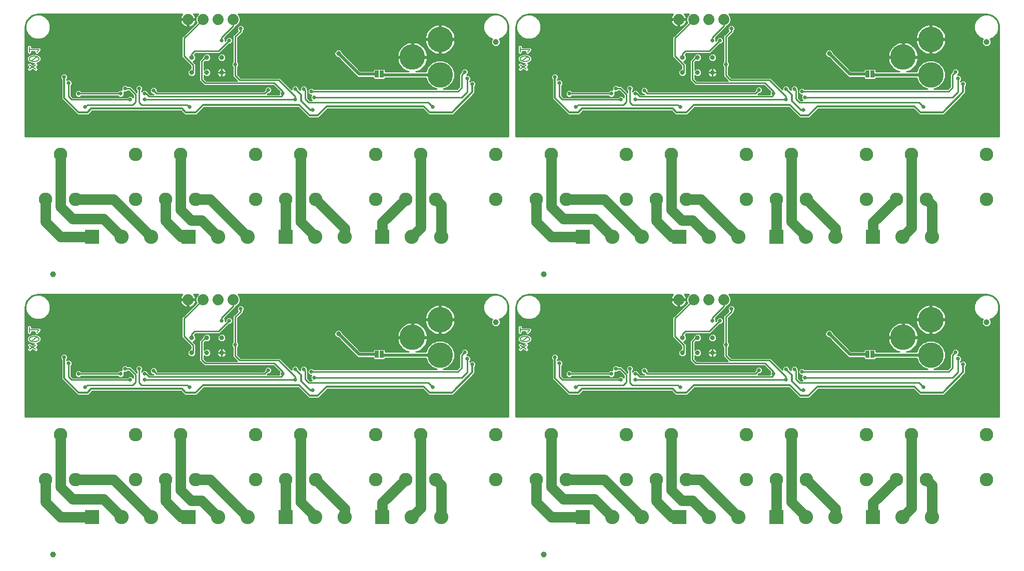
<source format=gbl>
G75*
%MOIN*%
%OFA0B0*%
%FSLAX25Y25*%
%IPPOS*%
%LPD*%
%AMOC8*
5,1,8,0,0,1.08239X$1,22.5*
%
%ADD10C,0.00600*%
%ADD11C,0.09000*%
%ADD12C,0.03937*%
%ADD13C,0.03200*%
%ADD14R,0.09500X0.09500*%
%ADD15C,0.09500*%
%ADD16C,0.07400*%
%ADD17C,0.17000*%
%ADD18R,0.02500X0.05000*%
%ADD19C,0.07000*%
%ADD20C,0.01000*%
%ADD21C,0.02400*%
%ADD22C,0.02578*%
%ADD23C,0.01200*%
%ADD24C,0.02000*%
D10*
X0033050Y0175550D02*
X0037317Y0178394D01*
X0036250Y0184288D02*
X0036109Y0184286D01*
X0035969Y0184280D01*
X0035828Y0184271D01*
X0035688Y0184258D01*
X0035548Y0184241D01*
X0035409Y0184221D01*
X0035271Y0184196D01*
X0035133Y0184168D01*
X0034996Y0184137D01*
X0034859Y0184101D01*
X0034724Y0184062D01*
X0034590Y0184020D01*
X0034457Y0183974D01*
X0034325Y0183924D01*
X0034195Y0183871D01*
X0034066Y0183815D01*
X0033939Y0183755D01*
X0033939Y0183756D02*
X0033873Y0183731D01*
X0033808Y0183703D01*
X0033744Y0183671D01*
X0033683Y0183636D01*
X0033623Y0183597D01*
X0033565Y0183556D01*
X0033510Y0183511D01*
X0033458Y0183463D01*
X0033408Y0183413D01*
X0033360Y0183360D01*
X0033316Y0183304D01*
X0033275Y0183247D01*
X0033237Y0183187D01*
X0033202Y0183125D01*
X0033171Y0183061D01*
X0033143Y0182996D01*
X0033118Y0182929D01*
X0033098Y0182862D01*
X0033081Y0182793D01*
X0033067Y0182723D01*
X0033058Y0182653D01*
X0033052Y0182582D01*
X0033050Y0182511D01*
X0033052Y0182440D01*
X0033058Y0182369D01*
X0033067Y0182299D01*
X0033081Y0182229D01*
X0033098Y0182160D01*
X0033118Y0182093D01*
X0033143Y0182026D01*
X0033171Y0181961D01*
X0033202Y0181897D01*
X0033237Y0181835D01*
X0033275Y0181775D01*
X0033316Y0181717D01*
X0033360Y0181662D01*
X0033408Y0181609D01*
X0033458Y0181559D01*
X0033510Y0181511D01*
X0033565Y0181466D01*
X0033623Y0181425D01*
X0033683Y0181386D01*
X0033744Y0181351D01*
X0033808Y0181319D01*
X0033873Y0181291D01*
X0033939Y0181266D01*
X0034472Y0181089D02*
X0038028Y0183933D01*
X0038561Y0183756D02*
X0038627Y0183731D01*
X0038692Y0183703D01*
X0038756Y0183671D01*
X0038817Y0183636D01*
X0038877Y0183597D01*
X0038935Y0183556D01*
X0038990Y0183511D01*
X0039042Y0183463D01*
X0039092Y0183413D01*
X0039140Y0183360D01*
X0039184Y0183305D01*
X0039225Y0183247D01*
X0039263Y0183187D01*
X0039298Y0183125D01*
X0039329Y0183061D01*
X0039357Y0182996D01*
X0039382Y0182929D01*
X0039402Y0182862D01*
X0039419Y0182793D01*
X0039433Y0182723D01*
X0039442Y0182653D01*
X0039448Y0182582D01*
X0039450Y0182511D01*
X0039448Y0182440D01*
X0039442Y0182369D01*
X0039433Y0182299D01*
X0039419Y0182229D01*
X0039402Y0182160D01*
X0039382Y0182093D01*
X0039357Y0182026D01*
X0039329Y0181961D01*
X0039298Y0181897D01*
X0039263Y0181835D01*
X0039225Y0181775D01*
X0039184Y0181717D01*
X0039140Y0181662D01*
X0039092Y0181609D01*
X0039042Y0181559D01*
X0038990Y0181511D01*
X0038935Y0181466D01*
X0038877Y0181425D01*
X0038817Y0181386D01*
X0038756Y0181351D01*
X0038692Y0181319D01*
X0038627Y0181291D01*
X0038561Y0181266D01*
X0038561Y0183756D02*
X0038434Y0183816D01*
X0038305Y0183872D01*
X0038175Y0183925D01*
X0038043Y0183975D01*
X0037910Y0184021D01*
X0037776Y0184063D01*
X0037641Y0184102D01*
X0037504Y0184138D01*
X0037367Y0184169D01*
X0037229Y0184197D01*
X0037091Y0184222D01*
X0036952Y0184242D01*
X0036812Y0184259D01*
X0036672Y0184272D01*
X0036531Y0184281D01*
X0036391Y0184287D01*
X0036250Y0184289D01*
X0036250Y0180733D02*
X0036391Y0180735D01*
X0036531Y0180741D01*
X0036672Y0180750D01*
X0036812Y0180763D01*
X0036952Y0180780D01*
X0037091Y0180800D01*
X0037229Y0180825D01*
X0037367Y0180853D01*
X0037504Y0180884D01*
X0037641Y0180920D01*
X0037776Y0180959D01*
X0037910Y0181001D01*
X0038043Y0181047D01*
X0038175Y0181097D01*
X0038305Y0181150D01*
X0038434Y0181206D01*
X0038561Y0181266D01*
X0036250Y0180733D02*
X0036109Y0180735D01*
X0035969Y0180741D01*
X0035828Y0180750D01*
X0035688Y0180763D01*
X0035548Y0180780D01*
X0035409Y0180800D01*
X0035271Y0180825D01*
X0035133Y0180853D01*
X0034996Y0180884D01*
X0034859Y0180920D01*
X0034724Y0180959D01*
X0034590Y0181001D01*
X0034457Y0181047D01*
X0034325Y0181097D01*
X0034195Y0181150D01*
X0034066Y0181206D01*
X0033939Y0181266D01*
X0033050Y0178394D02*
X0037317Y0175550D01*
X0038028Y0186887D02*
X0039450Y0188665D01*
X0033050Y0188665D01*
X0033050Y0186887D02*
X0033050Y0190443D01*
X0033050Y0362550D02*
X0037317Y0365394D01*
X0036250Y0371288D02*
X0036109Y0371286D01*
X0035969Y0371280D01*
X0035828Y0371271D01*
X0035688Y0371258D01*
X0035548Y0371241D01*
X0035409Y0371221D01*
X0035271Y0371196D01*
X0035133Y0371168D01*
X0034996Y0371137D01*
X0034859Y0371101D01*
X0034724Y0371062D01*
X0034590Y0371020D01*
X0034457Y0370974D01*
X0034325Y0370924D01*
X0034195Y0370871D01*
X0034066Y0370815D01*
X0033939Y0370755D01*
X0033939Y0370756D02*
X0033873Y0370731D01*
X0033808Y0370703D01*
X0033744Y0370671D01*
X0033683Y0370636D01*
X0033623Y0370597D01*
X0033565Y0370556D01*
X0033510Y0370511D01*
X0033458Y0370463D01*
X0033408Y0370413D01*
X0033360Y0370360D01*
X0033316Y0370304D01*
X0033275Y0370247D01*
X0033237Y0370187D01*
X0033202Y0370125D01*
X0033171Y0370061D01*
X0033143Y0369996D01*
X0033118Y0369929D01*
X0033098Y0369862D01*
X0033081Y0369793D01*
X0033067Y0369723D01*
X0033058Y0369653D01*
X0033052Y0369582D01*
X0033050Y0369511D01*
X0033052Y0369440D01*
X0033058Y0369369D01*
X0033067Y0369299D01*
X0033081Y0369229D01*
X0033098Y0369160D01*
X0033118Y0369093D01*
X0033143Y0369026D01*
X0033171Y0368961D01*
X0033202Y0368897D01*
X0033237Y0368835D01*
X0033275Y0368775D01*
X0033316Y0368717D01*
X0033360Y0368662D01*
X0033408Y0368609D01*
X0033458Y0368559D01*
X0033510Y0368511D01*
X0033565Y0368466D01*
X0033623Y0368425D01*
X0033683Y0368386D01*
X0033744Y0368351D01*
X0033808Y0368319D01*
X0033873Y0368291D01*
X0033939Y0368266D01*
X0034472Y0368089D02*
X0038028Y0370933D01*
X0038561Y0370756D02*
X0038627Y0370731D01*
X0038692Y0370703D01*
X0038756Y0370671D01*
X0038817Y0370636D01*
X0038877Y0370597D01*
X0038935Y0370556D01*
X0038990Y0370511D01*
X0039042Y0370463D01*
X0039092Y0370413D01*
X0039140Y0370360D01*
X0039184Y0370305D01*
X0039225Y0370247D01*
X0039263Y0370187D01*
X0039298Y0370125D01*
X0039329Y0370061D01*
X0039357Y0369996D01*
X0039382Y0369929D01*
X0039402Y0369862D01*
X0039419Y0369793D01*
X0039433Y0369723D01*
X0039442Y0369653D01*
X0039448Y0369582D01*
X0039450Y0369511D01*
X0039448Y0369440D01*
X0039442Y0369369D01*
X0039433Y0369299D01*
X0039419Y0369229D01*
X0039402Y0369160D01*
X0039382Y0369093D01*
X0039357Y0369026D01*
X0039329Y0368961D01*
X0039298Y0368897D01*
X0039263Y0368835D01*
X0039225Y0368775D01*
X0039184Y0368717D01*
X0039140Y0368662D01*
X0039092Y0368609D01*
X0039042Y0368559D01*
X0038990Y0368511D01*
X0038935Y0368466D01*
X0038877Y0368425D01*
X0038817Y0368386D01*
X0038756Y0368351D01*
X0038692Y0368319D01*
X0038627Y0368291D01*
X0038561Y0368266D01*
X0038561Y0370756D02*
X0038434Y0370816D01*
X0038305Y0370872D01*
X0038175Y0370925D01*
X0038043Y0370975D01*
X0037910Y0371021D01*
X0037776Y0371063D01*
X0037641Y0371102D01*
X0037504Y0371138D01*
X0037367Y0371169D01*
X0037229Y0371197D01*
X0037091Y0371222D01*
X0036952Y0371242D01*
X0036812Y0371259D01*
X0036672Y0371272D01*
X0036531Y0371281D01*
X0036391Y0371287D01*
X0036250Y0371289D01*
X0036250Y0367733D02*
X0036391Y0367735D01*
X0036531Y0367741D01*
X0036672Y0367750D01*
X0036812Y0367763D01*
X0036952Y0367780D01*
X0037091Y0367800D01*
X0037229Y0367825D01*
X0037367Y0367853D01*
X0037504Y0367884D01*
X0037641Y0367920D01*
X0037776Y0367959D01*
X0037910Y0368001D01*
X0038043Y0368047D01*
X0038175Y0368097D01*
X0038305Y0368150D01*
X0038434Y0368206D01*
X0038561Y0368266D01*
X0036250Y0367733D02*
X0036109Y0367735D01*
X0035969Y0367741D01*
X0035828Y0367750D01*
X0035688Y0367763D01*
X0035548Y0367780D01*
X0035409Y0367800D01*
X0035271Y0367825D01*
X0035133Y0367853D01*
X0034996Y0367884D01*
X0034859Y0367920D01*
X0034724Y0367959D01*
X0034590Y0368001D01*
X0034457Y0368047D01*
X0034325Y0368097D01*
X0034195Y0368150D01*
X0034066Y0368206D01*
X0033939Y0368266D01*
X0033050Y0365394D02*
X0037317Y0362550D01*
X0038028Y0373887D02*
X0039450Y0375665D01*
X0033050Y0375665D01*
X0033050Y0373887D02*
X0033050Y0377443D01*
X0360050Y0377443D02*
X0360050Y0373887D01*
X0360050Y0375665D02*
X0366450Y0375665D01*
X0365028Y0373887D01*
X0363250Y0367733D02*
X0363109Y0367735D01*
X0362969Y0367741D01*
X0362828Y0367750D01*
X0362688Y0367763D01*
X0362548Y0367780D01*
X0362409Y0367800D01*
X0362271Y0367825D01*
X0362133Y0367853D01*
X0361996Y0367884D01*
X0361859Y0367920D01*
X0361724Y0367959D01*
X0361590Y0368001D01*
X0361457Y0368047D01*
X0361325Y0368097D01*
X0361195Y0368150D01*
X0361066Y0368206D01*
X0360939Y0368266D01*
X0361472Y0368089D02*
X0365028Y0370933D01*
X0365561Y0370756D02*
X0365627Y0370731D01*
X0365692Y0370703D01*
X0365756Y0370671D01*
X0365817Y0370636D01*
X0365877Y0370597D01*
X0365935Y0370556D01*
X0365990Y0370511D01*
X0366042Y0370463D01*
X0366092Y0370413D01*
X0366140Y0370360D01*
X0366184Y0370305D01*
X0366225Y0370247D01*
X0366263Y0370187D01*
X0366298Y0370125D01*
X0366329Y0370061D01*
X0366357Y0369996D01*
X0366382Y0369929D01*
X0366402Y0369862D01*
X0366419Y0369793D01*
X0366433Y0369723D01*
X0366442Y0369653D01*
X0366448Y0369582D01*
X0366450Y0369511D01*
X0366448Y0369440D01*
X0366442Y0369369D01*
X0366433Y0369299D01*
X0366419Y0369229D01*
X0366402Y0369160D01*
X0366382Y0369093D01*
X0366357Y0369026D01*
X0366329Y0368961D01*
X0366298Y0368897D01*
X0366263Y0368835D01*
X0366225Y0368775D01*
X0366184Y0368717D01*
X0366140Y0368662D01*
X0366092Y0368609D01*
X0366042Y0368559D01*
X0365990Y0368511D01*
X0365935Y0368466D01*
X0365877Y0368425D01*
X0365817Y0368386D01*
X0365756Y0368351D01*
X0365692Y0368319D01*
X0365627Y0368291D01*
X0365561Y0368266D01*
X0364317Y0365394D02*
X0360050Y0362550D01*
X0360050Y0365394D02*
X0364317Y0362550D01*
X0363250Y0371288D02*
X0363109Y0371286D01*
X0362969Y0371280D01*
X0362828Y0371271D01*
X0362688Y0371258D01*
X0362548Y0371241D01*
X0362409Y0371221D01*
X0362271Y0371196D01*
X0362133Y0371168D01*
X0361996Y0371137D01*
X0361859Y0371101D01*
X0361724Y0371062D01*
X0361590Y0371020D01*
X0361457Y0370974D01*
X0361325Y0370924D01*
X0361195Y0370871D01*
X0361066Y0370815D01*
X0360939Y0370755D01*
X0360939Y0370756D02*
X0360873Y0370731D01*
X0360808Y0370703D01*
X0360744Y0370671D01*
X0360683Y0370636D01*
X0360623Y0370597D01*
X0360565Y0370556D01*
X0360510Y0370511D01*
X0360458Y0370463D01*
X0360408Y0370413D01*
X0360360Y0370360D01*
X0360316Y0370304D01*
X0360275Y0370247D01*
X0360237Y0370187D01*
X0360202Y0370125D01*
X0360171Y0370061D01*
X0360143Y0369996D01*
X0360118Y0369929D01*
X0360098Y0369862D01*
X0360081Y0369793D01*
X0360067Y0369723D01*
X0360058Y0369653D01*
X0360052Y0369582D01*
X0360050Y0369511D01*
X0360052Y0369440D01*
X0360058Y0369369D01*
X0360067Y0369299D01*
X0360081Y0369229D01*
X0360098Y0369160D01*
X0360118Y0369093D01*
X0360143Y0369026D01*
X0360171Y0368961D01*
X0360202Y0368897D01*
X0360237Y0368835D01*
X0360275Y0368775D01*
X0360316Y0368717D01*
X0360360Y0368662D01*
X0360408Y0368609D01*
X0360458Y0368559D01*
X0360510Y0368511D01*
X0360565Y0368466D01*
X0360623Y0368425D01*
X0360683Y0368386D01*
X0360744Y0368351D01*
X0360808Y0368319D01*
X0360873Y0368291D01*
X0360939Y0368266D01*
X0363250Y0371289D02*
X0363391Y0371287D01*
X0363531Y0371281D01*
X0363672Y0371272D01*
X0363812Y0371259D01*
X0363952Y0371242D01*
X0364091Y0371222D01*
X0364229Y0371197D01*
X0364367Y0371169D01*
X0364504Y0371138D01*
X0364641Y0371102D01*
X0364776Y0371063D01*
X0364910Y0371021D01*
X0365043Y0370975D01*
X0365175Y0370925D01*
X0365305Y0370872D01*
X0365434Y0370816D01*
X0365561Y0370756D01*
X0365561Y0368266D02*
X0365434Y0368206D01*
X0365305Y0368150D01*
X0365175Y0368097D01*
X0365043Y0368047D01*
X0364910Y0368001D01*
X0364776Y0367959D01*
X0364641Y0367920D01*
X0364504Y0367884D01*
X0364367Y0367853D01*
X0364229Y0367825D01*
X0364091Y0367800D01*
X0363952Y0367780D01*
X0363812Y0367763D01*
X0363672Y0367750D01*
X0363531Y0367741D01*
X0363391Y0367735D01*
X0363250Y0367733D01*
X0360050Y0190443D02*
X0360050Y0186887D01*
X0360050Y0188665D02*
X0366450Y0188665D01*
X0365028Y0186887D01*
X0363250Y0180733D02*
X0363109Y0180735D01*
X0362969Y0180741D01*
X0362828Y0180750D01*
X0362688Y0180763D01*
X0362548Y0180780D01*
X0362409Y0180800D01*
X0362271Y0180825D01*
X0362133Y0180853D01*
X0361996Y0180884D01*
X0361859Y0180920D01*
X0361724Y0180959D01*
X0361590Y0181001D01*
X0361457Y0181047D01*
X0361325Y0181097D01*
X0361195Y0181150D01*
X0361066Y0181206D01*
X0360939Y0181266D01*
X0361472Y0181089D02*
X0365028Y0183933D01*
X0365561Y0183756D02*
X0365627Y0183731D01*
X0365692Y0183703D01*
X0365756Y0183671D01*
X0365817Y0183636D01*
X0365877Y0183597D01*
X0365935Y0183556D01*
X0365990Y0183511D01*
X0366042Y0183463D01*
X0366092Y0183413D01*
X0366140Y0183360D01*
X0366184Y0183305D01*
X0366225Y0183247D01*
X0366263Y0183187D01*
X0366298Y0183125D01*
X0366329Y0183061D01*
X0366357Y0182996D01*
X0366382Y0182929D01*
X0366402Y0182862D01*
X0366419Y0182793D01*
X0366433Y0182723D01*
X0366442Y0182653D01*
X0366448Y0182582D01*
X0366450Y0182511D01*
X0366448Y0182440D01*
X0366442Y0182369D01*
X0366433Y0182299D01*
X0366419Y0182229D01*
X0366402Y0182160D01*
X0366382Y0182093D01*
X0366357Y0182026D01*
X0366329Y0181961D01*
X0366298Y0181897D01*
X0366263Y0181835D01*
X0366225Y0181775D01*
X0366184Y0181717D01*
X0366140Y0181662D01*
X0366092Y0181609D01*
X0366042Y0181559D01*
X0365990Y0181511D01*
X0365935Y0181466D01*
X0365877Y0181425D01*
X0365817Y0181386D01*
X0365756Y0181351D01*
X0365692Y0181319D01*
X0365627Y0181291D01*
X0365561Y0181266D01*
X0364317Y0178394D02*
X0360050Y0175550D01*
X0360050Y0178394D02*
X0364317Y0175550D01*
X0363250Y0184288D02*
X0363109Y0184286D01*
X0362969Y0184280D01*
X0362828Y0184271D01*
X0362688Y0184258D01*
X0362548Y0184241D01*
X0362409Y0184221D01*
X0362271Y0184196D01*
X0362133Y0184168D01*
X0361996Y0184137D01*
X0361859Y0184101D01*
X0361724Y0184062D01*
X0361590Y0184020D01*
X0361457Y0183974D01*
X0361325Y0183924D01*
X0361195Y0183871D01*
X0361066Y0183815D01*
X0360939Y0183755D01*
X0360939Y0183756D02*
X0360873Y0183731D01*
X0360808Y0183703D01*
X0360744Y0183671D01*
X0360683Y0183636D01*
X0360623Y0183597D01*
X0360565Y0183556D01*
X0360510Y0183511D01*
X0360458Y0183463D01*
X0360408Y0183413D01*
X0360360Y0183360D01*
X0360316Y0183304D01*
X0360275Y0183247D01*
X0360237Y0183187D01*
X0360202Y0183125D01*
X0360171Y0183061D01*
X0360143Y0182996D01*
X0360118Y0182929D01*
X0360098Y0182862D01*
X0360081Y0182793D01*
X0360067Y0182723D01*
X0360058Y0182653D01*
X0360052Y0182582D01*
X0360050Y0182511D01*
X0360052Y0182440D01*
X0360058Y0182369D01*
X0360067Y0182299D01*
X0360081Y0182229D01*
X0360098Y0182160D01*
X0360118Y0182093D01*
X0360143Y0182026D01*
X0360171Y0181961D01*
X0360202Y0181897D01*
X0360237Y0181835D01*
X0360275Y0181775D01*
X0360316Y0181717D01*
X0360360Y0181662D01*
X0360408Y0181609D01*
X0360458Y0181559D01*
X0360510Y0181511D01*
X0360565Y0181466D01*
X0360623Y0181425D01*
X0360683Y0181386D01*
X0360744Y0181351D01*
X0360808Y0181319D01*
X0360873Y0181291D01*
X0360939Y0181266D01*
X0363250Y0184289D02*
X0363391Y0184287D01*
X0363531Y0184281D01*
X0363672Y0184272D01*
X0363812Y0184259D01*
X0363952Y0184242D01*
X0364091Y0184222D01*
X0364229Y0184197D01*
X0364367Y0184169D01*
X0364504Y0184138D01*
X0364641Y0184102D01*
X0364776Y0184063D01*
X0364910Y0184021D01*
X0365043Y0183975D01*
X0365175Y0183925D01*
X0365305Y0183872D01*
X0365434Y0183816D01*
X0365561Y0183756D01*
X0365561Y0181266D02*
X0365434Y0181206D01*
X0365305Y0181150D01*
X0365175Y0181097D01*
X0365043Y0181047D01*
X0364910Y0181001D01*
X0364776Y0180959D01*
X0364641Y0180920D01*
X0364504Y0180884D01*
X0364367Y0180853D01*
X0364229Y0180825D01*
X0364091Y0180800D01*
X0363952Y0180780D01*
X0363812Y0180763D01*
X0363672Y0180750D01*
X0363531Y0180741D01*
X0363391Y0180735D01*
X0363250Y0180733D01*
D11*
X0380750Y0118750D03*
X0343750Y0118750D03*
X0293750Y0118750D03*
X0263750Y0118750D03*
X0213750Y0118750D03*
X0183750Y0118750D03*
X0133750Y0118750D03*
X0103750Y0118750D03*
X0103750Y0088750D03*
X0123750Y0088750D03*
X0143750Y0088750D03*
X0183750Y0088750D03*
X0203750Y0088750D03*
X0223750Y0088750D03*
X0263750Y0088750D03*
X0283750Y0088750D03*
X0303750Y0088750D03*
X0343750Y0088750D03*
X0370750Y0088750D03*
X0390750Y0088750D03*
X0430750Y0088750D03*
X0450750Y0088750D03*
X0470750Y0088750D03*
X0510750Y0088750D03*
X0530750Y0088750D03*
X0550750Y0088750D03*
X0590750Y0088750D03*
X0610750Y0088750D03*
X0630750Y0088750D03*
X0670750Y0088750D03*
X0670750Y0118750D03*
X0620750Y0118750D03*
X0590750Y0118750D03*
X0540750Y0118750D03*
X0510750Y0118750D03*
X0460750Y0118750D03*
X0430750Y0118750D03*
X0430750Y0275750D03*
X0450750Y0275750D03*
X0470750Y0275750D03*
X0510750Y0275750D03*
X0530750Y0275750D03*
X0550750Y0275750D03*
X0590750Y0275750D03*
X0610750Y0275750D03*
X0630750Y0275750D03*
X0670750Y0275750D03*
X0670750Y0305750D03*
X0620750Y0305750D03*
X0590750Y0305750D03*
X0540750Y0305750D03*
X0510750Y0305750D03*
X0460750Y0305750D03*
X0430750Y0305750D03*
X0380750Y0305750D03*
X0343750Y0305750D03*
X0293750Y0305750D03*
X0263750Y0305750D03*
X0213750Y0305750D03*
X0183750Y0305750D03*
X0133750Y0305750D03*
X0103750Y0305750D03*
X0103750Y0275750D03*
X0123750Y0275750D03*
X0143750Y0275750D03*
X0183750Y0275750D03*
X0203750Y0275750D03*
X0223750Y0275750D03*
X0263750Y0275750D03*
X0283750Y0275750D03*
X0303750Y0275750D03*
X0343750Y0275750D03*
X0370750Y0275750D03*
X0390750Y0275750D03*
X0063750Y0275750D03*
X0043750Y0275750D03*
X0053750Y0305750D03*
X0053750Y0118750D03*
X0043750Y0088750D03*
X0063750Y0088750D03*
D12*
X0048750Y0038750D03*
X0343750Y0193750D03*
X0375750Y0225750D03*
X0343750Y0380750D03*
X0048750Y0225750D03*
X0375750Y0038750D03*
X0670750Y0193750D03*
X0670750Y0380750D03*
D13*
X0566000Y0373000D03*
X0488250Y0370250D03*
X0478250Y0370250D03*
X0478250Y0360250D03*
X0488250Y0360250D03*
X0468250Y0360250D03*
X0468250Y0370250D03*
X0239000Y0373000D03*
X0161250Y0370250D03*
X0151250Y0370250D03*
X0141250Y0370250D03*
X0141250Y0360250D03*
X0151250Y0360250D03*
X0161250Y0360250D03*
X0161250Y0183250D03*
X0151250Y0183250D03*
X0141250Y0183250D03*
X0141250Y0173250D03*
X0151250Y0173250D03*
X0161250Y0173250D03*
X0239000Y0186000D03*
X0468250Y0183250D03*
X0478250Y0183250D03*
X0488250Y0183250D03*
X0488250Y0173250D03*
X0478250Y0173250D03*
X0468250Y0173250D03*
X0566000Y0186000D03*
D14*
X0595250Y0250750D03*
X0530750Y0250750D03*
X0466250Y0250750D03*
X0401750Y0250750D03*
X0268250Y0250750D03*
X0203750Y0250750D03*
X0139250Y0250750D03*
X0074750Y0250750D03*
X0074750Y0063750D03*
X0139250Y0063750D03*
X0203750Y0063750D03*
X0268250Y0063750D03*
X0401750Y0063750D03*
X0466250Y0063750D03*
X0530750Y0063750D03*
X0595250Y0063750D03*
D15*
X0614935Y0063750D03*
X0634620Y0063750D03*
X0570120Y0063750D03*
X0550435Y0063750D03*
X0505620Y0063750D03*
X0485935Y0063750D03*
X0441120Y0063750D03*
X0421435Y0063750D03*
X0307620Y0063750D03*
X0287935Y0063750D03*
X0243120Y0063750D03*
X0223435Y0063750D03*
X0178620Y0063750D03*
X0158935Y0063750D03*
X0114120Y0063750D03*
X0094435Y0063750D03*
X0094435Y0250750D03*
X0114120Y0250750D03*
X0158935Y0250750D03*
X0178620Y0250750D03*
X0223435Y0250750D03*
X0243120Y0250750D03*
X0287935Y0250750D03*
X0307620Y0250750D03*
X0421435Y0250750D03*
X0441120Y0250750D03*
X0485935Y0250750D03*
X0505620Y0250750D03*
X0550435Y0250750D03*
X0570120Y0250750D03*
X0614935Y0250750D03*
X0634620Y0250750D03*
D16*
X0495750Y0208750D03*
X0485750Y0208750D03*
X0475750Y0208750D03*
X0465750Y0208750D03*
X0168750Y0208750D03*
X0158750Y0208750D03*
X0148750Y0208750D03*
X0138750Y0208750D03*
X0138750Y0395750D03*
X0148750Y0395750D03*
X0158750Y0395750D03*
X0168750Y0395750D03*
X0465750Y0395750D03*
X0475750Y0395750D03*
X0485750Y0395750D03*
X0495750Y0395750D03*
D17*
X0615246Y0370624D03*
X0633750Y0358813D03*
X0633750Y0382435D03*
X0633750Y0195435D03*
X0615246Y0183624D03*
X0633750Y0171813D03*
X0306750Y0171813D03*
X0288246Y0183624D03*
X0306750Y0195435D03*
X0306750Y0358813D03*
X0288246Y0370624D03*
X0306750Y0382435D03*
D18*
X0267850Y0359250D03*
X0264650Y0359250D03*
X0264650Y0172250D03*
X0267850Y0172250D03*
X0591650Y0172250D03*
X0594850Y0172250D03*
X0594850Y0359250D03*
X0591650Y0359250D03*
D19*
X0620750Y0305750D02*
X0620750Y0305750D01*
X0620750Y0256565D01*
X0614935Y0250750D01*
X0634620Y0250750D02*
X0634620Y0271880D01*
X0630750Y0275750D01*
X0610750Y0275750D02*
X0595250Y0260250D01*
X0595250Y0250750D01*
X0570120Y0250750D02*
X0570120Y0256380D01*
X0550750Y0275750D01*
X0540750Y0260750D02*
X0550435Y0251065D01*
X0550435Y0250750D01*
X0540750Y0260750D02*
X0540750Y0305750D01*
X0530750Y0275750D02*
X0530750Y0250750D01*
X0505620Y0250750D02*
X0480620Y0275750D01*
X0470750Y0275750D01*
X0460750Y0268750D02*
X0460750Y0305750D01*
X0450750Y0275750D02*
X0450750Y0261250D01*
X0461250Y0250750D01*
X0466250Y0250750D01*
X0467750Y0261750D02*
X0474935Y0261750D01*
X0485935Y0250750D01*
X0485935Y0250750D01*
X0467750Y0261750D02*
X0460750Y0268750D01*
X0441120Y0250750D02*
X0441050Y0250750D01*
X0416050Y0275750D01*
X0390750Y0275750D01*
X0380750Y0270750D02*
X0380750Y0305750D01*
X0370750Y0275750D02*
X0370750Y0260750D01*
X0380750Y0250750D01*
X0401750Y0250750D01*
X0409435Y0262750D02*
X0388750Y0262750D01*
X0380750Y0270750D01*
X0409435Y0262750D02*
X0421435Y0250750D01*
X0307620Y0250750D02*
X0307620Y0271880D01*
X0303750Y0275750D01*
X0283750Y0275750D02*
X0268250Y0260250D01*
X0268250Y0250750D01*
X0287935Y0250750D02*
X0293750Y0256565D01*
X0293750Y0305750D01*
X0293750Y0305750D01*
X0243120Y0256380D02*
X0223750Y0275750D01*
X0213750Y0260750D02*
X0223435Y0251065D01*
X0223435Y0250750D01*
X0213750Y0260750D02*
X0213750Y0305750D01*
X0203750Y0275750D02*
X0203750Y0250750D01*
X0178620Y0250750D02*
X0153620Y0275750D01*
X0143750Y0275750D01*
X0133750Y0268750D02*
X0133750Y0305750D01*
X0123750Y0275750D02*
X0123750Y0261250D01*
X0134250Y0250750D01*
X0139250Y0250750D01*
X0140750Y0261750D02*
X0147935Y0261750D01*
X0158935Y0250750D01*
X0158935Y0250750D01*
X0140750Y0261750D02*
X0133750Y0268750D01*
X0114120Y0250750D02*
X0114050Y0250750D01*
X0089050Y0275750D01*
X0063750Y0275750D01*
X0053750Y0270750D02*
X0053750Y0305750D01*
X0043750Y0275750D02*
X0043750Y0260750D01*
X0053750Y0250750D01*
X0074750Y0250750D01*
X0082435Y0262750D02*
X0061750Y0262750D01*
X0053750Y0270750D01*
X0082435Y0262750D02*
X0094435Y0250750D01*
X0243120Y0250750D02*
X0243120Y0256380D01*
X0213750Y0118750D02*
X0213750Y0073750D01*
X0223435Y0064065D01*
X0223435Y0063750D01*
X0203750Y0063750D02*
X0203750Y0088750D01*
X0223750Y0088750D02*
X0243120Y0069380D01*
X0243120Y0063750D01*
X0268250Y0063750D02*
X0268250Y0073250D01*
X0283750Y0088750D01*
X0303750Y0088750D02*
X0307620Y0084880D01*
X0307620Y0063750D01*
X0293750Y0069565D02*
X0287935Y0063750D01*
X0293750Y0069565D02*
X0293750Y0118750D01*
X0293750Y0118750D01*
X0370750Y0088750D02*
X0370750Y0073750D01*
X0380750Y0063750D01*
X0401750Y0063750D01*
X0409435Y0075750D02*
X0421435Y0063750D01*
X0409435Y0075750D02*
X0388750Y0075750D01*
X0380750Y0083750D01*
X0380750Y0118750D01*
X0390750Y0088750D02*
X0416050Y0088750D01*
X0441050Y0063750D01*
X0441120Y0063750D01*
X0450750Y0074250D02*
X0450750Y0088750D01*
X0460750Y0081750D02*
X0460750Y0118750D01*
X0470750Y0088750D02*
X0480620Y0088750D01*
X0505620Y0063750D01*
X0485935Y0063750D02*
X0485935Y0063750D01*
X0474935Y0074750D01*
X0467750Y0074750D01*
X0460750Y0081750D01*
X0450750Y0074250D02*
X0461250Y0063750D01*
X0466250Y0063750D01*
X0530750Y0063750D02*
X0530750Y0088750D01*
X0540750Y0073750D02*
X0550435Y0064065D01*
X0550435Y0063750D01*
X0540750Y0073750D02*
X0540750Y0118750D01*
X0550750Y0088750D02*
X0570120Y0069380D01*
X0570120Y0063750D01*
X0595250Y0063750D02*
X0595250Y0073250D01*
X0610750Y0088750D01*
X0630750Y0088750D02*
X0634620Y0084880D01*
X0634620Y0063750D01*
X0620750Y0069565D02*
X0614935Y0063750D01*
X0620750Y0069565D02*
X0620750Y0118750D01*
X0620750Y0118750D01*
X0178620Y0063750D02*
X0153620Y0088750D01*
X0143750Y0088750D01*
X0133750Y0081750D02*
X0133750Y0118750D01*
X0123750Y0088750D02*
X0123750Y0074250D01*
X0134250Y0063750D01*
X0139250Y0063750D01*
X0140750Y0074750D02*
X0147935Y0074750D01*
X0158935Y0063750D01*
X0158935Y0063750D01*
X0140750Y0074750D02*
X0133750Y0081750D01*
X0114120Y0063750D02*
X0114050Y0063750D01*
X0089050Y0088750D01*
X0063750Y0088750D01*
X0053750Y0083750D02*
X0061750Y0075750D01*
X0082435Y0075750D01*
X0094435Y0063750D01*
X0074750Y0063750D02*
X0053750Y0063750D01*
X0043750Y0073750D01*
X0043750Y0088750D01*
X0053750Y0083750D02*
X0053750Y0118750D01*
D20*
X0030250Y0130750D02*
X0030250Y0203750D01*
X0030355Y0205080D01*
X0031176Y0207609D01*
X0032740Y0209760D01*
X0034891Y0211324D01*
X0037420Y0212145D01*
X0038750Y0212250D01*
X0134896Y0212250D01*
X0134784Y0212138D01*
X0134303Y0211475D01*
X0133931Y0210746D01*
X0133678Y0209968D01*
X0133564Y0209250D01*
X0138250Y0209250D01*
X0138250Y0208250D01*
X0139250Y0208250D01*
X0139250Y0209250D01*
X0143936Y0209250D01*
X0143822Y0209968D01*
X0143569Y0210746D01*
X0143197Y0211475D01*
X0142716Y0212138D01*
X0142604Y0212250D01*
X0145462Y0212250D01*
X0144681Y0211469D01*
X0143950Y0209705D01*
X0143950Y0207795D01*
X0144414Y0206676D01*
X0135587Y0197850D01*
X0134650Y0196913D01*
X0134650Y0183587D01*
X0135587Y0182650D01*
X0140650Y0177587D01*
X0140650Y0175924D01*
X0139721Y0175539D01*
X0138961Y0174779D01*
X0138550Y0173787D01*
X0138550Y0172713D01*
X0138961Y0171721D01*
X0139721Y0170961D01*
X0140713Y0170550D01*
X0141787Y0170550D01*
X0142779Y0170961D01*
X0143539Y0171721D01*
X0143950Y0172713D01*
X0143950Y0173787D01*
X0143850Y0174028D01*
X0143850Y0178913D01*
X0142913Y0179850D01*
X0142088Y0180675D01*
X0142779Y0180961D01*
X0143539Y0181721D01*
X0143950Y0182713D01*
X0143950Y0183787D01*
X0143539Y0184779D01*
X0143041Y0185278D01*
X0143913Y0186150D01*
X0159913Y0186150D01*
X0160850Y0187087D01*
X0166124Y0192361D01*
X0167240Y0192361D01*
X0168639Y0193760D01*
X0168639Y0195740D01*
X0167240Y0197139D01*
X0165260Y0197139D01*
X0163861Y0195740D01*
X0163861Y0194624D01*
X0163639Y0194402D01*
X0163639Y0195740D01*
X0163071Y0196308D01*
X0170350Y0203587D01*
X0170350Y0204217D01*
X0171469Y0204681D01*
X0172819Y0206031D01*
X0173550Y0207795D01*
X0173550Y0209705D01*
X0172819Y0211469D01*
X0172038Y0212250D01*
X0343750Y0212250D01*
X0345080Y0212145D01*
X0347609Y0211324D01*
X0349760Y0209760D01*
X0351324Y0207609D01*
X0352145Y0205080D01*
X0352250Y0203750D01*
X0352250Y0130750D01*
X0030250Y0130750D01*
X0030250Y0131597D02*
X0352250Y0131597D01*
X0352250Y0132595D02*
X0030250Y0132595D01*
X0030250Y0133594D02*
X0352250Y0133594D01*
X0352250Y0134592D02*
X0030250Y0134592D01*
X0030250Y0135591D02*
X0352250Y0135591D01*
X0352250Y0136589D02*
X0030250Y0136589D01*
X0030250Y0137588D02*
X0352250Y0137588D01*
X0352250Y0138586D02*
X0030250Y0138586D01*
X0030250Y0139585D02*
X0352250Y0139585D01*
X0352250Y0140583D02*
X0030250Y0140583D01*
X0030250Y0141582D02*
X0352250Y0141582D01*
X0352250Y0142580D02*
X0030250Y0142580D01*
X0030250Y0143579D02*
X0218517Y0143579D01*
X0218050Y0144046D02*
X0219046Y0143050D01*
X0225954Y0143050D01*
X0231954Y0149050D01*
X0295046Y0149050D01*
X0299046Y0145050D01*
X0315454Y0145050D01*
X0316450Y0146046D01*
X0329950Y0159546D01*
X0329950Y0164071D01*
X0330639Y0164760D01*
X0330639Y0166740D01*
X0329240Y0168139D01*
X0327260Y0168139D01*
X0326350Y0167228D01*
X0326350Y0167471D01*
X0327139Y0168260D01*
X0327139Y0170240D01*
X0325740Y0171639D01*
X0324517Y0171639D01*
X0325639Y0172760D01*
X0325639Y0174740D01*
X0324240Y0176139D01*
X0322260Y0176139D01*
X0320861Y0174740D01*
X0320861Y0173624D01*
X0320587Y0173350D01*
X0319650Y0172413D01*
X0319650Y0163913D01*
X0318087Y0162350D01*
X0308990Y0162350D01*
X0312188Y0163675D01*
X0314888Y0166375D01*
X0316350Y0169903D01*
X0316350Y0173723D01*
X0314888Y0177251D01*
X0312188Y0179951D01*
X0308660Y0181413D01*
X0304840Y0181413D01*
X0301312Y0179951D01*
X0298612Y0177251D01*
X0297229Y0173913D01*
X0290639Y0173913D01*
X0291019Y0174000D01*
X0292079Y0174371D01*
X0293091Y0174858D01*
X0294042Y0175456D01*
X0294920Y0176156D01*
X0295714Y0176950D01*
X0296415Y0177828D01*
X0297012Y0178779D01*
X0297499Y0179791D01*
X0297870Y0180851D01*
X0298120Y0181946D01*
X0298246Y0183062D01*
X0298246Y0183124D01*
X0288746Y0183124D01*
X0288746Y0184124D01*
X0287746Y0184124D01*
X0287746Y0183124D01*
X0278246Y0183124D01*
X0278246Y0183062D01*
X0278372Y0181946D01*
X0278622Y0180851D01*
X0278993Y0179791D01*
X0279480Y0178779D01*
X0280078Y0177828D01*
X0280778Y0176950D01*
X0281572Y0176156D01*
X0282450Y0175456D01*
X0283401Y0174858D01*
X0284413Y0174371D01*
X0285473Y0174000D01*
X0285853Y0173913D01*
X0270200Y0173913D01*
X0270200Y0175206D01*
X0269556Y0175850D01*
X0262944Y0175850D01*
X0262300Y0175206D01*
X0262300Y0174350D01*
X0253620Y0174350D01*
X0241700Y0186270D01*
X0241700Y0186537D01*
X0241289Y0187529D01*
X0240529Y0188289D01*
X0239537Y0188700D01*
X0238463Y0188700D01*
X0237471Y0188289D01*
X0236711Y0187529D01*
X0236300Y0186537D01*
X0236300Y0185463D01*
X0236711Y0184471D01*
X0237471Y0183711D01*
X0238463Y0183300D01*
X0238730Y0183300D01*
X0251880Y0170150D01*
X0262300Y0170150D01*
X0262300Y0169294D01*
X0262944Y0168650D01*
X0269556Y0168650D01*
X0270200Y0169294D01*
X0270200Y0169713D01*
X0297229Y0169713D01*
X0298612Y0166375D01*
X0301312Y0163675D01*
X0304510Y0162350D01*
X0222529Y0162350D01*
X0221740Y0163139D01*
X0219760Y0163139D01*
X0218361Y0161740D01*
X0218361Y0159760D01*
X0219760Y0158361D01*
X0220983Y0158361D01*
X0220361Y0157740D01*
X0220361Y0155760D01*
X0221271Y0154850D01*
X0219913Y0154850D01*
X0218350Y0156413D01*
X0218350Y0161913D01*
X0218139Y0162124D01*
X0218139Y0163240D01*
X0216740Y0164639D01*
X0214760Y0164639D01*
X0213361Y0163240D01*
X0213361Y0161543D01*
X0212639Y0162265D01*
X0212639Y0163240D01*
X0211240Y0164639D01*
X0209260Y0164639D01*
X0207861Y0163240D01*
X0207861Y0161902D01*
X0200850Y0168913D01*
X0199913Y0169850D01*
X0173913Y0169850D01*
X0171850Y0171913D01*
X0171850Y0176971D01*
X0172639Y0177760D01*
X0172639Y0179740D01*
X0171850Y0180529D01*
X0171850Y0196587D01*
X0174413Y0199150D01*
X0175350Y0200087D01*
X0175350Y0200971D01*
X0176139Y0201760D01*
X0176139Y0203740D01*
X0174740Y0205139D01*
X0172760Y0205139D01*
X0171361Y0203740D01*
X0171361Y0201760D01*
X0171929Y0201192D01*
X0169587Y0198850D01*
X0168650Y0197913D01*
X0168650Y0180529D01*
X0167861Y0179740D01*
X0167861Y0177760D01*
X0168650Y0176971D01*
X0168650Y0170587D01*
X0169587Y0169650D01*
X0171387Y0167850D01*
X0150913Y0167850D01*
X0149350Y0169413D01*
X0149350Y0171332D01*
X0149721Y0170961D01*
X0150713Y0170550D01*
X0151787Y0170550D01*
X0152779Y0170961D01*
X0153539Y0171721D01*
X0153950Y0172713D01*
X0153950Y0173787D01*
X0153539Y0174779D01*
X0152779Y0175539D01*
X0151787Y0175950D01*
X0150713Y0175950D01*
X0149721Y0175539D01*
X0149350Y0175168D01*
X0149350Y0180087D01*
X0150076Y0180814D01*
X0150713Y0180550D01*
X0151787Y0180550D01*
X0152779Y0180961D01*
X0153539Y0181721D01*
X0153950Y0182713D01*
X0153950Y0183787D01*
X0153539Y0184779D01*
X0152779Y0185539D01*
X0151787Y0185950D01*
X0150713Y0185950D01*
X0149721Y0185539D01*
X0148961Y0184779D01*
X0148568Y0183831D01*
X0146150Y0181413D01*
X0146150Y0168087D01*
X0147087Y0167150D01*
X0148650Y0165587D01*
X0149587Y0164650D01*
X0195587Y0164650D01*
X0199679Y0160558D01*
X0199361Y0160240D01*
X0199361Y0158850D01*
X0191613Y0158850D01*
X0192124Y0159361D01*
X0193240Y0159361D01*
X0194639Y0160760D01*
X0194639Y0162740D01*
X0193240Y0164139D01*
X0191260Y0164139D01*
X0189861Y0162740D01*
X0189861Y0161624D01*
X0189087Y0160850D01*
X0118413Y0160850D01*
X0118139Y0161124D01*
X0118139Y0162240D01*
X0116740Y0163639D01*
X0114760Y0163639D01*
X0113361Y0162240D01*
X0113361Y0160260D01*
X0114760Y0158861D01*
X0115876Y0158861D01*
X0115887Y0158850D01*
X0113413Y0158850D01*
X0112139Y0160124D01*
X0112139Y0160240D01*
X0110740Y0161639D01*
X0108760Y0161639D01*
X0107850Y0160728D01*
X0107850Y0160971D01*
X0108639Y0161760D01*
X0108639Y0163740D01*
X0107240Y0165139D01*
X0105260Y0165139D01*
X0103861Y0163740D01*
X0103861Y0161760D01*
X0104650Y0160971D01*
X0104650Y0160113D01*
X0101350Y0163413D01*
X0100413Y0164350D01*
X0098529Y0164350D01*
X0097740Y0165139D01*
X0095760Y0165139D01*
X0094361Y0163740D01*
X0094361Y0161760D01*
X0094483Y0161639D01*
X0092760Y0161639D01*
X0091971Y0160850D01*
X0067529Y0160850D01*
X0066740Y0161639D01*
X0064760Y0161639D01*
X0063361Y0160240D01*
X0063361Y0158260D01*
X0064760Y0156861D01*
X0066740Y0156861D01*
X0067529Y0157650D01*
X0091971Y0157650D01*
X0092760Y0156861D01*
X0094740Y0156861D01*
X0096139Y0158260D01*
X0096139Y0160240D01*
X0096017Y0160361D01*
X0097740Y0160361D01*
X0098529Y0161150D01*
X0099087Y0161150D01*
X0102150Y0158087D01*
X0102150Y0156728D01*
X0101240Y0157639D01*
X0099260Y0157639D01*
X0098471Y0156850D01*
X0061913Y0156850D01*
X0060850Y0157913D01*
X0060850Y0164471D01*
X0061639Y0165260D01*
X0061639Y0167240D01*
X0060240Y0168639D01*
X0058260Y0168639D01*
X0057950Y0168328D01*
X0057950Y0168571D01*
X0058639Y0169260D01*
X0058639Y0171240D01*
X0057240Y0172639D01*
X0055260Y0172639D01*
X0053861Y0171240D01*
X0053861Y0169260D01*
X0054550Y0168571D01*
X0054550Y0155546D01*
X0064050Y0146046D01*
X0065046Y0145050D01*
X0072454Y0145050D01*
X0074954Y0147550D01*
X0134046Y0147550D01*
X0135550Y0146046D01*
X0136546Y0145050D01*
X0144454Y0145050D01*
X0149454Y0150050D01*
X0212046Y0150050D01*
X0218050Y0144046D01*
X0218050Y0144046D01*
X0217519Y0144577D02*
X0030250Y0144577D01*
X0030250Y0145576D02*
X0064520Y0145576D01*
X0063521Y0146574D02*
X0030250Y0146574D01*
X0030250Y0147573D02*
X0062523Y0147573D01*
X0061524Y0148571D02*
X0030250Y0148571D01*
X0030250Y0149570D02*
X0060526Y0149570D01*
X0059527Y0150568D02*
X0030250Y0150568D01*
X0030250Y0151567D02*
X0058529Y0151567D01*
X0057530Y0152565D02*
X0030250Y0152565D01*
X0030250Y0153564D02*
X0056532Y0153564D01*
X0055533Y0154562D02*
X0030250Y0154562D01*
X0030250Y0155561D02*
X0054550Y0155561D01*
X0054550Y0156559D02*
X0030250Y0156559D01*
X0030250Y0157558D02*
X0054550Y0157558D01*
X0054550Y0158556D02*
X0030250Y0158556D01*
X0030250Y0159555D02*
X0054550Y0159555D01*
X0054550Y0160553D02*
X0030250Y0160553D01*
X0030250Y0161552D02*
X0054550Y0161552D01*
X0054550Y0162551D02*
X0030250Y0162551D01*
X0030250Y0163549D02*
X0054550Y0163549D01*
X0054550Y0164548D02*
X0030250Y0164548D01*
X0030250Y0165546D02*
X0054550Y0165546D01*
X0054550Y0166545D02*
X0030250Y0166545D01*
X0030250Y0167543D02*
X0054550Y0167543D01*
X0054550Y0168542D02*
X0030250Y0168542D01*
X0030250Y0169540D02*
X0053861Y0169540D01*
X0053861Y0170539D02*
X0030250Y0170539D01*
X0030250Y0171537D02*
X0054159Y0171537D01*
X0055157Y0172536D02*
X0030250Y0172536D01*
X0030250Y0173534D02*
X0138550Y0173534D01*
X0138623Y0172536D02*
X0057343Y0172536D01*
X0058341Y0171537D02*
X0139145Y0171537D01*
X0141250Y0173250D02*
X0142250Y0174250D01*
X0142250Y0178250D01*
X0136250Y0184250D01*
X0136250Y0196250D01*
X0148750Y0208750D01*
X0144271Y0210479D02*
X0143656Y0210479D01*
X0143899Y0209481D02*
X0143950Y0209481D01*
X0143950Y0208482D02*
X0139250Y0208482D01*
X0139250Y0208250D02*
X0143936Y0208250D01*
X0143822Y0207532D01*
X0143569Y0206754D01*
X0143197Y0206025D01*
X0142716Y0205362D01*
X0142138Y0204784D01*
X0141475Y0204303D01*
X0140746Y0203931D01*
X0139968Y0203678D01*
X0139250Y0203564D01*
X0139250Y0208250D01*
X0139250Y0207484D02*
X0138250Y0207484D01*
X0138250Y0208250D02*
X0138250Y0203564D01*
X0137532Y0203678D01*
X0136754Y0203931D01*
X0136025Y0204303D01*
X0135362Y0204784D01*
X0134784Y0205362D01*
X0134303Y0206025D01*
X0133931Y0206754D01*
X0133678Y0207532D01*
X0133564Y0208250D01*
X0138250Y0208250D01*
X0138250Y0208482D02*
X0045614Y0208482D01*
X0045702Y0208395D02*
X0043395Y0210702D01*
X0040381Y0211950D01*
X0037119Y0211950D01*
X0034105Y0210702D01*
X0031798Y0208395D01*
X0031798Y0208395D01*
X0030550Y0205381D01*
X0030550Y0202119D01*
X0031798Y0199105D01*
X0034105Y0196798D01*
X0037119Y0195550D01*
X0038377Y0195550D01*
X0040381Y0195550D01*
X0043395Y0196798D01*
X0045702Y0199105D01*
X0046950Y0202119D01*
X0046950Y0205381D01*
X0045702Y0208395D01*
X0045702Y0208395D01*
X0046079Y0207484D02*
X0133694Y0207484D01*
X0134068Y0206485D02*
X0046493Y0206485D01*
X0046906Y0205487D02*
X0134694Y0205487D01*
X0135769Y0204488D02*
X0046950Y0204488D01*
X0046950Y0203489D02*
X0141227Y0203489D01*
X0141731Y0204488D02*
X0142225Y0204488D01*
X0142806Y0205487D02*
X0143224Y0205487D01*
X0143432Y0206485D02*
X0144222Y0206485D01*
X0144079Y0207484D02*
X0143806Y0207484D01*
X0143196Y0211478D02*
X0144689Y0211478D01*
X0134304Y0211478D02*
X0041522Y0211478D01*
X0043395Y0210702D02*
X0043395Y0210702D01*
X0043395Y0210702D01*
X0043617Y0210479D02*
X0133844Y0210479D01*
X0133601Y0209481D02*
X0044616Y0209481D01*
X0046950Y0202491D02*
X0140228Y0202491D01*
X0139230Y0201492D02*
X0046690Y0201492D01*
X0046277Y0200494D02*
X0138231Y0200494D01*
X0137233Y0199495D02*
X0045863Y0199495D01*
X0045093Y0198497D02*
X0136234Y0198497D01*
X0135236Y0197498D02*
X0044095Y0197498D01*
X0043395Y0196798D02*
X0043395Y0196798D01*
X0042674Y0196500D02*
X0134650Y0196500D01*
X0134650Y0195501D02*
X0030250Y0195501D01*
X0030250Y0194503D02*
X0134650Y0194503D01*
X0134650Y0193504D02*
X0030250Y0193504D01*
X0030250Y0192506D02*
X0134650Y0192506D01*
X0134650Y0191507D02*
X0033965Y0191507D01*
X0033630Y0191843D02*
X0032470Y0191843D01*
X0031650Y0191023D01*
X0031650Y0186307D01*
X0032470Y0185487D01*
X0033630Y0185487D01*
X0034450Y0186307D01*
X0034450Y0187265D01*
X0036577Y0187265D01*
X0036700Y0186156D01*
X0037396Y0185599D01*
X0037010Y0185689D01*
X0035490Y0185689D01*
X0034009Y0185347D01*
X0034009Y0185347D01*
X0033403Y0185052D01*
X0032662Y0184797D01*
X0032662Y0184797D01*
X0031650Y0183381D01*
X0031650Y0183091D01*
X0031650Y0181641D01*
X0032662Y0180224D01*
X0033403Y0179970D01*
X0033684Y0179833D01*
X0033741Y0179761D01*
X0033858Y0179748D01*
X0034009Y0179675D01*
X0035490Y0179333D01*
X0036201Y0179333D01*
X0035183Y0178655D01*
X0033344Y0179881D01*
X0032207Y0179654D01*
X0031563Y0178689D01*
X0031791Y0177551D01*
X0032659Y0176972D01*
X0031791Y0176393D01*
X0031563Y0175256D01*
X0032207Y0174291D01*
X0033344Y0174063D01*
X0035183Y0175290D01*
X0037023Y0174063D01*
X0038160Y0174291D01*
X0038803Y0175256D01*
X0038576Y0176393D01*
X0037707Y0176972D01*
X0038576Y0177551D01*
X0038803Y0178689D01*
X0038192Y0179606D01*
X0038491Y0179675D01*
X0039097Y0179970D01*
X0039838Y0180224D01*
X0040850Y0181641D01*
X0040850Y0183381D01*
X0039838Y0184797D01*
X0039097Y0185052D01*
X0038816Y0185188D01*
X0038759Y0185260D01*
X0038642Y0185273D01*
X0038491Y0185347D01*
X0037955Y0185470D01*
X0038759Y0185560D01*
X0040495Y0187730D01*
X0040850Y0188085D01*
X0040850Y0188174D01*
X0040905Y0188243D01*
X0040850Y0188742D01*
X0040850Y0189245D01*
X0040787Y0189308D01*
X0040777Y0189396D01*
X0040385Y0189710D01*
X0040030Y0190065D01*
X0039941Y0190065D01*
X0039872Y0190120D01*
X0039372Y0190065D01*
X0034450Y0190065D01*
X0034450Y0191023D01*
X0033630Y0191843D01*
X0032135Y0191507D02*
X0030250Y0191507D01*
X0030250Y0190509D02*
X0031650Y0190509D01*
X0031650Y0189510D02*
X0030250Y0189510D01*
X0030250Y0188512D02*
X0031650Y0188512D01*
X0031650Y0187513D02*
X0030250Y0187513D01*
X0030250Y0186515D02*
X0031650Y0186515D01*
X0032441Y0185516D02*
X0030250Y0185516D01*
X0030250Y0184518D02*
X0032462Y0184518D01*
X0031749Y0183519D02*
X0030250Y0183519D01*
X0030250Y0182521D02*
X0031650Y0182521D01*
X0031735Y0181522D02*
X0030250Y0181522D01*
X0030250Y0180524D02*
X0032448Y0180524D01*
X0032662Y0180224D02*
X0032662Y0180224D01*
X0032662Y0180224D01*
X0032121Y0179525D02*
X0030250Y0179525D01*
X0030250Y0178527D02*
X0031596Y0178527D01*
X0031825Y0177528D02*
X0030250Y0177528D01*
X0030250Y0176530D02*
X0031996Y0176530D01*
X0031619Y0175531D02*
X0030250Y0175531D01*
X0030250Y0174533D02*
X0032046Y0174533D01*
X0034048Y0174533D02*
X0036319Y0174533D01*
X0038321Y0174533D02*
X0138859Y0174533D01*
X0139713Y0175531D02*
X0038748Y0175531D01*
X0038371Y0176530D02*
X0140650Y0176530D01*
X0140650Y0177528D02*
X0038541Y0177528D01*
X0038771Y0178527D02*
X0139711Y0178527D01*
X0138712Y0179525D02*
X0038245Y0179525D01*
X0039838Y0180224D02*
X0039838Y0180224D01*
X0040052Y0180524D02*
X0137714Y0180524D01*
X0136715Y0181522D02*
X0040765Y0181522D01*
X0040850Y0182521D02*
X0135717Y0182521D01*
X0134718Y0183519D02*
X0040751Y0183519D01*
X0040038Y0184518D02*
X0134650Y0184518D01*
X0134650Y0185516D02*
X0038368Y0185516D01*
X0038491Y0185347D02*
X0038491Y0185347D01*
X0039838Y0184797D02*
X0039838Y0184797D01*
X0039838Y0184797D01*
X0039523Y0186515D02*
X0134650Y0186515D01*
X0134650Y0187513D02*
X0040322Y0187513D01*
X0040876Y0188512D02*
X0134650Y0188512D01*
X0134650Y0189510D02*
X0040634Y0189510D01*
X0036661Y0186515D02*
X0034450Y0186515D01*
X0034743Y0185516D02*
X0033659Y0185516D01*
X0034450Y0190509D02*
X0134650Y0190509D01*
X0141250Y0185750D02*
X0141250Y0183250D01*
X0141250Y0185750D02*
X0143250Y0187750D01*
X0159250Y0187750D01*
X0166250Y0194750D01*
X0167879Y0196500D02*
X0168650Y0196500D01*
X0168650Y0197498D02*
X0164261Y0197498D01*
X0164621Y0196500D02*
X0163263Y0196500D01*
X0163639Y0195501D02*
X0163861Y0195501D01*
X0163740Y0194503D02*
X0163639Y0194503D01*
X0161250Y0194750D02*
X0161250Y0196750D01*
X0168750Y0204250D01*
X0168750Y0208750D01*
X0173229Y0210479D02*
X0338883Y0210479D01*
X0339105Y0210702D02*
X0336798Y0208395D01*
X0336798Y0208395D01*
X0335550Y0205381D01*
X0335550Y0202119D01*
X0336798Y0199105D01*
X0339105Y0196798D01*
X0341477Y0195816D01*
X0341149Y0195488D01*
X0340681Y0194360D01*
X0340681Y0193140D01*
X0341149Y0192012D01*
X0342012Y0191149D01*
X0343140Y0190681D01*
X0344360Y0190681D01*
X0345488Y0191149D01*
X0346351Y0192012D01*
X0346818Y0193140D01*
X0346818Y0194360D01*
X0346351Y0195488D01*
X0346023Y0195816D01*
X0348395Y0196798D01*
X0350702Y0199105D01*
X0351950Y0202119D01*
X0351950Y0205381D01*
X0350702Y0208395D01*
X0348395Y0210702D01*
X0345381Y0211950D01*
X0342119Y0211950D01*
X0339105Y0210702D01*
X0339105Y0210702D01*
X0337884Y0209481D02*
X0173550Y0209481D01*
X0173550Y0208482D02*
X0336885Y0208482D01*
X0336421Y0207484D02*
X0173421Y0207484D01*
X0173007Y0206485D02*
X0336007Y0206485D01*
X0335594Y0205487D02*
X0172275Y0205487D01*
X0172109Y0204488D02*
X0171004Y0204488D01*
X0171361Y0203489D02*
X0170252Y0203489D01*
X0169254Y0202491D02*
X0171361Y0202491D01*
X0171629Y0201492D02*
X0168255Y0201492D01*
X0167257Y0200494D02*
X0171231Y0200494D01*
X0170233Y0199495D02*
X0166258Y0199495D01*
X0165260Y0198497D02*
X0169234Y0198497D01*
X0170250Y0197250D02*
X0170250Y0178750D01*
X0170250Y0178750D01*
X0170250Y0171250D01*
X0173250Y0168250D01*
X0199250Y0168250D01*
X0210250Y0157250D01*
X0210250Y0155250D01*
X0198250Y0155250D01*
X0109750Y0155250D01*
X0112750Y0157250D02*
X0200750Y0157250D01*
X0201750Y0158250D01*
X0201750Y0159250D01*
X0201750Y0160750D01*
X0196250Y0166250D01*
X0150250Y0166250D01*
X0147750Y0168750D01*
X0147750Y0180750D01*
X0150250Y0183250D01*
X0151250Y0183250D01*
X0148853Y0184518D02*
X0143647Y0184518D01*
X0143950Y0183519D02*
X0148257Y0183519D01*
X0147258Y0182521D02*
X0143870Y0182521D01*
X0143341Y0181522D02*
X0146260Y0181522D01*
X0146150Y0180524D02*
X0142239Y0180524D01*
X0143238Y0179525D02*
X0146150Y0179525D01*
X0146150Y0178527D02*
X0143850Y0178527D01*
X0143850Y0177528D02*
X0146150Y0177528D01*
X0146150Y0176530D02*
X0143850Y0176530D01*
X0143850Y0175531D02*
X0146150Y0175531D01*
X0146150Y0174533D02*
X0143850Y0174533D01*
X0143950Y0173534D02*
X0146150Y0173534D01*
X0146150Y0172536D02*
X0143877Y0172536D01*
X0143355Y0171537D02*
X0146150Y0171537D01*
X0146150Y0170539D02*
X0058639Y0170539D01*
X0058639Y0169540D02*
X0146150Y0169540D01*
X0146150Y0168542D02*
X0060337Y0168542D01*
X0061335Y0167543D02*
X0146694Y0167543D01*
X0147693Y0166545D02*
X0061639Y0166545D01*
X0061639Y0165546D02*
X0148691Y0165546D01*
X0148650Y0165587D02*
X0148650Y0165587D01*
X0150221Y0168542D02*
X0170696Y0168542D01*
X0169697Y0169540D02*
X0149350Y0169540D01*
X0149350Y0170539D02*
X0159728Y0170539D01*
X0159782Y0170503D02*
X0160346Y0170269D01*
X0160945Y0170150D01*
X0161250Y0170150D01*
X0161555Y0170150D01*
X0162154Y0170269D01*
X0162718Y0170503D01*
X0163226Y0170842D01*
X0163658Y0171274D01*
X0163997Y0171782D01*
X0164231Y0172346D01*
X0164350Y0172945D01*
X0164350Y0173250D01*
X0164350Y0173555D01*
X0164231Y0174154D01*
X0163997Y0174718D01*
X0163658Y0175226D01*
X0163226Y0175658D01*
X0162718Y0175997D01*
X0162154Y0176231D01*
X0161555Y0176350D01*
X0161250Y0176350D01*
X0161250Y0173250D01*
X0164350Y0173250D01*
X0161250Y0173250D01*
X0161250Y0173250D01*
X0161250Y0173250D01*
X0161250Y0170150D01*
X0161250Y0173250D01*
X0161250Y0173250D01*
X0161250Y0173250D01*
X0158150Y0173250D01*
X0158150Y0173555D01*
X0158269Y0174154D01*
X0158503Y0174718D01*
X0158842Y0175226D01*
X0159274Y0175658D01*
X0159782Y0175997D01*
X0160346Y0176231D01*
X0160945Y0176350D01*
X0161250Y0176350D01*
X0161250Y0173250D01*
X0158150Y0173250D01*
X0158150Y0172945D01*
X0158269Y0172346D01*
X0158503Y0171782D01*
X0158842Y0171274D01*
X0159274Y0170842D01*
X0159782Y0170503D01*
X0161250Y0170539D02*
X0161250Y0170539D01*
X0161250Y0171537D02*
X0161250Y0171537D01*
X0161250Y0172536D02*
X0161250Y0172536D01*
X0161250Y0173534D02*
X0161250Y0173534D01*
X0161250Y0174533D02*
X0161250Y0174533D01*
X0161250Y0175531D02*
X0161250Y0175531D01*
X0163353Y0175531D02*
X0168650Y0175531D01*
X0168650Y0174533D02*
X0164074Y0174533D01*
X0164350Y0173534D02*
X0168650Y0173534D01*
X0168650Y0172536D02*
X0164269Y0172536D01*
X0163834Y0171537D02*
X0168650Y0171537D01*
X0168699Y0170539D02*
X0162772Y0170539D01*
X0158666Y0171537D02*
X0153355Y0171537D01*
X0153877Y0172536D02*
X0158231Y0172536D01*
X0158150Y0173534D02*
X0153950Y0173534D01*
X0153641Y0174533D02*
X0158426Y0174533D01*
X0159147Y0175531D02*
X0152787Y0175531D01*
X0149713Y0175531D02*
X0149350Y0175531D01*
X0149350Y0176530D02*
X0168650Y0176530D01*
X0168093Y0177528D02*
X0149350Y0177528D01*
X0149350Y0178527D02*
X0167861Y0178527D01*
X0167861Y0179525D02*
X0149350Y0179525D01*
X0149786Y0180524D02*
X0168645Y0180524D01*
X0168650Y0181522D02*
X0163341Y0181522D01*
X0163539Y0181721D02*
X0163950Y0182713D01*
X0163950Y0183787D01*
X0163539Y0184779D01*
X0162779Y0185539D01*
X0161787Y0185950D01*
X0160713Y0185950D01*
X0159721Y0185539D01*
X0158961Y0184779D01*
X0158550Y0183787D01*
X0158550Y0182713D01*
X0158961Y0181721D01*
X0159721Y0180961D01*
X0160713Y0180550D01*
X0161787Y0180550D01*
X0162779Y0180961D01*
X0163539Y0181721D01*
X0163870Y0182521D02*
X0168650Y0182521D01*
X0168650Y0183519D02*
X0163950Y0183519D01*
X0163647Y0184518D02*
X0168650Y0184518D01*
X0168650Y0185516D02*
X0162802Y0185516D01*
X0161276Y0187513D02*
X0168650Y0187513D01*
X0168650Y0186515D02*
X0160278Y0186515D01*
X0159698Y0185516D02*
X0152802Y0185516D01*
X0153647Y0184518D02*
X0158853Y0184518D01*
X0158550Y0183519D02*
X0153950Y0183519D01*
X0153870Y0182521D02*
X0158630Y0182521D01*
X0159159Y0181522D02*
X0153341Y0181522D01*
X0149698Y0185516D02*
X0143279Y0185516D01*
X0162275Y0188512D02*
X0168650Y0188512D01*
X0168650Y0189510D02*
X0163273Y0189510D01*
X0164272Y0190509D02*
X0168650Y0190509D01*
X0168650Y0191507D02*
X0165270Y0191507D01*
X0167384Y0192506D02*
X0168650Y0192506D01*
X0168650Y0193504D02*
X0168383Y0193504D01*
X0168639Y0194503D02*
X0168650Y0194503D01*
X0168639Y0195501D02*
X0168650Y0195501D01*
X0170250Y0197250D02*
X0173750Y0200750D01*
X0173750Y0202750D01*
X0175391Y0204488D02*
X0302501Y0204488D01*
X0302917Y0204688D02*
X0301905Y0204201D01*
X0300954Y0203603D01*
X0300076Y0202903D01*
X0299282Y0202109D01*
X0298582Y0201231D01*
X0297984Y0200280D01*
X0297497Y0199268D01*
X0297126Y0198208D01*
X0296876Y0197113D01*
X0296750Y0195997D01*
X0296750Y0195935D01*
X0306250Y0195935D01*
X0306250Y0194935D01*
X0307250Y0194935D01*
X0307250Y0185435D01*
X0307312Y0185435D01*
X0308428Y0185561D01*
X0309523Y0185811D01*
X0310583Y0186182D01*
X0311595Y0186669D01*
X0312546Y0187267D01*
X0313424Y0187967D01*
X0314218Y0188761D01*
X0314918Y0189639D01*
X0315516Y0190590D01*
X0316003Y0191602D01*
X0316374Y0192662D01*
X0316624Y0193757D01*
X0316750Y0194873D01*
X0316750Y0194935D01*
X0307250Y0194935D01*
X0307250Y0195935D01*
X0316750Y0195935D01*
X0316750Y0195997D01*
X0316624Y0197113D01*
X0316374Y0198208D01*
X0316003Y0199268D01*
X0315516Y0200280D01*
X0314918Y0201231D01*
X0314218Y0202109D01*
X0313424Y0202903D01*
X0312546Y0203603D01*
X0311595Y0204201D01*
X0310583Y0204688D01*
X0309523Y0205059D01*
X0308428Y0205309D01*
X0307312Y0205435D01*
X0307250Y0205435D01*
X0307250Y0195935D01*
X0306250Y0195935D01*
X0306250Y0205435D01*
X0306188Y0205435D01*
X0305072Y0205309D01*
X0303977Y0205059D01*
X0302917Y0204688D01*
X0300811Y0203489D02*
X0176139Y0203489D01*
X0176139Y0202491D02*
X0299664Y0202491D01*
X0298790Y0201492D02*
X0175871Y0201492D01*
X0175350Y0200494D02*
X0298119Y0200494D01*
X0297606Y0199495D02*
X0174758Y0199495D01*
X0173760Y0198497D02*
X0297227Y0198497D01*
X0296964Y0197498D02*
X0172761Y0197498D01*
X0171850Y0196500D02*
X0296807Y0196500D01*
X0296750Y0194935D02*
X0296750Y0194873D01*
X0296876Y0193757D01*
X0297126Y0192662D01*
X0297497Y0191602D01*
X0297984Y0190590D01*
X0298582Y0189639D01*
X0299282Y0188761D01*
X0300076Y0187967D01*
X0300954Y0187267D01*
X0301905Y0186669D01*
X0302917Y0186182D01*
X0303977Y0185811D01*
X0305072Y0185561D01*
X0306188Y0185435D01*
X0306250Y0185435D01*
X0306250Y0194935D01*
X0296750Y0194935D01*
X0296792Y0194503D02*
X0171850Y0194503D01*
X0171850Y0195501D02*
X0306250Y0195501D01*
X0306250Y0194503D02*
X0307250Y0194503D01*
X0307250Y0195501D02*
X0341162Y0195501D01*
X0340741Y0194503D02*
X0316708Y0194503D01*
X0316566Y0193504D02*
X0340681Y0193504D01*
X0340944Y0192506D02*
X0316320Y0192506D01*
X0315958Y0191507D02*
X0341653Y0191507D01*
X0345847Y0191507D02*
X0352250Y0191507D01*
X0352250Y0190509D02*
X0315465Y0190509D01*
X0314816Y0189510D02*
X0352250Y0189510D01*
X0352250Y0188512D02*
X0313969Y0188512D01*
X0312855Y0187513D02*
X0352250Y0187513D01*
X0352250Y0186515D02*
X0311275Y0186515D01*
X0308033Y0185516D02*
X0352250Y0185516D01*
X0352250Y0184518D02*
X0298209Y0184518D01*
X0298246Y0184186D02*
X0298120Y0185302D01*
X0297870Y0186397D01*
X0297499Y0187457D01*
X0297012Y0188469D01*
X0296415Y0189420D01*
X0295714Y0190298D01*
X0294920Y0191092D01*
X0294042Y0191792D01*
X0293091Y0192390D01*
X0292079Y0192877D01*
X0291019Y0193248D01*
X0289924Y0193498D01*
X0288808Y0193624D01*
X0288746Y0193624D01*
X0288746Y0184124D01*
X0298246Y0184124D01*
X0298246Y0184186D01*
X0298071Y0185516D02*
X0305467Y0185516D01*
X0306250Y0185516D02*
X0307250Y0185516D01*
X0307250Y0186515D02*
X0306250Y0186515D01*
X0306250Y0187513D02*
X0307250Y0187513D01*
X0307250Y0188512D02*
X0306250Y0188512D01*
X0306250Y0189510D02*
X0307250Y0189510D01*
X0307250Y0190509D02*
X0306250Y0190509D01*
X0306250Y0191507D02*
X0307250Y0191507D01*
X0307250Y0192506D02*
X0306250Y0192506D01*
X0306250Y0193504D02*
X0307250Y0193504D01*
X0307250Y0196500D02*
X0306250Y0196500D01*
X0306250Y0197498D02*
X0307250Y0197498D01*
X0307250Y0198497D02*
X0306250Y0198497D01*
X0306250Y0199495D02*
X0307250Y0199495D01*
X0307250Y0200494D02*
X0306250Y0200494D01*
X0306250Y0201492D02*
X0307250Y0201492D01*
X0307250Y0202491D02*
X0306250Y0202491D01*
X0306250Y0203489D02*
X0307250Y0203489D01*
X0307250Y0204488D02*
X0306250Y0204488D01*
X0310999Y0204488D02*
X0335550Y0204488D01*
X0335550Y0203489D02*
X0312689Y0203489D01*
X0313836Y0202491D02*
X0335550Y0202491D01*
X0335550Y0202119D02*
X0335550Y0202119D01*
X0335809Y0201492D02*
X0314710Y0201492D01*
X0315381Y0200494D02*
X0336223Y0200494D01*
X0336637Y0199495D02*
X0315894Y0199495D01*
X0316273Y0198497D02*
X0337407Y0198497D01*
X0338405Y0197498D02*
X0316536Y0197498D01*
X0316693Y0196500D02*
X0339826Y0196500D01*
X0339105Y0196798D02*
X0339105Y0196798D01*
X0346338Y0195501D02*
X0352250Y0195501D01*
X0352250Y0194503D02*
X0346759Y0194503D01*
X0346818Y0193504D02*
X0352250Y0193504D01*
X0352250Y0192506D02*
X0346556Y0192506D01*
X0347674Y0196500D02*
X0352250Y0196500D01*
X0352250Y0197498D02*
X0349095Y0197498D01*
X0348395Y0196798D02*
X0348395Y0196798D01*
X0350093Y0198497D02*
X0352250Y0198497D01*
X0352250Y0199495D02*
X0350863Y0199495D01*
X0350702Y0199105D02*
X0350702Y0199105D01*
X0351277Y0200494D02*
X0352250Y0200494D01*
X0352250Y0201492D02*
X0351690Y0201492D01*
X0351950Y0202491D02*
X0352250Y0202491D01*
X0352250Y0203489D02*
X0351950Y0203489D01*
X0351950Y0204488D02*
X0352192Y0204488D01*
X0352013Y0205487D02*
X0351906Y0205487D01*
X0351689Y0206485D02*
X0351493Y0206485D01*
X0351364Y0207484D02*
X0351079Y0207484D01*
X0350702Y0208395D02*
X0350702Y0208395D01*
X0350689Y0208482D02*
X0350614Y0208482D01*
X0349964Y0209481D02*
X0349616Y0209481D01*
X0348771Y0210479D02*
X0348617Y0210479D01*
X0348395Y0210702D02*
X0348395Y0210702D01*
X0347135Y0211478D02*
X0346522Y0211478D01*
X0340978Y0211478D02*
X0172811Y0211478D01*
X0171850Y0193504D02*
X0286623Y0193504D01*
X0286568Y0193498D02*
X0285473Y0193248D01*
X0284413Y0192877D01*
X0283401Y0192390D01*
X0282450Y0191792D01*
X0281572Y0191092D01*
X0280778Y0190298D01*
X0280078Y0189420D01*
X0279480Y0188469D01*
X0278993Y0187457D01*
X0278622Y0186397D01*
X0278372Y0185302D01*
X0278246Y0184186D01*
X0278246Y0184124D01*
X0287746Y0184124D01*
X0287746Y0193624D01*
X0287684Y0193624D01*
X0286568Y0193498D01*
X0287746Y0193504D02*
X0288746Y0193504D01*
X0288746Y0192506D02*
X0287746Y0192506D01*
X0287746Y0191507D02*
X0288746Y0191507D01*
X0288746Y0190509D02*
X0287746Y0190509D01*
X0287746Y0189510D02*
X0288746Y0189510D01*
X0288746Y0188512D02*
X0287746Y0188512D01*
X0287746Y0187513D02*
X0288746Y0187513D01*
X0288746Y0186515D02*
X0287746Y0186515D01*
X0287746Y0185516D02*
X0288746Y0185516D01*
X0288746Y0184518D02*
X0287746Y0184518D01*
X0287746Y0183519D02*
X0244451Y0183519D01*
X0245449Y0182521D02*
X0278307Y0182521D01*
X0278469Y0181522D02*
X0246448Y0181522D01*
X0247446Y0180524D02*
X0278736Y0180524D01*
X0279121Y0179525D02*
X0248445Y0179525D01*
X0249443Y0178527D02*
X0279639Y0178527D01*
X0280317Y0177528D02*
X0250442Y0177528D01*
X0251440Y0176530D02*
X0281198Y0176530D01*
X0282355Y0175531D02*
X0269874Y0175531D01*
X0270200Y0174533D02*
X0284077Y0174533D01*
X0292415Y0174533D02*
X0297486Y0174533D01*
X0297899Y0175531D02*
X0294137Y0175531D01*
X0295294Y0176530D02*
X0298313Y0176530D01*
X0298889Y0177528D02*
X0296175Y0177528D01*
X0296853Y0178527D02*
X0299887Y0178527D01*
X0300886Y0179525D02*
X0297371Y0179525D01*
X0297756Y0180524D02*
X0302694Y0180524D01*
X0298023Y0181522D02*
X0352250Y0181522D01*
X0352250Y0180524D02*
X0310806Y0180524D01*
X0312614Y0179525D02*
X0352250Y0179525D01*
X0352250Y0178527D02*
X0313613Y0178527D01*
X0314611Y0177528D02*
X0352250Y0177528D01*
X0352250Y0176530D02*
X0315187Y0176530D01*
X0315601Y0175531D02*
X0321653Y0175531D01*
X0320861Y0174533D02*
X0316014Y0174533D01*
X0316350Y0173534D02*
X0320771Y0173534D01*
X0319773Y0172536D02*
X0316350Y0172536D01*
X0316350Y0171537D02*
X0319650Y0171537D01*
X0319650Y0170539D02*
X0316350Y0170539D01*
X0316199Y0169540D02*
X0319650Y0169540D01*
X0319650Y0168542D02*
X0315786Y0168542D01*
X0315372Y0167543D02*
X0319650Y0167543D01*
X0319650Y0166545D02*
X0314959Y0166545D01*
X0314059Y0165546D02*
X0319650Y0165546D01*
X0319650Y0164548D02*
X0313061Y0164548D01*
X0311885Y0163549D02*
X0319286Y0163549D01*
X0318288Y0162551D02*
X0309474Y0162551D01*
X0304026Y0162551D02*
X0222328Y0162551D01*
X0220750Y0160750D02*
X0318750Y0160750D01*
X0321250Y0163250D01*
X0321250Y0171750D01*
X0323250Y0173750D01*
X0324847Y0175531D02*
X0352250Y0175531D01*
X0352250Y0174533D02*
X0325639Y0174533D01*
X0325639Y0173534D02*
X0352250Y0173534D01*
X0352250Y0172536D02*
X0325414Y0172536D01*
X0325841Y0171537D02*
X0352250Y0171537D01*
X0352250Y0170539D02*
X0326840Y0170539D01*
X0327139Y0169540D02*
X0352250Y0169540D01*
X0352250Y0168542D02*
X0327139Y0168542D01*
X0326665Y0167543D02*
X0326422Y0167543D01*
X0324750Y0169250D02*
X0324750Y0160250D01*
X0321250Y0156750D01*
X0222750Y0156750D01*
X0220361Y0156559D02*
X0218350Y0156559D01*
X0218350Y0157558D02*
X0220361Y0157558D01*
X0219565Y0158556D02*
X0218350Y0158556D01*
X0218350Y0159555D02*
X0218566Y0159555D01*
X0218361Y0160553D02*
X0218350Y0160553D01*
X0218350Y0161552D02*
X0218361Y0161552D01*
X0218139Y0162551D02*
X0219172Y0162551D01*
X0217829Y0163549D02*
X0301615Y0163549D01*
X0300439Y0164548D02*
X0216831Y0164548D01*
X0214669Y0164548D02*
X0211331Y0164548D01*
X0212329Y0163549D02*
X0213671Y0163549D01*
X0213361Y0162551D02*
X0212639Y0162551D01*
X0213352Y0161552D02*
X0213361Y0161552D01*
X0215750Y0162250D02*
X0216750Y0161250D01*
X0216750Y0155750D01*
X0219250Y0153250D01*
X0298750Y0153250D01*
X0301750Y0150250D01*
X0297521Y0146574D02*
X0229478Y0146574D01*
X0228480Y0145576D02*
X0298520Y0145576D01*
X0296523Y0147573D02*
X0230477Y0147573D01*
X0231476Y0148571D02*
X0295524Y0148571D01*
X0315980Y0145576D02*
X0352250Y0145576D01*
X0352250Y0146574D02*
X0316978Y0146574D01*
X0317977Y0147573D02*
X0352250Y0147573D01*
X0352250Y0148571D02*
X0318976Y0148571D01*
X0319974Y0149570D02*
X0352250Y0149570D01*
X0352250Y0150568D02*
X0320973Y0150568D01*
X0321971Y0151567D02*
X0352250Y0151567D01*
X0352250Y0152565D02*
X0322970Y0152565D01*
X0323968Y0153564D02*
X0352250Y0153564D01*
X0352250Y0154562D02*
X0324967Y0154562D01*
X0325965Y0155561D02*
X0352250Y0155561D01*
X0352250Y0156559D02*
X0326964Y0156559D01*
X0327962Y0157558D02*
X0352250Y0157558D01*
X0352250Y0158556D02*
X0328961Y0158556D01*
X0329950Y0159555D02*
X0352250Y0159555D01*
X0352250Y0160553D02*
X0329950Y0160553D01*
X0329950Y0161552D02*
X0352250Y0161552D01*
X0352250Y0162551D02*
X0329950Y0162551D01*
X0329950Y0163549D02*
X0352250Y0163549D01*
X0352250Y0164548D02*
X0330426Y0164548D01*
X0330639Y0165546D02*
X0352250Y0165546D01*
X0352250Y0166545D02*
X0330639Y0166545D01*
X0329835Y0167543D02*
X0352250Y0167543D01*
X0357250Y0167543D02*
X0381550Y0167543D01*
X0381550Y0166545D02*
X0357250Y0166545D01*
X0357250Y0165546D02*
X0381550Y0165546D01*
X0381550Y0164548D02*
X0357250Y0164548D01*
X0357250Y0163549D02*
X0381550Y0163549D01*
X0381550Y0162551D02*
X0357250Y0162551D01*
X0357250Y0161552D02*
X0381550Y0161552D01*
X0381550Y0160553D02*
X0357250Y0160553D01*
X0357250Y0159555D02*
X0381550Y0159555D01*
X0381550Y0158556D02*
X0357250Y0158556D01*
X0357250Y0157558D02*
X0381550Y0157558D01*
X0381550Y0156559D02*
X0357250Y0156559D01*
X0357250Y0155561D02*
X0381550Y0155561D01*
X0381550Y0155546D02*
X0391050Y0146046D01*
X0392046Y0145050D01*
X0399454Y0145050D01*
X0401954Y0147550D01*
X0461046Y0147550D01*
X0462550Y0146046D01*
X0463546Y0145050D01*
X0471454Y0145050D01*
X0476454Y0150050D01*
X0539046Y0150050D01*
X0545050Y0144046D01*
X0546046Y0143050D01*
X0552954Y0143050D01*
X0558954Y0149050D01*
X0622046Y0149050D01*
X0626046Y0145050D01*
X0642454Y0145050D01*
X0643450Y0146046D01*
X0655954Y0158550D01*
X0655954Y0158550D01*
X0656950Y0159546D01*
X0656950Y0164071D01*
X0657639Y0164760D01*
X0657639Y0166740D01*
X0656240Y0168139D01*
X0654260Y0168139D01*
X0653350Y0167228D01*
X0653350Y0167471D01*
X0654139Y0168260D01*
X0654139Y0170240D01*
X0652740Y0171639D01*
X0651517Y0171639D01*
X0652639Y0172760D01*
X0652639Y0174740D01*
X0651240Y0176139D01*
X0649260Y0176139D01*
X0647861Y0174740D01*
X0647861Y0173624D01*
X0647587Y0173350D01*
X0646650Y0172413D01*
X0646650Y0163913D01*
X0645087Y0162350D01*
X0635990Y0162350D01*
X0639188Y0163675D01*
X0641888Y0166375D01*
X0643350Y0169903D01*
X0643350Y0173723D01*
X0641888Y0177251D01*
X0639188Y0179951D01*
X0635660Y0181413D01*
X0631840Y0181413D01*
X0628312Y0179951D01*
X0625612Y0177251D01*
X0624229Y0173913D01*
X0617639Y0173913D01*
X0618019Y0174000D01*
X0619079Y0174371D01*
X0620091Y0174858D01*
X0621042Y0175456D01*
X0621920Y0176156D01*
X0622714Y0176950D01*
X0623415Y0177828D01*
X0624012Y0178779D01*
X0624499Y0179791D01*
X0624870Y0180851D01*
X0625120Y0181946D01*
X0625246Y0183062D01*
X0625246Y0183124D01*
X0615746Y0183124D01*
X0615746Y0184124D01*
X0614746Y0184124D01*
X0614746Y0183124D01*
X0605246Y0183124D01*
X0605246Y0183062D01*
X0605372Y0181946D01*
X0605622Y0180851D01*
X0605993Y0179791D01*
X0606480Y0178779D01*
X0607078Y0177828D01*
X0607778Y0176950D01*
X0608572Y0176156D01*
X0609450Y0175456D01*
X0610401Y0174858D01*
X0611413Y0174371D01*
X0612473Y0174000D01*
X0612853Y0173913D01*
X0597200Y0173913D01*
X0597200Y0175206D01*
X0596556Y0175850D01*
X0589944Y0175850D01*
X0589300Y0175206D01*
X0589300Y0174350D01*
X0580620Y0174350D01*
X0568700Y0186270D01*
X0568700Y0186537D01*
X0568289Y0187529D01*
X0567529Y0188289D01*
X0566537Y0188700D01*
X0565463Y0188700D01*
X0564471Y0188289D01*
X0563711Y0187529D01*
X0563300Y0186537D01*
X0563300Y0185463D01*
X0563711Y0184471D01*
X0564471Y0183711D01*
X0565463Y0183300D01*
X0565730Y0183300D01*
X0578880Y0170150D01*
X0589300Y0170150D01*
X0589300Y0169294D01*
X0589944Y0168650D01*
X0596556Y0168650D01*
X0597200Y0169294D01*
X0597200Y0169713D01*
X0624229Y0169713D01*
X0625612Y0166375D01*
X0628312Y0163675D01*
X0631510Y0162350D01*
X0549529Y0162350D01*
X0548740Y0163139D01*
X0546760Y0163139D01*
X0545361Y0161740D01*
X0545361Y0159760D01*
X0546760Y0158361D01*
X0547983Y0158361D01*
X0547361Y0157740D01*
X0547361Y0155760D01*
X0548271Y0154850D01*
X0546913Y0154850D01*
X0545350Y0156413D01*
X0545350Y0161913D01*
X0545139Y0162124D01*
X0545139Y0163240D01*
X0543740Y0164639D01*
X0541760Y0164639D01*
X0540361Y0163240D01*
X0540361Y0161543D01*
X0539639Y0162265D01*
X0539639Y0163240D01*
X0538240Y0164639D01*
X0536260Y0164639D01*
X0534861Y0163240D01*
X0534861Y0161902D01*
X0527850Y0168913D01*
X0526913Y0169850D01*
X0500913Y0169850D01*
X0498850Y0171913D01*
X0498850Y0176971D01*
X0499639Y0177760D01*
X0499639Y0179740D01*
X0498850Y0180529D01*
X0498850Y0196587D01*
X0501413Y0199150D01*
X0502350Y0200087D01*
X0502350Y0200971D01*
X0503139Y0201760D01*
X0503139Y0203740D01*
X0501740Y0205139D01*
X0499760Y0205139D01*
X0498361Y0203740D01*
X0498361Y0201760D01*
X0498929Y0201192D01*
X0496587Y0198850D01*
X0495650Y0197913D01*
X0495650Y0180529D01*
X0494861Y0179740D01*
X0494861Y0177760D01*
X0495650Y0176971D01*
X0495650Y0170587D01*
X0496587Y0169650D01*
X0498387Y0167850D01*
X0477913Y0167850D01*
X0476350Y0169413D01*
X0476350Y0171332D01*
X0476721Y0170961D01*
X0477713Y0170550D01*
X0478787Y0170550D01*
X0479779Y0170961D01*
X0480539Y0171721D01*
X0480950Y0172713D01*
X0480950Y0173787D01*
X0480539Y0174779D01*
X0479779Y0175539D01*
X0478787Y0175950D01*
X0477713Y0175950D01*
X0476721Y0175539D01*
X0476350Y0175168D01*
X0476350Y0180087D01*
X0477076Y0180814D01*
X0477713Y0180550D01*
X0478787Y0180550D01*
X0479779Y0180961D01*
X0480539Y0181721D01*
X0480950Y0182713D01*
X0480950Y0183787D01*
X0480539Y0184779D01*
X0479779Y0185539D01*
X0478787Y0185950D01*
X0477713Y0185950D01*
X0476721Y0185539D01*
X0475961Y0184779D01*
X0475568Y0183831D01*
X0473150Y0181413D01*
X0473150Y0168087D01*
X0474087Y0167150D01*
X0475650Y0165587D01*
X0476587Y0164650D01*
X0522587Y0164650D01*
X0526679Y0160558D01*
X0526361Y0160240D01*
X0526361Y0158850D01*
X0518613Y0158850D01*
X0519124Y0159361D01*
X0520240Y0159361D01*
X0521639Y0160760D01*
X0521639Y0162740D01*
X0520240Y0164139D01*
X0518260Y0164139D01*
X0516861Y0162740D01*
X0516861Y0161624D01*
X0516087Y0160850D01*
X0445413Y0160850D01*
X0445139Y0161124D01*
X0445139Y0162240D01*
X0443740Y0163639D01*
X0441760Y0163639D01*
X0440361Y0162240D01*
X0440361Y0160260D01*
X0441760Y0158861D01*
X0442876Y0158861D01*
X0442887Y0158850D01*
X0440413Y0158850D01*
X0439139Y0160124D01*
X0439139Y0160240D01*
X0437740Y0161639D01*
X0435760Y0161639D01*
X0434850Y0160728D01*
X0434850Y0160971D01*
X0435639Y0161760D01*
X0435639Y0163740D01*
X0434240Y0165139D01*
X0432260Y0165139D01*
X0430861Y0163740D01*
X0430861Y0161760D01*
X0431650Y0160971D01*
X0431650Y0160113D01*
X0428350Y0163413D01*
X0427413Y0164350D01*
X0425529Y0164350D01*
X0424740Y0165139D01*
X0422760Y0165139D01*
X0421361Y0163740D01*
X0421361Y0161760D01*
X0421483Y0161639D01*
X0419760Y0161639D01*
X0418971Y0160850D01*
X0394529Y0160850D01*
X0393740Y0161639D01*
X0391760Y0161639D01*
X0390361Y0160240D01*
X0390361Y0158260D01*
X0391760Y0156861D01*
X0393740Y0156861D01*
X0394529Y0157650D01*
X0418971Y0157650D01*
X0419760Y0156861D01*
X0421740Y0156861D01*
X0423139Y0158260D01*
X0423139Y0160240D01*
X0423017Y0160361D01*
X0424740Y0160361D01*
X0425529Y0161150D01*
X0426087Y0161150D01*
X0429150Y0158087D01*
X0429150Y0156728D01*
X0428240Y0157639D01*
X0426260Y0157639D01*
X0425471Y0156850D01*
X0388913Y0156850D01*
X0387850Y0157913D01*
X0387850Y0164471D01*
X0388639Y0165260D01*
X0388639Y0167240D01*
X0387240Y0168639D01*
X0385260Y0168639D01*
X0384950Y0168328D01*
X0384950Y0168571D01*
X0385639Y0169260D01*
X0385639Y0171240D01*
X0384240Y0172639D01*
X0382260Y0172639D01*
X0380861Y0171240D01*
X0380861Y0169260D01*
X0381550Y0168571D01*
X0381550Y0155546D01*
X0382533Y0154562D02*
X0357250Y0154562D01*
X0357250Y0153564D02*
X0383532Y0153564D01*
X0384530Y0152565D02*
X0357250Y0152565D01*
X0357250Y0151567D02*
X0385529Y0151567D01*
X0386527Y0150568D02*
X0357250Y0150568D01*
X0357250Y0149570D02*
X0387526Y0149570D01*
X0388524Y0148571D02*
X0357250Y0148571D01*
X0357250Y0147573D02*
X0389523Y0147573D01*
X0390521Y0146574D02*
X0357250Y0146574D01*
X0357250Y0145576D02*
X0391520Y0145576D01*
X0397250Y0150250D02*
X0398750Y0151750D01*
X0428750Y0151750D01*
X0430750Y0153750D01*
X0430750Y0158750D01*
X0426750Y0162750D01*
X0423750Y0162750D01*
X0425331Y0164548D02*
X0431669Y0164548D01*
X0430861Y0163549D02*
X0428214Y0163549D01*
X0429212Y0162551D02*
X0430861Y0162551D01*
X0431069Y0161552D02*
X0430211Y0161552D01*
X0431209Y0160553D02*
X0431650Y0160553D01*
X0433250Y0162750D02*
X0433250Y0153250D01*
X0434750Y0151750D01*
X0465250Y0151750D01*
X0466750Y0150250D01*
X0463020Y0145576D02*
X0399980Y0145576D01*
X0400978Y0146574D02*
X0462021Y0146574D01*
X0471980Y0145576D02*
X0543520Y0145576D01*
X0542521Y0146574D02*
X0472978Y0146574D01*
X0473977Y0147573D02*
X0541523Y0147573D01*
X0540524Y0148571D02*
X0474976Y0148571D01*
X0475974Y0149570D02*
X0539526Y0149570D01*
X0544519Y0144577D02*
X0357250Y0144577D01*
X0357250Y0143579D02*
X0545517Y0143579D01*
X0553483Y0143579D02*
X0679250Y0143579D01*
X0679250Y0144577D02*
X0554481Y0144577D01*
X0555480Y0145576D02*
X0625520Y0145576D01*
X0624521Y0146574D02*
X0556478Y0146574D01*
X0557477Y0147573D02*
X0623523Y0147573D01*
X0622524Y0148571D02*
X0558476Y0148571D01*
X0549750Y0156750D02*
X0648250Y0156750D01*
X0651750Y0160250D01*
X0651750Y0169250D01*
X0653422Y0167543D02*
X0653665Y0167543D01*
X0654139Y0168542D02*
X0679250Y0168542D01*
X0679250Y0169540D02*
X0654139Y0169540D01*
X0653840Y0170539D02*
X0679250Y0170539D01*
X0679250Y0171537D02*
X0652841Y0171537D01*
X0652414Y0172536D02*
X0679250Y0172536D01*
X0679250Y0173534D02*
X0652639Y0173534D01*
X0652639Y0174533D02*
X0679250Y0174533D01*
X0679250Y0175531D02*
X0651847Y0175531D01*
X0650250Y0173750D02*
X0648250Y0171750D01*
X0648250Y0163250D01*
X0645750Y0160750D01*
X0547750Y0160750D01*
X0549328Y0162551D02*
X0631026Y0162551D01*
X0628615Y0163549D02*
X0544829Y0163549D01*
X0545139Y0162551D02*
X0546172Y0162551D01*
X0545361Y0161552D02*
X0545350Y0161552D01*
X0545350Y0160553D02*
X0545361Y0160553D01*
X0545350Y0159555D02*
X0545566Y0159555D01*
X0545350Y0158556D02*
X0546565Y0158556D01*
X0547361Y0157558D02*
X0545350Y0157558D01*
X0545350Y0156559D02*
X0547361Y0156559D01*
X0547561Y0155561D02*
X0546202Y0155561D01*
X0546250Y0153250D02*
X0543750Y0155750D01*
X0543750Y0161250D01*
X0542750Y0162250D01*
X0540361Y0162551D02*
X0539639Y0162551D01*
X0539329Y0163549D02*
X0540671Y0163549D01*
X0541669Y0164548D02*
X0538331Y0164548D01*
X0536169Y0164548D02*
X0532215Y0164548D01*
X0531217Y0165546D02*
X0626440Y0165546D01*
X0625541Y0166545D02*
X0530218Y0166545D01*
X0529220Y0167543D02*
X0625128Y0167543D01*
X0624714Y0168542D02*
X0528221Y0168542D01*
X0527223Y0169540D02*
X0589300Y0169540D01*
X0589300Y0174533D02*
X0580437Y0174533D01*
X0579439Y0175531D02*
X0589626Y0175531D01*
X0596874Y0175531D02*
X0609355Y0175531D01*
X0608198Y0176530D02*
X0578440Y0176530D01*
X0577442Y0177528D02*
X0607317Y0177528D01*
X0606639Y0178527D02*
X0576443Y0178527D01*
X0575445Y0179525D02*
X0606121Y0179525D01*
X0605736Y0180524D02*
X0574446Y0180524D01*
X0573448Y0181522D02*
X0605469Y0181522D01*
X0605307Y0182521D02*
X0572449Y0182521D01*
X0571451Y0183519D02*
X0614746Y0183519D01*
X0614746Y0184124D02*
X0605246Y0184124D01*
X0605246Y0184186D01*
X0605372Y0185302D01*
X0605622Y0186397D01*
X0605993Y0187457D01*
X0606480Y0188469D01*
X0607078Y0189420D01*
X0607778Y0190298D01*
X0608572Y0191092D01*
X0609450Y0191792D01*
X0610401Y0192390D01*
X0611413Y0192877D01*
X0612473Y0193248D01*
X0613568Y0193498D01*
X0614684Y0193624D01*
X0614746Y0193624D01*
X0614746Y0184124D01*
X0614746Y0184518D02*
X0615746Y0184518D01*
X0615746Y0184124D02*
X0615746Y0193624D01*
X0615808Y0193624D01*
X0616924Y0193498D01*
X0618019Y0193248D01*
X0619079Y0192877D01*
X0620091Y0192390D01*
X0621042Y0191792D01*
X0621920Y0191092D01*
X0622714Y0190298D01*
X0623415Y0189420D01*
X0624012Y0188469D01*
X0624499Y0187457D01*
X0624870Y0186397D01*
X0625120Y0185302D01*
X0625246Y0184186D01*
X0625246Y0184124D01*
X0615746Y0184124D01*
X0615746Y0183519D02*
X0679250Y0183519D01*
X0679250Y0182521D02*
X0625185Y0182521D01*
X0625023Y0181522D02*
X0679250Y0181522D01*
X0679250Y0180524D02*
X0637806Y0180524D01*
X0639614Y0179525D02*
X0679250Y0179525D01*
X0679250Y0178527D02*
X0640613Y0178527D01*
X0641611Y0177528D02*
X0679250Y0177528D01*
X0679250Y0176530D02*
X0642187Y0176530D01*
X0642601Y0175531D02*
X0648653Y0175531D01*
X0647861Y0174533D02*
X0643014Y0174533D01*
X0643350Y0173534D02*
X0647771Y0173534D01*
X0646773Y0172536D02*
X0643350Y0172536D01*
X0643350Y0171537D02*
X0646650Y0171537D01*
X0646650Y0170539D02*
X0643350Y0170539D01*
X0643199Y0169540D02*
X0646650Y0169540D01*
X0646650Y0168542D02*
X0642786Y0168542D01*
X0642372Y0167543D02*
X0646650Y0167543D01*
X0646650Y0166545D02*
X0641959Y0166545D01*
X0641059Y0165546D02*
X0646650Y0165546D01*
X0646650Y0164548D02*
X0640061Y0164548D01*
X0638885Y0163549D02*
X0646286Y0163549D01*
X0645288Y0162551D02*
X0636474Y0162551D01*
X0627439Y0164548D02*
X0543831Y0164548D01*
X0540361Y0161552D02*
X0540352Y0161552D01*
X0537250Y0157250D02*
X0526250Y0168250D01*
X0500250Y0168250D01*
X0497250Y0171250D01*
X0497250Y0178750D01*
X0497250Y0197250D01*
X0500750Y0200750D01*
X0500750Y0202750D01*
X0502391Y0204488D02*
X0629501Y0204488D01*
X0629917Y0204688D02*
X0628905Y0204201D01*
X0627954Y0203603D01*
X0627076Y0202903D01*
X0626282Y0202109D01*
X0625582Y0201231D01*
X0624984Y0200280D01*
X0624497Y0199268D01*
X0624126Y0198208D01*
X0623876Y0197113D01*
X0623750Y0195997D01*
X0623750Y0195935D01*
X0633250Y0195935D01*
X0633250Y0194935D01*
X0634250Y0194935D01*
X0634250Y0185435D01*
X0634312Y0185435D01*
X0635428Y0185561D01*
X0636523Y0185811D01*
X0637583Y0186182D01*
X0638595Y0186669D01*
X0639546Y0187267D01*
X0640424Y0187967D01*
X0641218Y0188761D01*
X0641918Y0189639D01*
X0642516Y0190590D01*
X0643003Y0191602D01*
X0643374Y0192662D01*
X0643624Y0193757D01*
X0643750Y0194873D01*
X0643750Y0194935D01*
X0634250Y0194935D01*
X0634250Y0195935D01*
X0643750Y0195935D01*
X0643750Y0195997D01*
X0643624Y0197113D01*
X0643374Y0198208D01*
X0643003Y0199268D01*
X0642516Y0200280D01*
X0641918Y0201231D01*
X0641218Y0202109D01*
X0640424Y0202903D01*
X0639546Y0203603D01*
X0638595Y0204201D01*
X0637583Y0204688D01*
X0636523Y0205059D01*
X0635428Y0205309D01*
X0634312Y0205435D01*
X0634250Y0205435D01*
X0634250Y0195935D01*
X0633250Y0195935D01*
X0633250Y0205435D01*
X0633188Y0205435D01*
X0632072Y0205309D01*
X0630977Y0205059D01*
X0629917Y0204688D01*
X0627811Y0203489D02*
X0503139Y0203489D01*
X0503139Y0202491D02*
X0626664Y0202491D01*
X0625790Y0201492D02*
X0502871Y0201492D01*
X0502350Y0200494D02*
X0625119Y0200494D01*
X0624606Y0199495D02*
X0501758Y0199495D01*
X0501413Y0199150D02*
X0501413Y0199150D01*
X0500760Y0198497D02*
X0624227Y0198497D01*
X0623964Y0197498D02*
X0499761Y0197498D01*
X0498850Y0196500D02*
X0623807Y0196500D01*
X0623750Y0194935D02*
X0623750Y0194873D01*
X0623876Y0193757D01*
X0624126Y0192662D01*
X0624497Y0191602D01*
X0624984Y0190590D01*
X0625582Y0189639D01*
X0626282Y0188761D01*
X0627076Y0187967D01*
X0627954Y0187267D01*
X0628905Y0186669D01*
X0629917Y0186182D01*
X0630977Y0185811D01*
X0632072Y0185561D01*
X0633188Y0185435D01*
X0633250Y0185435D01*
X0633250Y0194935D01*
X0623750Y0194935D01*
X0623792Y0194503D02*
X0498850Y0194503D01*
X0498850Y0195501D02*
X0633250Y0195501D01*
X0633250Y0194503D02*
X0634250Y0194503D01*
X0634250Y0195501D02*
X0668162Y0195501D01*
X0668149Y0195488D02*
X0667681Y0194360D01*
X0667681Y0193140D01*
X0668149Y0192012D01*
X0669012Y0191149D01*
X0670140Y0190681D01*
X0671360Y0190681D01*
X0672488Y0191149D01*
X0673351Y0192012D01*
X0673818Y0193140D01*
X0673818Y0194360D01*
X0673351Y0195488D01*
X0673023Y0195816D01*
X0675395Y0196798D01*
X0677702Y0199105D01*
X0678950Y0202119D01*
X0678950Y0205381D01*
X0677702Y0208395D01*
X0675395Y0210702D01*
X0672381Y0211950D01*
X0669119Y0211950D01*
X0666105Y0210702D01*
X0663798Y0208395D01*
X0663798Y0208395D01*
X0662550Y0205381D01*
X0662550Y0202119D01*
X0663798Y0199105D01*
X0666105Y0196798D01*
X0668477Y0195816D01*
X0668149Y0195488D01*
X0667741Y0194503D02*
X0643708Y0194503D01*
X0643566Y0193504D02*
X0667681Y0193504D01*
X0667944Y0192506D02*
X0643320Y0192506D01*
X0642958Y0191507D02*
X0668653Y0191507D01*
X0672847Y0191507D02*
X0679250Y0191507D01*
X0679250Y0190509D02*
X0642465Y0190509D01*
X0641816Y0189510D02*
X0679250Y0189510D01*
X0679250Y0188512D02*
X0640969Y0188512D01*
X0639855Y0187513D02*
X0679250Y0187513D01*
X0679250Y0186515D02*
X0638275Y0186515D01*
X0635033Y0185516D02*
X0679250Y0185516D01*
X0679250Y0184518D02*
X0625209Y0184518D01*
X0625071Y0185516D02*
X0632467Y0185516D01*
X0633250Y0185516D02*
X0634250Y0185516D01*
X0634250Y0186515D02*
X0633250Y0186515D01*
X0633250Y0187513D02*
X0634250Y0187513D01*
X0634250Y0188512D02*
X0633250Y0188512D01*
X0633250Y0189510D02*
X0634250Y0189510D01*
X0634250Y0190509D02*
X0633250Y0190509D01*
X0633250Y0191507D02*
X0634250Y0191507D01*
X0634250Y0192506D02*
X0633250Y0192506D01*
X0633250Y0193504D02*
X0634250Y0193504D01*
X0634250Y0196500D02*
X0633250Y0196500D01*
X0633250Y0197498D02*
X0634250Y0197498D01*
X0634250Y0198497D02*
X0633250Y0198497D01*
X0633250Y0199495D02*
X0634250Y0199495D01*
X0634250Y0200494D02*
X0633250Y0200494D01*
X0633250Y0201492D02*
X0634250Y0201492D01*
X0634250Y0202491D02*
X0633250Y0202491D01*
X0633250Y0203489D02*
X0634250Y0203489D01*
X0634250Y0204488D02*
X0633250Y0204488D01*
X0637999Y0204488D02*
X0662550Y0204488D01*
X0662550Y0203489D02*
X0639689Y0203489D01*
X0640836Y0202491D02*
X0662550Y0202491D01*
X0662809Y0201492D02*
X0641710Y0201492D01*
X0642381Y0200494D02*
X0663223Y0200494D01*
X0663637Y0199495D02*
X0642894Y0199495D01*
X0643273Y0198497D02*
X0664407Y0198497D01*
X0663798Y0199105D02*
X0663798Y0199105D01*
X0665405Y0197498D02*
X0643536Y0197498D01*
X0643693Y0196500D02*
X0666826Y0196500D01*
X0666105Y0196798D02*
X0666105Y0196798D01*
X0673338Y0195501D02*
X0679250Y0195501D01*
X0679250Y0194503D02*
X0673759Y0194503D01*
X0673818Y0193504D02*
X0679250Y0193504D01*
X0679250Y0192506D02*
X0673556Y0192506D01*
X0674674Y0196500D02*
X0679250Y0196500D01*
X0679250Y0197498D02*
X0676095Y0197498D01*
X0675395Y0196798D02*
X0675395Y0196798D01*
X0677093Y0198497D02*
X0679250Y0198497D01*
X0679250Y0199495D02*
X0677863Y0199495D01*
X0677702Y0199105D02*
X0677702Y0199105D01*
X0678277Y0200494D02*
X0679250Y0200494D01*
X0679250Y0201492D02*
X0678690Y0201492D01*
X0678950Y0202491D02*
X0679250Y0202491D01*
X0679250Y0203489D02*
X0678950Y0203489D01*
X0679250Y0203750D02*
X0679250Y0130750D01*
X0357250Y0130750D01*
X0357250Y0203750D01*
X0357355Y0205080D01*
X0358176Y0207609D01*
X0359740Y0209760D01*
X0361891Y0211324D01*
X0364420Y0212145D01*
X0365750Y0212250D01*
X0461896Y0212250D01*
X0461784Y0212138D01*
X0461303Y0211475D01*
X0460931Y0210746D01*
X0460678Y0209968D01*
X0460564Y0209250D01*
X0465250Y0209250D01*
X0465250Y0208250D01*
X0466250Y0208250D01*
X0466250Y0209250D01*
X0470936Y0209250D01*
X0470822Y0209968D01*
X0470569Y0210746D01*
X0470197Y0211475D01*
X0469716Y0212138D01*
X0469604Y0212250D01*
X0472462Y0212250D01*
X0471681Y0211469D01*
X0470950Y0209705D01*
X0470950Y0207795D01*
X0471414Y0206676D01*
X0462587Y0197850D01*
X0461650Y0196913D01*
X0461650Y0183587D01*
X0462587Y0182650D01*
X0467650Y0177587D01*
X0467650Y0175924D01*
X0466721Y0175539D01*
X0465961Y0174779D01*
X0465550Y0173787D01*
X0465550Y0172713D01*
X0465961Y0171721D01*
X0466721Y0170961D01*
X0467713Y0170550D01*
X0468787Y0170550D01*
X0469779Y0170961D01*
X0470539Y0171721D01*
X0470950Y0172713D01*
X0470950Y0173787D01*
X0470850Y0174028D01*
X0470850Y0178913D01*
X0469913Y0179850D01*
X0469088Y0180675D01*
X0469779Y0180961D01*
X0470539Y0181721D01*
X0470950Y0182713D01*
X0470950Y0183787D01*
X0470539Y0184779D01*
X0470041Y0185278D01*
X0470913Y0186150D01*
X0486913Y0186150D01*
X0487850Y0187087D01*
X0493124Y0192361D01*
X0494240Y0192361D01*
X0495639Y0193760D01*
X0495639Y0195740D01*
X0494240Y0197139D01*
X0492260Y0197139D01*
X0490861Y0195740D01*
X0490861Y0194624D01*
X0490639Y0194402D01*
X0490639Y0195740D01*
X0490071Y0196308D01*
X0496413Y0202650D01*
X0497350Y0203587D01*
X0497350Y0204217D01*
X0498469Y0204681D01*
X0499819Y0206031D01*
X0500550Y0207795D01*
X0500550Y0209705D01*
X0499819Y0211469D01*
X0499038Y0212250D01*
X0670750Y0212250D01*
X0672080Y0212145D01*
X0674609Y0211324D01*
X0676760Y0209760D01*
X0678324Y0207609D01*
X0679145Y0205080D01*
X0679250Y0203750D01*
X0679192Y0204488D02*
X0678950Y0204488D01*
X0678906Y0205487D02*
X0679013Y0205487D01*
X0678689Y0206485D02*
X0678493Y0206485D01*
X0678364Y0207484D02*
X0678079Y0207484D01*
X0677702Y0208395D02*
X0677702Y0208395D01*
X0677689Y0208482D02*
X0677614Y0208482D01*
X0676964Y0209481D02*
X0676616Y0209481D01*
X0675771Y0210479D02*
X0675617Y0210479D01*
X0675395Y0210702D02*
X0675395Y0210702D01*
X0674135Y0211478D02*
X0673522Y0211478D01*
X0672080Y0212145D02*
X0672080Y0212145D01*
X0667978Y0211478D02*
X0499811Y0211478D01*
X0500229Y0210479D02*
X0665883Y0210479D01*
X0666105Y0210702D02*
X0666105Y0210702D01*
X0664884Y0209481D02*
X0500550Y0209481D01*
X0500550Y0208482D02*
X0663885Y0208482D01*
X0663421Y0207484D02*
X0500421Y0207484D01*
X0500007Y0206485D02*
X0663007Y0206485D01*
X0662594Y0205487D02*
X0499275Y0205487D01*
X0499109Y0204488D02*
X0498004Y0204488D01*
X0498361Y0203489D02*
X0497252Y0203489D01*
X0496413Y0202650D02*
X0496413Y0202650D01*
X0496254Y0202491D02*
X0498361Y0202491D01*
X0498629Y0201492D02*
X0495255Y0201492D01*
X0494257Y0200494D02*
X0498231Y0200494D01*
X0497233Y0199495D02*
X0493258Y0199495D01*
X0492260Y0198497D02*
X0496234Y0198497D01*
X0496587Y0198850D02*
X0496587Y0198850D01*
X0495650Y0197498D02*
X0491261Y0197498D01*
X0491621Y0196500D02*
X0490263Y0196500D01*
X0490639Y0195501D02*
X0490861Y0195501D01*
X0490740Y0194503D02*
X0490639Y0194503D01*
X0488250Y0194750D02*
X0488250Y0196750D01*
X0495750Y0204250D01*
X0495750Y0208750D01*
X0495650Y0196500D02*
X0494879Y0196500D01*
X0495639Y0195501D02*
X0495650Y0195501D01*
X0495639Y0194503D02*
X0495650Y0194503D01*
X0495650Y0193504D02*
X0495383Y0193504D01*
X0495650Y0192506D02*
X0494384Y0192506D01*
X0495650Y0191507D02*
X0492270Y0191507D01*
X0491272Y0190509D02*
X0495650Y0190509D01*
X0495650Y0189510D02*
X0490273Y0189510D01*
X0489275Y0188512D02*
X0495650Y0188512D01*
X0495650Y0187513D02*
X0488276Y0187513D01*
X0487278Y0186515D02*
X0495650Y0186515D01*
X0495650Y0185516D02*
X0489802Y0185516D01*
X0489779Y0185539D02*
X0488787Y0185950D01*
X0487713Y0185950D01*
X0486721Y0185539D01*
X0485961Y0184779D01*
X0485550Y0183787D01*
X0485550Y0182713D01*
X0485961Y0181721D01*
X0486721Y0180961D01*
X0487713Y0180550D01*
X0488787Y0180550D01*
X0489779Y0180961D01*
X0490539Y0181721D01*
X0490950Y0182713D01*
X0490950Y0183787D01*
X0490539Y0184779D01*
X0489779Y0185539D01*
X0490647Y0184518D02*
X0495650Y0184518D01*
X0495650Y0183519D02*
X0490950Y0183519D01*
X0490870Y0182521D02*
X0495650Y0182521D01*
X0495650Y0181522D02*
X0490341Y0181522D01*
X0486159Y0181522D02*
X0480341Y0181522D01*
X0480870Y0182521D02*
X0485630Y0182521D01*
X0485550Y0183519D02*
X0480950Y0183519D01*
X0480647Y0184518D02*
X0485853Y0184518D01*
X0486698Y0185516D02*
X0479802Y0185516D01*
X0478250Y0183250D02*
X0477250Y0183250D01*
X0474750Y0180750D01*
X0474750Y0168750D01*
X0477250Y0166250D01*
X0523250Y0166250D01*
X0528750Y0160750D01*
X0528750Y0159250D01*
X0528750Y0158250D01*
X0527750Y0157250D01*
X0439750Y0157250D01*
X0437750Y0159250D01*
X0436750Y0159250D01*
X0436750Y0159250D01*
X0438825Y0160553D02*
X0440361Y0160553D01*
X0440361Y0161552D02*
X0437827Y0161552D01*
X0435673Y0161552D02*
X0435431Y0161552D01*
X0435639Y0162551D02*
X0440672Y0162551D01*
X0441671Y0163549D02*
X0435639Y0163549D01*
X0434831Y0164548D02*
X0522690Y0164548D01*
X0523688Y0163549D02*
X0520829Y0163549D01*
X0521639Y0162551D02*
X0524687Y0162551D01*
X0525685Y0161552D02*
X0521639Y0161552D01*
X0521432Y0160553D02*
X0526675Y0160553D01*
X0526361Y0159555D02*
X0520434Y0159555D01*
X0519250Y0161750D02*
X0516750Y0159250D01*
X0444750Y0159250D01*
X0442750Y0161250D01*
X0441066Y0159555D02*
X0439708Y0159555D01*
X0436750Y0155250D02*
X0525250Y0155250D01*
X0537250Y0155250D01*
X0537250Y0157250D01*
X0534861Y0162551D02*
X0534212Y0162551D01*
X0535171Y0163549D02*
X0533214Y0163549D01*
X0517671Y0163549D02*
X0443829Y0163549D01*
X0444828Y0162551D02*
X0516861Y0162551D01*
X0516789Y0161552D02*
X0445139Y0161552D01*
X0429150Y0157558D02*
X0428321Y0157558D01*
X0428681Y0158556D02*
X0423139Y0158556D01*
X0423139Y0159555D02*
X0427682Y0159555D01*
X0426684Y0160553D02*
X0424932Y0160553D01*
X0426179Y0157558D02*
X0422436Y0157558D01*
X0420750Y0159250D02*
X0392750Y0159250D01*
X0394436Y0157558D02*
X0419064Y0157558D01*
X0419673Y0161552D02*
X0393827Y0161552D01*
X0391673Y0161552D02*
X0387850Y0161552D01*
X0387850Y0162551D02*
X0421361Y0162551D01*
X0421361Y0163549D02*
X0387850Y0163549D01*
X0387926Y0164548D02*
X0422169Y0164548D01*
X0427250Y0155250D02*
X0388250Y0155250D01*
X0386250Y0157250D01*
X0386250Y0166250D01*
X0388639Y0166545D02*
X0474693Y0166545D01*
X0473694Y0167543D02*
X0388335Y0167543D01*
X0387337Y0168542D02*
X0473150Y0168542D01*
X0473150Y0169540D02*
X0385639Y0169540D01*
X0385639Y0170539D02*
X0473150Y0170539D01*
X0473150Y0171537D02*
X0470355Y0171537D01*
X0470877Y0172536D02*
X0473150Y0172536D01*
X0473150Y0173534D02*
X0470950Y0173534D01*
X0470850Y0174533D02*
X0473150Y0174533D01*
X0473150Y0175531D02*
X0470850Y0175531D01*
X0470850Y0176530D02*
X0473150Y0176530D01*
X0473150Y0177528D02*
X0470850Y0177528D01*
X0470850Y0178527D02*
X0473150Y0178527D01*
X0473150Y0179525D02*
X0470238Y0179525D01*
X0469239Y0180524D02*
X0473150Y0180524D01*
X0473259Y0181522D02*
X0470341Y0181522D01*
X0470870Y0182521D02*
X0474258Y0182521D01*
X0475257Y0183519D02*
X0470950Y0183519D01*
X0470647Y0184518D02*
X0475853Y0184518D01*
X0476698Y0185516D02*
X0470279Y0185516D01*
X0468250Y0185750D02*
X0468250Y0183250D01*
X0468250Y0185750D02*
X0470250Y0187750D01*
X0486250Y0187750D01*
X0493250Y0194750D01*
X0498850Y0193504D02*
X0613623Y0193504D01*
X0614746Y0193504D02*
X0615746Y0193504D01*
X0615746Y0192506D02*
X0614746Y0192506D01*
X0614746Y0191507D02*
X0615746Y0191507D01*
X0615746Y0190509D02*
X0614746Y0190509D01*
X0614746Y0189510D02*
X0615746Y0189510D01*
X0615746Y0188512D02*
X0614746Y0188512D01*
X0614746Y0187513D02*
X0615746Y0187513D01*
X0615746Y0186515D02*
X0614746Y0186515D01*
X0614746Y0185516D02*
X0615746Y0185516D01*
X0621399Y0191507D02*
X0624542Y0191507D01*
X0624180Y0192506D02*
X0619850Y0192506D01*
X0616869Y0193504D02*
X0623933Y0193504D01*
X0625035Y0190509D02*
X0622503Y0190509D01*
X0623342Y0189510D02*
X0625684Y0189510D01*
X0626531Y0188512D02*
X0623985Y0188512D01*
X0624472Y0187513D02*
X0627645Y0187513D01*
X0629225Y0186515D02*
X0624829Y0186515D01*
X0624756Y0180524D02*
X0629694Y0180524D01*
X0627886Y0179525D02*
X0624371Y0179525D01*
X0623853Y0178527D02*
X0626887Y0178527D01*
X0625889Y0177528D02*
X0623175Y0177528D01*
X0622294Y0176530D02*
X0625313Y0176530D01*
X0624899Y0175531D02*
X0621137Y0175531D01*
X0619415Y0174533D02*
X0624486Y0174533D01*
X0624300Y0169540D02*
X0597200Y0169540D01*
X0597200Y0174533D02*
X0611077Y0174533D01*
X0605283Y0184518D02*
X0570452Y0184518D01*
X0569454Y0185516D02*
X0605421Y0185516D01*
X0605663Y0186515D02*
X0568700Y0186515D01*
X0568296Y0187513D02*
X0606020Y0187513D01*
X0606507Y0188512D02*
X0566991Y0188512D01*
X0565009Y0188512D02*
X0498850Y0188512D01*
X0498850Y0189510D02*
X0607150Y0189510D01*
X0607989Y0190509D02*
X0498850Y0190509D01*
X0498850Y0191507D02*
X0609093Y0191507D01*
X0610642Y0192506D02*
X0498850Y0192506D01*
X0498850Y0187513D02*
X0563704Y0187513D01*
X0563300Y0186515D02*
X0498850Y0186515D01*
X0498850Y0185516D02*
X0563300Y0185516D01*
X0563691Y0184518D02*
X0498850Y0184518D01*
X0498850Y0183519D02*
X0564934Y0183519D01*
X0566509Y0182521D02*
X0498850Y0182521D01*
X0498850Y0181522D02*
X0567508Y0181522D01*
X0568506Y0180524D02*
X0498855Y0180524D01*
X0499639Y0179525D02*
X0569505Y0179525D01*
X0570503Y0178527D02*
X0499639Y0178527D01*
X0499407Y0177528D02*
X0571502Y0177528D01*
X0572500Y0176530D02*
X0498850Y0176530D01*
X0498850Y0175531D02*
X0573499Y0175531D01*
X0574497Y0174533D02*
X0498850Y0174533D01*
X0498850Y0173534D02*
X0575496Y0173534D01*
X0576495Y0172536D02*
X0498850Y0172536D01*
X0499226Y0171537D02*
X0577493Y0171537D01*
X0578492Y0170539D02*
X0500224Y0170539D01*
X0497696Y0168542D02*
X0477221Y0168542D01*
X0476350Y0169540D02*
X0496697Y0169540D01*
X0495699Y0170539D02*
X0489772Y0170539D01*
X0489718Y0170503D02*
X0490226Y0170842D01*
X0490658Y0171274D01*
X0490997Y0171782D01*
X0491231Y0172346D01*
X0491350Y0172945D01*
X0491350Y0173250D01*
X0491350Y0173555D01*
X0491231Y0174154D01*
X0490997Y0174718D01*
X0490658Y0175226D01*
X0490226Y0175658D01*
X0489718Y0175997D01*
X0489154Y0176231D01*
X0488555Y0176350D01*
X0488250Y0176350D01*
X0488250Y0173250D01*
X0491350Y0173250D01*
X0488250Y0173250D01*
X0488250Y0173250D01*
X0488250Y0173250D01*
X0488250Y0170150D01*
X0488555Y0170150D01*
X0489154Y0170269D01*
X0489718Y0170503D01*
X0488250Y0170539D02*
X0488250Y0170539D01*
X0488250Y0170150D02*
X0488250Y0173250D01*
X0488250Y0173250D01*
X0488250Y0173250D01*
X0485150Y0173250D01*
X0485150Y0173555D01*
X0485269Y0174154D01*
X0485503Y0174718D01*
X0485842Y0175226D01*
X0486274Y0175658D01*
X0486782Y0175997D01*
X0487346Y0176231D01*
X0487945Y0176350D01*
X0488250Y0176350D01*
X0488250Y0173250D01*
X0485150Y0173250D01*
X0485150Y0172945D01*
X0485269Y0172346D01*
X0485503Y0171782D01*
X0485842Y0171274D01*
X0486274Y0170842D01*
X0486782Y0170503D01*
X0487346Y0170269D01*
X0487945Y0170150D01*
X0488250Y0170150D01*
X0488250Y0171537D02*
X0488250Y0171537D01*
X0488250Y0172536D02*
X0488250Y0172536D01*
X0488250Y0173534D02*
X0488250Y0173534D01*
X0488250Y0174533D02*
X0488250Y0174533D01*
X0488250Y0175531D02*
X0488250Y0175531D01*
X0490353Y0175531D02*
X0495650Y0175531D01*
X0495650Y0174533D02*
X0491074Y0174533D01*
X0491350Y0173534D02*
X0495650Y0173534D01*
X0495650Y0172536D02*
X0491269Y0172536D01*
X0490834Y0171537D02*
X0495650Y0171537D01*
X0495650Y0176530D02*
X0476350Y0176530D01*
X0476350Y0177528D02*
X0495093Y0177528D01*
X0494861Y0178527D02*
X0476350Y0178527D01*
X0476350Y0179525D02*
X0494861Y0179525D01*
X0495645Y0180524D02*
X0476786Y0180524D01*
X0476713Y0175531D02*
X0476350Y0175531D01*
X0479787Y0175531D02*
X0486147Y0175531D01*
X0485426Y0174533D02*
X0480641Y0174533D01*
X0480950Y0173534D02*
X0485150Y0173534D01*
X0485231Y0172536D02*
X0480877Y0172536D01*
X0480355Y0171537D02*
X0485666Y0171537D01*
X0486728Y0170539D02*
X0476350Y0170539D01*
X0475691Y0165546D02*
X0388639Y0165546D01*
X0385163Y0168542D02*
X0384950Y0168542D01*
X0385341Y0171537D02*
X0466145Y0171537D01*
X0465623Y0172536D02*
X0384343Y0172536D01*
X0382157Y0172536D02*
X0357250Y0172536D01*
X0357250Y0173534D02*
X0465550Y0173534D01*
X0465859Y0174533D02*
X0365321Y0174533D01*
X0365160Y0174291D02*
X0365803Y0175256D01*
X0365576Y0176393D01*
X0364707Y0176972D01*
X0365576Y0177551D01*
X0365803Y0178689D01*
X0365192Y0179606D01*
X0365491Y0179675D01*
X0365491Y0179675D01*
X0366097Y0179970D01*
X0366838Y0180224D01*
X0367850Y0181641D01*
X0367850Y0183381D01*
X0366838Y0184797D01*
X0366097Y0185052D01*
X0365816Y0185188D01*
X0365759Y0185260D01*
X0365642Y0185273D01*
X0365491Y0185347D01*
X0364955Y0185470D01*
X0365759Y0185560D01*
X0367495Y0187730D01*
X0367850Y0188085D01*
X0367850Y0188174D01*
X0367905Y0188243D01*
X0367850Y0188742D01*
X0367850Y0189245D01*
X0367787Y0189308D01*
X0367777Y0189396D01*
X0367385Y0189710D01*
X0367030Y0190065D01*
X0366941Y0190065D01*
X0366872Y0190120D01*
X0366372Y0190065D01*
X0361450Y0190065D01*
X0361450Y0191023D01*
X0360630Y0191843D01*
X0359470Y0191843D01*
X0358650Y0191023D01*
X0358650Y0186307D01*
X0359470Y0185487D01*
X0360630Y0185487D01*
X0361450Y0186307D01*
X0361450Y0187265D01*
X0363577Y0187265D01*
X0363700Y0186156D01*
X0364396Y0185599D01*
X0364010Y0185689D01*
X0362490Y0185689D01*
X0362490Y0185689D01*
X0361009Y0185347D01*
X0360403Y0185052D01*
X0359662Y0184797D01*
X0359662Y0184797D01*
X0358650Y0183381D01*
X0358650Y0183091D01*
X0358650Y0181641D01*
X0359662Y0180224D01*
X0360403Y0179970D01*
X0360684Y0179833D01*
X0360741Y0179761D01*
X0360858Y0179748D01*
X0361009Y0179675D01*
X0362490Y0179333D01*
X0363201Y0179333D01*
X0362183Y0178655D01*
X0360344Y0179881D01*
X0359207Y0179654D01*
X0358563Y0178689D01*
X0358791Y0177551D01*
X0359659Y0176972D01*
X0358791Y0176393D01*
X0358563Y0175256D01*
X0359207Y0174291D01*
X0360344Y0174063D01*
X0362183Y0175290D01*
X0364023Y0174063D01*
X0365160Y0174291D01*
X0365748Y0175531D02*
X0466713Y0175531D01*
X0467650Y0176530D02*
X0365371Y0176530D01*
X0365541Y0177528D02*
X0467650Y0177528D01*
X0466711Y0178527D02*
X0365771Y0178527D01*
X0365245Y0179525D02*
X0465712Y0179525D01*
X0464714Y0180524D02*
X0367052Y0180524D01*
X0366838Y0180224D02*
X0366838Y0180224D01*
X0367765Y0181522D02*
X0463715Y0181522D01*
X0462717Y0182521D02*
X0367850Y0182521D01*
X0367751Y0183519D02*
X0461718Y0183519D01*
X0461650Y0184518D02*
X0367038Y0184518D01*
X0366838Y0184797D02*
X0366838Y0184797D01*
X0366838Y0184797D01*
X0365491Y0185347D02*
X0365491Y0185347D01*
X0365368Y0185516D02*
X0461650Y0185516D01*
X0461650Y0186515D02*
X0366523Y0186515D01*
X0367322Y0187513D02*
X0461650Y0187513D01*
X0461650Y0188512D02*
X0367876Y0188512D01*
X0367634Y0189510D02*
X0461650Y0189510D01*
X0461650Y0190509D02*
X0361450Y0190509D01*
X0360965Y0191507D02*
X0461650Y0191507D01*
X0461650Y0192506D02*
X0357250Y0192506D01*
X0357250Y0193504D02*
X0461650Y0193504D01*
X0461650Y0194503D02*
X0357250Y0194503D01*
X0357250Y0195501D02*
X0461650Y0195501D01*
X0461650Y0196500D02*
X0369674Y0196500D01*
X0370395Y0196798D02*
X0370395Y0196798D01*
X0372702Y0199105D01*
X0373950Y0202119D01*
X0373950Y0205381D01*
X0372702Y0208395D01*
X0372702Y0208395D01*
X0370395Y0210702D01*
X0367381Y0211950D01*
X0364119Y0211950D01*
X0361105Y0210702D01*
X0358798Y0208395D01*
X0358798Y0208395D01*
X0357550Y0205381D01*
X0357550Y0202119D01*
X0358798Y0199105D01*
X0361105Y0196798D01*
X0364119Y0195550D01*
X0365377Y0195550D01*
X0367381Y0195550D01*
X0370395Y0196798D01*
X0371095Y0197498D02*
X0462236Y0197498D01*
X0463234Y0198497D02*
X0372093Y0198497D01*
X0372702Y0199105D02*
X0372702Y0199105D01*
X0372863Y0199495D02*
X0464233Y0199495D01*
X0465231Y0200494D02*
X0373277Y0200494D01*
X0373690Y0201492D02*
X0466230Y0201492D01*
X0467228Y0202491D02*
X0373950Y0202491D01*
X0373950Y0203489D02*
X0468227Y0203489D01*
X0467746Y0203931D02*
X0468475Y0204303D01*
X0469138Y0204784D01*
X0469716Y0205362D01*
X0470197Y0206025D01*
X0470569Y0206754D01*
X0470822Y0207532D01*
X0470936Y0208250D01*
X0466250Y0208250D01*
X0466250Y0203564D01*
X0466968Y0203678D01*
X0467746Y0203931D01*
X0468731Y0204488D02*
X0469225Y0204488D01*
X0469806Y0205487D02*
X0470224Y0205487D01*
X0470432Y0206485D02*
X0471222Y0206485D01*
X0471079Y0207484D02*
X0470806Y0207484D01*
X0470950Y0208482D02*
X0466250Y0208482D01*
X0466250Y0207484D02*
X0465250Y0207484D01*
X0465250Y0208250D02*
X0465250Y0203564D01*
X0464532Y0203678D01*
X0463754Y0203931D01*
X0463025Y0204303D01*
X0462362Y0204784D01*
X0461784Y0205362D01*
X0461303Y0206025D01*
X0460931Y0206754D01*
X0460678Y0207532D01*
X0460564Y0208250D01*
X0465250Y0208250D01*
X0465250Y0208482D02*
X0372614Y0208482D01*
X0373079Y0207484D02*
X0460694Y0207484D01*
X0461068Y0206485D02*
X0373493Y0206485D01*
X0373906Y0205487D02*
X0461694Y0205487D01*
X0462769Y0204488D02*
X0373950Y0204488D01*
X0371616Y0209481D02*
X0460601Y0209481D01*
X0460844Y0210479D02*
X0370617Y0210479D01*
X0370395Y0210702D02*
X0370395Y0210702D01*
X0368522Y0211478D02*
X0461304Y0211478D01*
X0470196Y0211478D02*
X0471689Y0211478D01*
X0471271Y0210479D02*
X0470656Y0210479D01*
X0470899Y0209481D02*
X0470950Y0209481D01*
X0475750Y0208750D02*
X0463250Y0196250D01*
X0463250Y0184250D01*
X0469250Y0178250D01*
X0469250Y0174250D01*
X0468250Y0173250D01*
X0497250Y0178750D02*
X0497250Y0178750D01*
X0466250Y0204488D02*
X0465250Y0204488D01*
X0465250Y0205487D02*
X0466250Y0205487D01*
X0466250Y0206485D02*
X0465250Y0206485D01*
X0390675Y0160553D02*
X0387850Y0160553D01*
X0387850Y0159555D02*
X0390361Y0159555D01*
X0390361Y0158556D02*
X0387850Y0158556D01*
X0388205Y0157558D02*
X0391064Y0157558D01*
X0381550Y0168542D02*
X0357250Y0168542D01*
X0357250Y0169540D02*
X0380861Y0169540D01*
X0380861Y0170539D02*
X0357250Y0170539D01*
X0357250Y0171537D02*
X0381159Y0171537D01*
X0363319Y0174533D02*
X0361048Y0174533D01*
X0359046Y0174533D02*
X0357250Y0174533D01*
X0357250Y0175531D02*
X0358619Y0175531D01*
X0358996Y0176530D02*
X0357250Y0176530D01*
X0357250Y0177528D02*
X0358825Y0177528D01*
X0358596Y0178527D02*
X0357250Y0178527D01*
X0357250Y0179525D02*
X0359121Y0179525D01*
X0359662Y0180224D02*
X0359662Y0180224D01*
X0359662Y0180224D01*
X0359448Y0180524D02*
X0357250Y0180524D01*
X0357250Y0181522D02*
X0358735Y0181522D01*
X0358650Y0182521D02*
X0357250Y0182521D01*
X0357250Y0183519D02*
X0358749Y0183519D01*
X0359462Y0184518D02*
X0357250Y0184518D01*
X0357250Y0185516D02*
X0359441Y0185516D01*
X0360659Y0185516D02*
X0361743Y0185516D01*
X0361450Y0186515D02*
X0363661Y0186515D01*
X0358650Y0186515D02*
X0357250Y0186515D01*
X0357250Y0187513D02*
X0358650Y0187513D01*
X0358650Y0188512D02*
X0357250Y0188512D01*
X0357250Y0189510D02*
X0358650Y0189510D01*
X0358650Y0190509D02*
X0357250Y0190509D01*
X0357250Y0191507D02*
X0359135Y0191507D01*
X0357250Y0196500D02*
X0361826Y0196500D01*
X0361105Y0196798D02*
X0361105Y0196798D01*
X0360405Y0197498D02*
X0357250Y0197498D01*
X0357250Y0198497D02*
X0359407Y0198497D01*
X0358798Y0199105D02*
X0358798Y0199105D01*
X0358637Y0199495D02*
X0357250Y0199495D01*
X0357250Y0200494D02*
X0358223Y0200494D01*
X0357809Y0201492D02*
X0357250Y0201492D01*
X0357250Y0202491D02*
X0357550Y0202491D01*
X0357550Y0203489D02*
X0357250Y0203489D01*
X0357308Y0204488D02*
X0357550Y0204488D01*
X0357594Y0205487D02*
X0357487Y0205487D01*
X0357811Y0206485D02*
X0358007Y0206485D01*
X0358136Y0207484D02*
X0358421Y0207484D01*
X0358811Y0208482D02*
X0358885Y0208482D01*
X0359536Y0209481D02*
X0359884Y0209481D01*
X0360729Y0210479D02*
X0360883Y0210479D01*
X0361105Y0210702D02*
X0361105Y0210702D01*
X0362365Y0211478D02*
X0362978Y0211478D01*
X0352250Y0183519D02*
X0288746Y0183519D01*
X0297829Y0186515D02*
X0302225Y0186515D01*
X0300645Y0187513D02*
X0297472Y0187513D01*
X0296985Y0188512D02*
X0299531Y0188512D01*
X0298684Y0189510D02*
X0296342Y0189510D01*
X0295503Y0190509D02*
X0298035Y0190509D01*
X0297542Y0191507D02*
X0294399Y0191507D01*
X0292850Y0192506D02*
X0297180Y0192506D01*
X0296933Y0193504D02*
X0289869Y0193504D01*
X0283642Y0192506D02*
X0171850Y0192506D01*
X0171850Y0191507D02*
X0282093Y0191507D01*
X0280989Y0190509D02*
X0171850Y0190509D01*
X0171850Y0189510D02*
X0280150Y0189510D01*
X0279507Y0188512D02*
X0239991Y0188512D01*
X0241296Y0187513D02*
X0279020Y0187513D01*
X0278663Y0186515D02*
X0241700Y0186515D01*
X0242454Y0185516D02*
X0278421Y0185516D01*
X0278283Y0184518D02*
X0243452Y0184518D01*
X0240508Y0181522D02*
X0171850Y0181522D01*
X0171855Y0180524D02*
X0241506Y0180524D01*
X0242505Y0179525D02*
X0172639Y0179525D01*
X0172639Y0178527D02*
X0243503Y0178527D01*
X0244502Y0177528D02*
X0172407Y0177528D01*
X0171850Y0176530D02*
X0245500Y0176530D01*
X0246499Y0175531D02*
X0171850Y0175531D01*
X0171850Y0174533D02*
X0247497Y0174533D01*
X0248496Y0173534D02*
X0171850Y0173534D01*
X0171850Y0172536D02*
X0249495Y0172536D01*
X0250493Y0171537D02*
X0172226Y0171537D01*
X0173224Y0170539D02*
X0251492Y0170539D01*
X0253437Y0174533D02*
X0262300Y0174533D01*
X0262626Y0175531D02*
X0252439Y0175531D01*
X0262300Y0169540D02*
X0200223Y0169540D01*
X0201221Y0168542D02*
X0297714Y0168542D01*
X0297300Y0169540D02*
X0270200Y0169540D01*
X0298128Y0167543D02*
X0202220Y0167543D01*
X0203218Y0166545D02*
X0298541Y0166545D01*
X0299440Y0165546D02*
X0204217Y0165546D01*
X0205215Y0164548D02*
X0209169Y0164548D01*
X0208171Y0163549D02*
X0206214Y0163549D01*
X0207212Y0162551D02*
X0207861Y0162551D01*
X0199675Y0160553D02*
X0194432Y0160553D01*
X0194639Y0161552D02*
X0198685Y0161552D01*
X0197687Y0162551D02*
X0194639Y0162551D01*
X0193829Y0163549D02*
X0196688Y0163549D01*
X0195690Y0164548D02*
X0107831Y0164548D01*
X0108639Y0163549D02*
X0114671Y0163549D01*
X0113672Y0162551D02*
X0108639Y0162551D01*
X0108673Y0161552D02*
X0108431Y0161552D01*
X0110827Y0161552D02*
X0113361Y0161552D01*
X0113361Y0160553D02*
X0111825Y0160553D01*
X0112708Y0159555D02*
X0114066Y0159555D01*
X0115750Y0161250D02*
X0117750Y0159250D01*
X0189750Y0159250D01*
X0192250Y0161750D01*
X0190671Y0163549D02*
X0116829Y0163549D01*
X0117828Y0162551D02*
X0189861Y0162551D01*
X0189789Y0161552D02*
X0118139Y0161552D01*
X0112750Y0157250D02*
X0110750Y0159250D01*
X0109750Y0159250D01*
X0109750Y0159250D01*
X0106250Y0162750D02*
X0106250Y0153250D01*
X0107750Y0151750D01*
X0138250Y0151750D01*
X0139750Y0150250D01*
X0136020Y0145576D02*
X0072980Y0145576D01*
X0073978Y0146574D02*
X0135021Y0146574D01*
X0144980Y0145576D02*
X0216520Y0145576D01*
X0215522Y0146574D02*
X0145978Y0146574D01*
X0146977Y0147573D02*
X0214523Y0147573D01*
X0213524Y0148571D02*
X0147976Y0148571D01*
X0148974Y0149570D02*
X0212526Y0149570D01*
X0226483Y0143579D02*
X0352250Y0143579D01*
X0352250Y0144577D02*
X0227481Y0144577D01*
X0220561Y0155561D02*
X0219202Y0155561D01*
X0199361Y0159555D02*
X0193434Y0159555D01*
X0171850Y0182521D02*
X0239509Y0182521D01*
X0237934Y0183519D02*
X0171850Y0183519D01*
X0171850Y0184518D02*
X0236691Y0184518D01*
X0236300Y0185516D02*
X0171850Y0185516D01*
X0171850Y0186515D02*
X0236300Y0186515D01*
X0236704Y0187513D02*
X0171850Y0187513D01*
X0171850Y0188512D02*
X0238009Y0188512D01*
X0298185Y0182521D02*
X0352250Y0182521D01*
X0360878Y0179525D02*
X0361657Y0179525D01*
X0361009Y0179675D02*
X0361009Y0179675D01*
X0357250Y0142580D02*
X0679250Y0142580D01*
X0679250Y0141582D02*
X0357250Y0141582D01*
X0357250Y0140583D02*
X0679250Y0140583D01*
X0679250Y0139585D02*
X0357250Y0139585D01*
X0357250Y0138586D02*
X0679250Y0138586D01*
X0679250Y0137588D02*
X0357250Y0137588D01*
X0357250Y0136589D02*
X0679250Y0136589D01*
X0679250Y0135591D02*
X0357250Y0135591D01*
X0357250Y0134592D02*
X0679250Y0134592D01*
X0679250Y0133594D02*
X0357250Y0133594D01*
X0357250Y0132595D02*
X0679250Y0132595D01*
X0679250Y0131597D02*
X0357250Y0131597D01*
X0546250Y0153250D02*
X0625750Y0153250D01*
X0628750Y0150250D01*
X0642980Y0145576D02*
X0679250Y0145576D01*
X0679250Y0146574D02*
X0643978Y0146574D01*
X0644977Y0147573D02*
X0679250Y0147573D01*
X0679250Y0148571D02*
X0645976Y0148571D01*
X0646974Y0149570D02*
X0679250Y0149570D01*
X0679250Y0150568D02*
X0647973Y0150568D01*
X0648971Y0151567D02*
X0679250Y0151567D01*
X0679250Y0152565D02*
X0649970Y0152565D01*
X0650968Y0153564D02*
X0679250Y0153564D01*
X0679250Y0154562D02*
X0651967Y0154562D01*
X0652965Y0155561D02*
X0679250Y0155561D01*
X0679250Y0156559D02*
X0653964Y0156559D01*
X0654962Y0157558D02*
X0679250Y0157558D01*
X0679250Y0158556D02*
X0655961Y0158556D01*
X0656950Y0159555D02*
X0679250Y0159555D01*
X0679250Y0160553D02*
X0656950Y0160553D01*
X0656950Y0161552D02*
X0679250Y0161552D01*
X0679250Y0162551D02*
X0656950Y0162551D01*
X0656950Y0163549D02*
X0679250Y0163549D01*
X0679250Y0164548D02*
X0657426Y0164548D01*
X0657639Y0165546D02*
X0679250Y0165546D01*
X0679250Y0166545D02*
X0657639Y0166545D01*
X0656835Y0167543D02*
X0679250Y0167543D01*
X0679250Y0317750D02*
X0357250Y0317750D01*
X0357250Y0390750D01*
X0357355Y0392080D01*
X0358176Y0394609D01*
X0359740Y0396760D01*
X0361891Y0398324D01*
X0364420Y0399145D01*
X0365750Y0399250D01*
X0461896Y0399250D01*
X0461784Y0399138D01*
X0461303Y0398475D01*
X0460931Y0397746D01*
X0460678Y0396968D01*
X0460564Y0396250D01*
X0465250Y0396250D01*
X0465250Y0395250D01*
X0466250Y0395250D01*
X0466250Y0396250D01*
X0470936Y0396250D01*
X0470822Y0396968D01*
X0470569Y0397746D01*
X0470197Y0398475D01*
X0469716Y0399138D01*
X0469604Y0399250D01*
X0472462Y0399250D01*
X0471681Y0398469D01*
X0470950Y0396705D01*
X0470950Y0394795D01*
X0471414Y0393676D01*
X0462587Y0384850D01*
X0461650Y0383913D01*
X0461650Y0370587D01*
X0462587Y0369650D01*
X0467650Y0364587D01*
X0467650Y0362924D01*
X0466721Y0362539D01*
X0465961Y0361779D01*
X0465550Y0360787D01*
X0465550Y0359713D01*
X0465961Y0358721D01*
X0466721Y0357961D01*
X0467713Y0357550D01*
X0468787Y0357550D01*
X0469779Y0357961D01*
X0470539Y0358721D01*
X0470950Y0359713D01*
X0470950Y0360787D01*
X0470850Y0361028D01*
X0470850Y0365913D01*
X0469913Y0366850D01*
X0469088Y0367675D01*
X0469779Y0367961D01*
X0470539Y0368721D01*
X0470950Y0369713D01*
X0470950Y0370787D01*
X0470539Y0371779D01*
X0470041Y0372278D01*
X0470913Y0373150D01*
X0486913Y0373150D01*
X0487850Y0374087D01*
X0493124Y0379361D01*
X0494240Y0379361D01*
X0495639Y0380760D01*
X0495639Y0382740D01*
X0494240Y0384139D01*
X0492260Y0384139D01*
X0490861Y0382740D01*
X0490861Y0381624D01*
X0490639Y0381402D01*
X0490639Y0382740D01*
X0490071Y0383308D01*
X0496413Y0389650D01*
X0497350Y0390587D01*
X0497350Y0391217D01*
X0498469Y0391681D01*
X0499819Y0393031D01*
X0500550Y0394795D01*
X0500550Y0396705D01*
X0499819Y0398469D01*
X0499038Y0399250D01*
X0670750Y0399250D01*
X0672080Y0399145D01*
X0674609Y0398324D01*
X0676760Y0396760D01*
X0678324Y0394609D01*
X0679145Y0392080D01*
X0679250Y0390750D01*
X0679250Y0317750D01*
X0679250Y0318318D02*
X0357250Y0318318D01*
X0357250Y0319317D02*
X0679250Y0319317D01*
X0679250Y0320315D02*
X0357250Y0320315D01*
X0357250Y0321314D02*
X0679250Y0321314D01*
X0679250Y0322312D02*
X0357250Y0322312D01*
X0357250Y0323311D02*
X0679250Y0323311D01*
X0679250Y0324309D02*
X0357250Y0324309D01*
X0357250Y0325308D02*
X0679250Y0325308D01*
X0679250Y0326306D02*
X0357250Y0326306D01*
X0357250Y0327305D02*
X0679250Y0327305D01*
X0679250Y0328303D02*
X0357250Y0328303D01*
X0357250Y0329302D02*
X0679250Y0329302D01*
X0679250Y0330300D02*
X0553205Y0330300D01*
X0552954Y0330050D02*
X0558954Y0336050D01*
X0622046Y0336050D01*
X0626046Y0332050D01*
X0642454Y0332050D01*
X0643450Y0333046D01*
X0655954Y0345550D01*
X0655954Y0345550D01*
X0656950Y0346546D01*
X0656950Y0351071D01*
X0657639Y0351760D01*
X0657639Y0353740D01*
X0656240Y0355139D01*
X0654260Y0355139D01*
X0653350Y0354228D01*
X0653350Y0354471D01*
X0654139Y0355260D01*
X0654139Y0357240D01*
X0652740Y0358639D01*
X0651517Y0358639D01*
X0652639Y0359760D01*
X0652639Y0361740D01*
X0651240Y0363139D01*
X0649260Y0363139D01*
X0647861Y0361740D01*
X0647861Y0360624D01*
X0647587Y0360350D01*
X0646650Y0359413D01*
X0646650Y0350913D01*
X0645087Y0349350D01*
X0635990Y0349350D01*
X0639188Y0350675D01*
X0641888Y0353375D01*
X0643350Y0356903D01*
X0643350Y0360723D01*
X0641888Y0364251D01*
X0639188Y0366951D01*
X0635660Y0368413D01*
X0631840Y0368413D01*
X0628312Y0366951D01*
X0625612Y0364251D01*
X0624229Y0360913D01*
X0617639Y0360913D01*
X0618019Y0361000D01*
X0619079Y0361371D01*
X0620091Y0361858D01*
X0621042Y0362456D01*
X0621920Y0363156D01*
X0622714Y0363950D01*
X0623415Y0364828D01*
X0624012Y0365779D01*
X0624499Y0366791D01*
X0624870Y0367851D01*
X0625120Y0368946D01*
X0625246Y0370062D01*
X0625246Y0370124D01*
X0615746Y0370124D01*
X0615746Y0371124D01*
X0614746Y0371124D01*
X0614746Y0370124D01*
X0605246Y0370124D01*
X0605246Y0370062D01*
X0605372Y0368946D01*
X0605622Y0367851D01*
X0605993Y0366791D01*
X0606480Y0365779D01*
X0607078Y0364828D01*
X0607778Y0363950D01*
X0608572Y0363156D01*
X0609450Y0362456D01*
X0610401Y0361858D01*
X0611413Y0361371D01*
X0612473Y0361000D01*
X0612853Y0360913D01*
X0597200Y0360913D01*
X0597200Y0362206D01*
X0596556Y0362850D01*
X0589944Y0362850D01*
X0589300Y0362206D01*
X0589300Y0361350D01*
X0580620Y0361350D01*
X0568700Y0373270D01*
X0568700Y0373537D01*
X0568289Y0374529D01*
X0567529Y0375289D01*
X0566537Y0375700D01*
X0565463Y0375700D01*
X0564471Y0375289D01*
X0563711Y0374529D01*
X0563300Y0373537D01*
X0563300Y0372463D01*
X0563711Y0371471D01*
X0564471Y0370711D01*
X0565463Y0370300D01*
X0565730Y0370300D01*
X0578880Y0357150D01*
X0589300Y0357150D01*
X0589300Y0356294D01*
X0589944Y0355650D01*
X0596556Y0355650D01*
X0597200Y0356294D01*
X0597200Y0356713D01*
X0624229Y0356713D01*
X0625612Y0353375D01*
X0628312Y0350675D01*
X0631510Y0349350D01*
X0549529Y0349350D01*
X0548740Y0350139D01*
X0546760Y0350139D01*
X0545361Y0348740D01*
X0545361Y0346760D01*
X0546760Y0345361D01*
X0547983Y0345361D01*
X0547361Y0344740D01*
X0547361Y0342760D01*
X0548271Y0341850D01*
X0546913Y0341850D01*
X0545350Y0343413D01*
X0545350Y0348913D01*
X0545139Y0349124D01*
X0545139Y0350240D01*
X0543740Y0351639D01*
X0541760Y0351639D01*
X0540361Y0350240D01*
X0540361Y0348543D01*
X0539639Y0349265D01*
X0539639Y0350240D01*
X0538240Y0351639D01*
X0536260Y0351639D01*
X0534861Y0350240D01*
X0534861Y0348902D01*
X0527850Y0355913D01*
X0526913Y0356850D01*
X0500913Y0356850D01*
X0498850Y0358913D01*
X0498850Y0363971D01*
X0499639Y0364760D01*
X0499639Y0366740D01*
X0498850Y0367529D01*
X0498850Y0383587D01*
X0501413Y0386150D01*
X0502350Y0387087D01*
X0502350Y0387971D01*
X0503139Y0388760D01*
X0503139Y0390740D01*
X0501740Y0392139D01*
X0499760Y0392139D01*
X0498361Y0390740D01*
X0498361Y0388760D01*
X0498929Y0388192D01*
X0496587Y0385850D01*
X0495650Y0384913D01*
X0495650Y0367529D01*
X0494861Y0366740D01*
X0494861Y0364760D01*
X0495650Y0363971D01*
X0495650Y0357587D01*
X0496587Y0356650D01*
X0498387Y0354850D01*
X0477913Y0354850D01*
X0476350Y0356413D01*
X0476350Y0358332D01*
X0476721Y0357961D01*
X0477713Y0357550D01*
X0478787Y0357550D01*
X0479779Y0357961D01*
X0480539Y0358721D01*
X0480950Y0359713D01*
X0480950Y0360787D01*
X0480539Y0361779D01*
X0479779Y0362539D01*
X0478787Y0362950D01*
X0477713Y0362950D01*
X0476721Y0362539D01*
X0476350Y0362168D01*
X0476350Y0367087D01*
X0477076Y0367814D01*
X0477713Y0367550D01*
X0478787Y0367550D01*
X0479779Y0367961D01*
X0480539Y0368721D01*
X0480950Y0369713D01*
X0480950Y0370787D01*
X0480539Y0371779D01*
X0479779Y0372539D01*
X0478787Y0372950D01*
X0477713Y0372950D01*
X0476721Y0372539D01*
X0475961Y0371779D01*
X0475568Y0370831D01*
X0473150Y0368413D01*
X0473150Y0355087D01*
X0474087Y0354150D01*
X0475650Y0352587D01*
X0476587Y0351650D01*
X0522587Y0351650D01*
X0526679Y0347558D01*
X0526361Y0347240D01*
X0526361Y0345850D01*
X0518613Y0345850D01*
X0519124Y0346361D01*
X0520240Y0346361D01*
X0521639Y0347760D01*
X0521639Y0349740D01*
X0520240Y0351139D01*
X0518260Y0351139D01*
X0516861Y0349740D01*
X0516861Y0348624D01*
X0516087Y0347850D01*
X0445413Y0347850D01*
X0445139Y0348124D01*
X0445139Y0349240D01*
X0443740Y0350639D01*
X0441760Y0350639D01*
X0440361Y0349240D01*
X0440361Y0347260D01*
X0441760Y0345861D01*
X0442876Y0345861D01*
X0442887Y0345850D01*
X0440413Y0345850D01*
X0439139Y0347124D01*
X0439139Y0347240D01*
X0437740Y0348639D01*
X0435760Y0348639D01*
X0434850Y0347728D01*
X0434850Y0347971D01*
X0435639Y0348760D01*
X0435639Y0350740D01*
X0434240Y0352139D01*
X0432260Y0352139D01*
X0430861Y0350740D01*
X0430861Y0348760D01*
X0431650Y0347971D01*
X0431650Y0347113D01*
X0428350Y0350413D01*
X0427413Y0351350D01*
X0425529Y0351350D01*
X0424740Y0352139D01*
X0422760Y0352139D01*
X0421361Y0350740D01*
X0421361Y0348760D01*
X0421483Y0348639D01*
X0419760Y0348639D01*
X0418971Y0347850D01*
X0394529Y0347850D01*
X0393740Y0348639D01*
X0391760Y0348639D01*
X0390361Y0347240D01*
X0390361Y0345260D01*
X0391760Y0343861D01*
X0393740Y0343861D01*
X0394529Y0344650D01*
X0418971Y0344650D01*
X0419760Y0343861D01*
X0421740Y0343861D01*
X0423139Y0345260D01*
X0423139Y0347240D01*
X0423017Y0347361D01*
X0424740Y0347361D01*
X0425529Y0348150D01*
X0426087Y0348150D01*
X0429150Y0345087D01*
X0429150Y0343728D01*
X0428240Y0344639D01*
X0426260Y0344639D01*
X0425471Y0343850D01*
X0388913Y0343850D01*
X0387850Y0344913D01*
X0387850Y0351471D01*
X0388639Y0352260D01*
X0388639Y0354240D01*
X0387240Y0355639D01*
X0385260Y0355639D01*
X0384950Y0355328D01*
X0384950Y0355571D01*
X0385639Y0356260D01*
X0385639Y0358240D01*
X0384240Y0359639D01*
X0382260Y0359639D01*
X0380861Y0358240D01*
X0380861Y0356260D01*
X0381550Y0355571D01*
X0381550Y0342546D01*
X0391050Y0333046D01*
X0392046Y0332050D01*
X0399454Y0332050D01*
X0401954Y0334550D01*
X0461046Y0334550D01*
X0462550Y0333046D01*
X0463546Y0332050D01*
X0471454Y0332050D01*
X0476454Y0337050D01*
X0539046Y0337050D01*
X0545050Y0331046D01*
X0546046Y0330050D01*
X0552954Y0330050D01*
X0554203Y0331299D02*
X0679250Y0331299D01*
X0679250Y0332297D02*
X0642702Y0332297D01*
X0643700Y0333296D02*
X0679250Y0333296D01*
X0679250Y0334294D02*
X0644699Y0334294D01*
X0645697Y0335293D02*
X0679250Y0335293D01*
X0679250Y0336291D02*
X0646696Y0336291D01*
X0647694Y0337290D02*
X0679250Y0337290D01*
X0679250Y0338289D02*
X0648693Y0338289D01*
X0649691Y0339287D02*
X0679250Y0339287D01*
X0679250Y0340286D02*
X0650690Y0340286D01*
X0651688Y0341284D02*
X0679250Y0341284D01*
X0679250Y0342283D02*
X0652687Y0342283D01*
X0653685Y0343281D02*
X0679250Y0343281D01*
X0679250Y0344280D02*
X0654684Y0344280D01*
X0655682Y0345278D02*
X0679250Y0345278D01*
X0679250Y0346277D02*
X0656681Y0346277D01*
X0656950Y0347275D02*
X0679250Y0347275D01*
X0679250Y0348274D02*
X0656950Y0348274D01*
X0656950Y0349272D02*
X0679250Y0349272D01*
X0679250Y0350271D02*
X0656950Y0350271D01*
X0657148Y0351269D02*
X0679250Y0351269D01*
X0679250Y0352268D02*
X0657639Y0352268D01*
X0657639Y0353266D02*
X0679250Y0353266D01*
X0679250Y0354265D02*
X0657114Y0354265D01*
X0654139Y0355263D02*
X0679250Y0355263D01*
X0679250Y0356262D02*
X0654139Y0356262D01*
X0654118Y0357260D02*
X0679250Y0357260D01*
X0679250Y0358259D02*
X0653120Y0358259D01*
X0652136Y0359257D02*
X0679250Y0359257D01*
X0679250Y0360256D02*
X0652639Y0360256D01*
X0652639Y0361254D02*
X0679250Y0361254D01*
X0679250Y0362253D02*
X0652126Y0362253D01*
X0650250Y0360750D02*
X0648250Y0358750D01*
X0648250Y0350250D01*
X0645750Y0347750D01*
X0547750Y0347750D01*
X0545894Y0349272D02*
X0545139Y0349272D01*
X0545108Y0350271D02*
X0629287Y0350271D01*
X0627717Y0351269D02*
X0544109Y0351269D01*
X0542750Y0349250D02*
X0543750Y0348250D01*
X0543750Y0342750D01*
X0546250Y0340250D01*
X0625750Y0340250D01*
X0628750Y0337250D01*
X0624800Y0333296D02*
X0556200Y0333296D01*
X0555202Y0332297D02*
X0625798Y0332297D01*
X0623801Y0334294D02*
X0557199Y0334294D01*
X0558197Y0335293D02*
X0622803Y0335293D01*
X0638213Y0350271D02*
X0646008Y0350271D01*
X0646650Y0351269D02*
X0639783Y0351269D01*
X0640781Y0352268D02*
X0646650Y0352268D01*
X0646650Y0353266D02*
X0641780Y0353266D01*
X0642257Y0354265D02*
X0646650Y0354265D01*
X0646650Y0355263D02*
X0642671Y0355263D01*
X0643084Y0356262D02*
X0646650Y0356262D01*
X0646650Y0357260D02*
X0643350Y0357260D01*
X0643350Y0358259D02*
X0646650Y0358259D01*
X0646650Y0359257D02*
X0643350Y0359257D01*
X0643350Y0360256D02*
X0647493Y0360256D01*
X0647861Y0361254D02*
X0643130Y0361254D01*
X0642716Y0362253D02*
X0648374Y0362253D01*
X0642303Y0363251D02*
X0679250Y0363251D01*
X0679250Y0364250D02*
X0641889Y0364250D01*
X0640891Y0365248D02*
X0679250Y0365248D01*
X0679250Y0366247D02*
X0639893Y0366247D01*
X0638478Y0367245D02*
X0679250Y0367245D01*
X0679250Y0368244D02*
X0636068Y0368244D01*
X0635428Y0372561D02*
X0634312Y0372435D01*
X0634250Y0372435D01*
X0634250Y0381935D01*
X0633250Y0381935D01*
X0633250Y0372435D01*
X0633188Y0372435D01*
X0632072Y0372561D01*
X0630977Y0372811D01*
X0629917Y0373182D01*
X0628905Y0373669D01*
X0627954Y0374267D01*
X0627076Y0374967D01*
X0626282Y0375761D01*
X0625582Y0376639D01*
X0624984Y0377590D01*
X0624497Y0378602D01*
X0624126Y0379662D01*
X0623876Y0380757D01*
X0623750Y0381873D01*
X0623750Y0381935D01*
X0633250Y0381935D01*
X0633250Y0382935D01*
X0623750Y0382935D01*
X0623750Y0382997D01*
X0623876Y0384113D01*
X0624126Y0385208D01*
X0624497Y0386268D01*
X0624984Y0387280D01*
X0625582Y0388231D01*
X0626282Y0389109D01*
X0627076Y0389903D01*
X0627954Y0390603D01*
X0628905Y0391201D01*
X0629917Y0391688D01*
X0630977Y0392059D01*
X0632072Y0392309D01*
X0633188Y0392435D01*
X0633250Y0392435D01*
X0633250Y0382935D01*
X0634250Y0382935D01*
X0643750Y0382935D01*
X0643750Y0382997D01*
X0643624Y0384113D01*
X0643374Y0385208D01*
X0643003Y0386268D01*
X0642516Y0387280D01*
X0641918Y0388231D01*
X0641218Y0389109D01*
X0640424Y0389903D01*
X0639546Y0390603D01*
X0638595Y0391201D01*
X0637583Y0391688D01*
X0636523Y0392059D01*
X0635428Y0392309D01*
X0634312Y0392435D01*
X0634250Y0392435D01*
X0634250Y0382935D01*
X0634250Y0381935D01*
X0643750Y0381935D01*
X0643750Y0381873D01*
X0643624Y0380757D01*
X0643374Y0379662D01*
X0643003Y0378602D01*
X0642516Y0377590D01*
X0641918Y0376639D01*
X0641218Y0375761D01*
X0640424Y0374967D01*
X0639546Y0374267D01*
X0638595Y0373669D01*
X0637583Y0373182D01*
X0636523Y0372811D01*
X0635428Y0372561D01*
X0634250Y0373236D02*
X0633250Y0373236D01*
X0633250Y0374235D02*
X0634250Y0374235D01*
X0634250Y0375233D02*
X0633250Y0375233D01*
X0633250Y0376232D02*
X0634250Y0376232D01*
X0634250Y0377230D02*
X0633250Y0377230D01*
X0633250Y0378229D02*
X0634250Y0378229D01*
X0634250Y0379227D02*
X0633250Y0379227D01*
X0633250Y0380226D02*
X0634250Y0380226D01*
X0634250Y0381224D02*
X0633250Y0381224D01*
X0633250Y0382223D02*
X0498850Y0382223D01*
X0498850Y0381224D02*
X0623823Y0381224D01*
X0623997Y0380226D02*
X0618083Y0380226D01*
X0618019Y0380248D02*
X0616924Y0380498D01*
X0615808Y0380624D01*
X0615746Y0380624D01*
X0615746Y0371124D01*
X0625246Y0371124D01*
X0625246Y0371186D01*
X0625120Y0372302D01*
X0624870Y0373397D01*
X0624499Y0374457D01*
X0624012Y0375469D01*
X0623415Y0376420D01*
X0622714Y0377298D01*
X0621920Y0378092D01*
X0621042Y0378792D01*
X0620091Y0379390D01*
X0619079Y0379877D01*
X0618019Y0380248D01*
X0615746Y0380226D02*
X0614746Y0380226D01*
X0614746Y0380624D02*
X0614684Y0380624D01*
X0613568Y0380498D01*
X0612473Y0380248D01*
X0611413Y0379877D01*
X0610401Y0379390D01*
X0609450Y0378792D01*
X0608572Y0378092D01*
X0607778Y0377298D01*
X0607078Y0376420D01*
X0606480Y0375469D01*
X0605993Y0374457D01*
X0605622Y0373397D01*
X0605372Y0372302D01*
X0605246Y0371186D01*
X0605246Y0371124D01*
X0614746Y0371124D01*
X0614746Y0380624D01*
X0614746Y0379227D02*
X0615746Y0379227D01*
X0615746Y0378229D02*
X0614746Y0378229D01*
X0614746Y0377230D02*
X0615746Y0377230D01*
X0615746Y0376232D02*
X0614746Y0376232D01*
X0614746Y0375233D02*
X0615746Y0375233D01*
X0615746Y0374235D02*
X0614746Y0374235D01*
X0614746Y0373236D02*
X0615746Y0373236D01*
X0615746Y0372238D02*
X0614746Y0372238D01*
X0614746Y0371239D02*
X0615746Y0371239D01*
X0615746Y0370241D02*
X0679250Y0370241D01*
X0679250Y0371239D02*
X0625240Y0371239D01*
X0625127Y0372238D02*
X0679250Y0372238D01*
X0679250Y0373236D02*
X0637696Y0373236D01*
X0639495Y0374235D02*
X0679250Y0374235D01*
X0679250Y0375233D02*
X0640691Y0375233D01*
X0641594Y0376232D02*
X0679250Y0376232D01*
X0679250Y0377230D02*
X0642290Y0377230D01*
X0642824Y0378229D02*
X0668932Y0378229D01*
X0669012Y0378149D02*
X0670140Y0377681D01*
X0671360Y0377681D01*
X0672488Y0378149D01*
X0673351Y0379012D01*
X0673818Y0380140D01*
X0673818Y0381360D01*
X0673351Y0382488D01*
X0673023Y0382816D01*
X0675395Y0383798D01*
X0677702Y0386105D01*
X0678950Y0389119D01*
X0678950Y0392381D01*
X0677702Y0395395D01*
X0675395Y0397702D01*
X0672381Y0398950D01*
X0669119Y0398950D01*
X0666105Y0397702D01*
X0663798Y0395395D01*
X0663798Y0395395D01*
X0662550Y0392381D01*
X0662550Y0389119D01*
X0663798Y0386105D01*
X0666105Y0383798D01*
X0668477Y0382816D01*
X0668149Y0382488D01*
X0667681Y0381360D01*
X0667681Y0380140D01*
X0668149Y0379012D01*
X0669012Y0378149D01*
X0668059Y0379227D02*
X0643222Y0379227D01*
X0643503Y0380226D02*
X0667681Y0380226D01*
X0667681Y0381224D02*
X0643677Y0381224D01*
X0643725Y0383222D02*
X0667498Y0383222D01*
X0668039Y0382223D02*
X0634250Y0382223D01*
X0634250Y0383222D02*
X0633250Y0383222D01*
X0633250Y0384220D02*
X0634250Y0384220D01*
X0634250Y0385219D02*
X0633250Y0385219D01*
X0633250Y0386217D02*
X0634250Y0386217D01*
X0634250Y0387216D02*
X0633250Y0387216D01*
X0633250Y0388214D02*
X0634250Y0388214D01*
X0634250Y0389213D02*
X0633250Y0389213D01*
X0633250Y0390211D02*
X0634250Y0390211D01*
X0634250Y0391210D02*
X0633250Y0391210D01*
X0633250Y0392208D02*
X0634250Y0392208D01*
X0635871Y0392208D02*
X0662550Y0392208D01*
X0662550Y0391210D02*
X0638577Y0391210D01*
X0640038Y0390211D02*
X0662550Y0390211D01*
X0662550Y0389213D02*
X0641115Y0389213D01*
X0641929Y0388214D02*
X0662925Y0388214D01*
X0663338Y0387216D02*
X0642547Y0387216D01*
X0643021Y0386217D02*
X0663752Y0386217D01*
X0663798Y0386105D02*
X0663798Y0386105D01*
X0664685Y0385219D02*
X0643371Y0385219D01*
X0643600Y0384220D02*
X0665683Y0384220D01*
X0666105Y0383798D02*
X0666105Y0383798D01*
X0673461Y0382223D02*
X0679250Y0382223D01*
X0679250Y0381224D02*
X0673818Y0381224D01*
X0673818Y0380226D02*
X0679250Y0380226D01*
X0679250Y0379227D02*
X0673441Y0379227D01*
X0672568Y0378229D02*
X0679250Y0378229D01*
X0679250Y0383222D02*
X0674002Y0383222D01*
X0675395Y0383798D02*
X0675395Y0383798D01*
X0675817Y0384220D02*
X0679250Y0384220D01*
X0679250Y0385219D02*
X0676815Y0385219D01*
X0677702Y0386105D02*
X0677702Y0386105D01*
X0677748Y0386217D02*
X0679250Y0386217D01*
X0679250Y0387216D02*
X0678162Y0387216D01*
X0678575Y0388214D02*
X0679250Y0388214D01*
X0679250Y0389213D02*
X0678950Y0389213D01*
X0678950Y0390211D02*
X0679250Y0390211D01*
X0679214Y0391210D02*
X0678950Y0391210D01*
X0678950Y0392208D02*
X0679104Y0392208D01*
X0678779Y0393207D02*
X0678608Y0393207D01*
X0678455Y0394205D02*
X0678194Y0394205D01*
X0677891Y0395204D02*
X0677781Y0395204D01*
X0677702Y0395395D02*
X0677702Y0395395D01*
X0677166Y0396202D02*
X0676894Y0396202D01*
X0676154Y0397201D02*
X0675896Y0397201D01*
X0675395Y0397702D02*
X0675395Y0397702D01*
X0674780Y0398199D02*
X0674194Y0398199D01*
X0671415Y0399198D02*
X0499091Y0399198D01*
X0499931Y0398199D02*
X0667306Y0398199D01*
X0666105Y0397702D02*
X0666105Y0397702D01*
X0665604Y0397201D02*
X0500345Y0397201D01*
X0500550Y0396202D02*
X0664606Y0396202D01*
X0663719Y0395204D02*
X0500550Y0395204D01*
X0500306Y0394205D02*
X0663306Y0394205D01*
X0662892Y0393207D02*
X0499892Y0393207D01*
X0498996Y0392208D02*
X0631629Y0392208D01*
X0628923Y0391210D02*
X0502669Y0391210D01*
X0503139Y0390211D02*
X0627462Y0390211D01*
X0626385Y0389213D02*
X0503139Y0389213D01*
X0502593Y0388214D02*
X0625571Y0388214D01*
X0624953Y0387216D02*
X0502350Y0387216D01*
X0501480Y0386217D02*
X0624479Y0386217D01*
X0624129Y0385219D02*
X0500481Y0385219D01*
X0501413Y0386150D02*
X0501413Y0386150D01*
X0500750Y0387750D02*
X0500750Y0389750D01*
X0500750Y0387750D02*
X0497250Y0384250D01*
X0497250Y0365750D01*
X0497250Y0365750D01*
X0497250Y0358250D01*
X0500250Y0355250D01*
X0526250Y0355250D01*
X0537250Y0344250D01*
X0537250Y0342250D01*
X0525250Y0342250D01*
X0436750Y0342250D01*
X0439750Y0344250D02*
X0437750Y0346250D01*
X0436750Y0346250D01*
X0436750Y0346250D01*
X0438105Y0348274D02*
X0440361Y0348274D01*
X0440394Y0349272D02*
X0435639Y0349272D01*
X0435639Y0350271D02*
X0441392Y0350271D01*
X0442750Y0348250D02*
X0444750Y0346250D01*
X0516750Y0346250D01*
X0519250Y0348750D01*
X0521108Y0350271D02*
X0523967Y0350271D01*
X0524965Y0349272D02*
X0521639Y0349272D01*
X0521639Y0348274D02*
X0525964Y0348274D01*
X0526397Y0347275D02*
X0521154Y0347275D01*
X0519039Y0346277D02*
X0526361Y0346277D01*
X0528750Y0346250D02*
X0528750Y0345250D01*
X0527750Y0344250D01*
X0439750Y0344250D01*
X0439986Y0346277D02*
X0441345Y0346277D01*
X0440361Y0347275D02*
X0439103Y0347275D01*
X0435395Y0348274D02*
X0435152Y0348274D01*
X0433250Y0349750D02*
X0433250Y0340250D01*
X0434750Y0338750D01*
X0465250Y0338750D01*
X0466750Y0337250D01*
X0462300Y0333296D02*
X0400700Y0333296D01*
X0399702Y0332297D02*
X0463298Y0332297D01*
X0461301Y0334294D02*
X0401699Y0334294D01*
X0397250Y0337250D02*
X0398750Y0338750D01*
X0428750Y0338750D01*
X0430750Y0340750D01*
X0430750Y0345750D01*
X0426750Y0349750D01*
X0423750Y0349750D01*
X0421891Y0351269D02*
X0387850Y0351269D01*
X0387850Y0350271D02*
X0421361Y0350271D01*
X0421361Y0349272D02*
X0387850Y0349272D01*
X0387850Y0348274D02*
X0391395Y0348274D01*
X0390397Y0347275D02*
X0387850Y0347275D01*
X0387850Y0346277D02*
X0390361Y0346277D01*
X0390361Y0345278D02*
X0387850Y0345278D01*
X0388483Y0344280D02*
X0391342Y0344280D01*
X0392750Y0346250D02*
X0420750Y0346250D01*
X0423139Y0346277D02*
X0427961Y0346277D01*
X0426962Y0347275D02*
X0423103Y0347275D01*
X0423139Y0345278D02*
X0428959Y0345278D01*
X0429150Y0344280D02*
X0428599Y0344280D01*
X0427250Y0342250D02*
X0388250Y0342250D01*
X0386250Y0344250D01*
X0386250Y0353250D01*
X0388639Y0353266D02*
X0474971Y0353266D01*
X0475970Y0352268D02*
X0388639Y0352268D01*
X0388614Y0354265D02*
X0473973Y0354265D01*
X0473150Y0355263D02*
X0387615Y0355263D01*
X0385639Y0356262D02*
X0473150Y0356262D01*
X0473150Y0357260D02*
X0385639Y0357260D01*
X0385620Y0358259D02*
X0466423Y0358259D01*
X0465739Y0359257D02*
X0384621Y0359257D01*
X0381879Y0359257D02*
X0357250Y0359257D01*
X0357250Y0358259D02*
X0380880Y0358259D01*
X0380861Y0357260D02*
X0357250Y0357260D01*
X0357250Y0356262D02*
X0380861Y0356262D01*
X0381550Y0355263D02*
X0357250Y0355263D01*
X0357250Y0354265D02*
X0381550Y0354265D01*
X0381550Y0353266D02*
X0357250Y0353266D01*
X0357250Y0352268D02*
X0381550Y0352268D01*
X0381550Y0351269D02*
X0357250Y0351269D01*
X0357250Y0350271D02*
X0381550Y0350271D01*
X0381550Y0349272D02*
X0357250Y0349272D01*
X0357250Y0348274D02*
X0381550Y0348274D01*
X0381550Y0347275D02*
X0357250Y0347275D01*
X0357250Y0346277D02*
X0381550Y0346277D01*
X0381550Y0345278D02*
X0357250Y0345278D01*
X0357250Y0344280D02*
X0381550Y0344280D01*
X0381550Y0343281D02*
X0357250Y0343281D01*
X0357250Y0342283D02*
X0381813Y0342283D01*
X0382812Y0341284D02*
X0357250Y0341284D01*
X0357250Y0340286D02*
X0383810Y0340286D01*
X0384809Y0339287D02*
X0357250Y0339287D01*
X0357250Y0338289D02*
X0385807Y0338289D01*
X0386806Y0337290D02*
X0357250Y0337290D01*
X0357250Y0336291D02*
X0387804Y0336291D01*
X0388803Y0335293D02*
X0357250Y0335293D01*
X0357250Y0334294D02*
X0389801Y0334294D01*
X0390800Y0333296D02*
X0357250Y0333296D01*
X0357250Y0332297D02*
X0391798Y0332297D01*
X0394158Y0344280D02*
X0419342Y0344280D01*
X0422158Y0344280D02*
X0425901Y0344280D01*
X0430489Y0348274D02*
X0431348Y0348274D01*
X0431488Y0347275D02*
X0431650Y0347275D01*
X0430861Y0349272D02*
X0429491Y0349272D01*
X0428492Y0350271D02*
X0430861Y0350271D01*
X0431391Y0351269D02*
X0427494Y0351269D01*
X0435109Y0351269D02*
X0522968Y0351269D01*
X0523250Y0353250D02*
X0528750Y0347750D01*
X0528750Y0346250D01*
X0533492Y0350271D02*
X0534892Y0350271D01*
X0534861Y0349272D02*
X0534491Y0349272D01*
X0535891Y0351269D02*
X0532494Y0351269D01*
X0531495Y0352268D02*
X0626719Y0352268D01*
X0625720Y0353266D02*
X0530497Y0353266D01*
X0529498Y0354265D02*
X0625243Y0354265D01*
X0624829Y0355263D02*
X0528500Y0355263D01*
X0527501Y0356262D02*
X0589333Y0356262D01*
X0597167Y0356262D02*
X0624416Y0356262D01*
X0624370Y0361254D02*
X0618746Y0361254D01*
X0620719Y0362253D02*
X0624784Y0362253D01*
X0625197Y0363251D02*
X0622015Y0363251D01*
X0622953Y0364250D02*
X0625611Y0364250D01*
X0626609Y0365248D02*
X0623679Y0365248D01*
X0624237Y0366247D02*
X0627607Y0366247D01*
X0629022Y0367245D02*
X0624658Y0367245D01*
X0624960Y0368244D02*
X0631432Y0368244D01*
X0629803Y0373236D02*
X0624907Y0373236D01*
X0624577Y0374235D02*
X0628005Y0374235D01*
X0626809Y0375233D02*
X0624125Y0375233D01*
X0623533Y0376232D02*
X0625906Y0376232D01*
X0625210Y0377230D02*
X0622768Y0377230D01*
X0621748Y0378229D02*
X0624676Y0378229D01*
X0624278Y0379227D02*
X0620350Y0379227D01*
X0623775Y0383222D02*
X0498850Y0383222D01*
X0499483Y0384220D02*
X0623900Y0384220D01*
X0612410Y0380226D02*
X0498850Y0380226D01*
X0498850Y0379227D02*
X0610143Y0379227D01*
X0608744Y0378229D02*
X0498850Y0378229D01*
X0498850Y0377230D02*
X0607724Y0377230D01*
X0606960Y0376232D02*
X0498850Y0376232D01*
X0498850Y0375233D02*
X0564415Y0375233D01*
X0563589Y0374235D02*
X0498850Y0374235D01*
X0498850Y0373236D02*
X0563300Y0373236D01*
X0563393Y0372238D02*
X0498850Y0372238D01*
X0498850Y0371239D02*
X0563942Y0371239D01*
X0565789Y0370241D02*
X0498850Y0370241D01*
X0498850Y0369242D02*
X0566788Y0369242D01*
X0567786Y0368244D02*
X0498850Y0368244D01*
X0499133Y0367245D02*
X0568785Y0367245D01*
X0569783Y0366247D02*
X0499639Y0366247D01*
X0499639Y0365248D02*
X0570782Y0365248D01*
X0571780Y0364250D02*
X0499128Y0364250D01*
X0498850Y0363251D02*
X0572779Y0363251D01*
X0573777Y0362253D02*
X0498850Y0362253D01*
X0498850Y0361254D02*
X0574776Y0361254D01*
X0575774Y0360256D02*
X0498850Y0360256D01*
X0498850Y0359257D02*
X0576773Y0359257D01*
X0577771Y0358259D02*
X0499504Y0358259D01*
X0500502Y0357260D02*
X0578770Y0357260D01*
X0579717Y0362253D02*
X0589347Y0362253D01*
X0597153Y0362253D02*
X0609773Y0362253D01*
X0608477Y0363251D02*
X0578719Y0363251D01*
X0577720Y0364250D02*
X0607539Y0364250D01*
X0606814Y0365248D02*
X0576722Y0365248D01*
X0575723Y0366247D02*
X0606255Y0366247D01*
X0605834Y0367245D02*
X0574724Y0367245D01*
X0573726Y0368244D02*
X0605532Y0368244D01*
X0605338Y0369242D02*
X0572727Y0369242D01*
X0571729Y0370241D02*
X0614746Y0370241D01*
X0605252Y0371239D02*
X0570730Y0371239D01*
X0569732Y0372238D02*
X0605365Y0372238D01*
X0605585Y0373236D02*
X0568733Y0373236D01*
X0568411Y0374235D02*
X0605915Y0374235D01*
X0606367Y0375233D02*
X0567585Y0375233D01*
X0597200Y0361254D02*
X0611746Y0361254D01*
X0625154Y0369242D02*
X0679250Y0369242D01*
X0653386Y0354265D02*
X0653350Y0354265D01*
X0651750Y0356250D02*
X0651750Y0347250D01*
X0648250Y0343750D01*
X0549750Y0343750D01*
X0547900Y0345278D02*
X0545350Y0345278D01*
X0545350Y0344280D02*
X0547361Y0344280D01*
X0547361Y0343281D02*
X0545482Y0343281D01*
X0546480Y0342283D02*
X0547839Y0342283D01*
X0545845Y0346277D02*
X0545350Y0346277D01*
X0545350Y0347275D02*
X0545361Y0347275D01*
X0545350Y0348274D02*
X0545361Y0348274D01*
X0541391Y0351269D02*
X0538609Y0351269D01*
X0539608Y0350271D02*
X0540392Y0350271D01*
X0540361Y0349272D02*
X0539639Y0349272D01*
X0523250Y0353250D02*
X0477250Y0353250D01*
X0474750Y0355750D01*
X0474750Y0367750D01*
X0477250Y0370250D01*
X0478250Y0370250D01*
X0480950Y0370241D02*
X0485550Y0370241D01*
X0485550Y0369713D02*
X0485961Y0368721D01*
X0486721Y0367961D01*
X0487713Y0367550D01*
X0488787Y0367550D01*
X0489779Y0367961D01*
X0490539Y0368721D01*
X0490950Y0369713D01*
X0490950Y0370787D01*
X0490539Y0371779D01*
X0489779Y0372539D01*
X0488787Y0372950D01*
X0487713Y0372950D01*
X0486721Y0372539D01*
X0485961Y0371779D01*
X0485550Y0370787D01*
X0485550Y0369713D01*
X0485745Y0369242D02*
X0480755Y0369242D01*
X0480062Y0368244D02*
X0486438Y0368244D01*
X0485737Y0371239D02*
X0480763Y0371239D01*
X0480080Y0372238D02*
X0486420Y0372238D01*
X0486999Y0373236D02*
X0495650Y0373236D01*
X0495650Y0372238D02*
X0490080Y0372238D01*
X0490763Y0371239D02*
X0495650Y0371239D01*
X0495650Y0370241D02*
X0490950Y0370241D01*
X0490755Y0369242D02*
X0495650Y0369242D01*
X0495650Y0368244D02*
X0490062Y0368244D01*
X0489052Y0363251D02*
X0495650Y0363251D01*
X0495650Y0362253D02*
X0490631Y0362253D01*
X0490658Y0362226D02*
X0490226Y0362658D01*
X0489718Y0362997D01*
X0489154Y0363231D01*
X0488555Y0363350D01*
X0488250Y0363350D01*
X0488250Y0360250D01*
X0491350Y0360250D01*
X0491350Y0360555D01*
X0491231Y0361154D01*
X0490997Y0361718D01*
X0490658Y0362226D01*
X0491189Y0361254D02*
X0495650Y0361254D01*
X0495650Y0360256D02*
X0491350Y0360256D01*
X0491350Y0360250D02*
X0488250Y0360250D01*
X0488250Y0360250D01*
X0488250Y0360250D01*
X0488250Y0357150D01*
X0488555Y0357150D01*
X0489154Y0357269D01*
X0489718Y0357503D01*
X0490226Y0357842D01*
X0490658Y0358274D01*
X0490997Y0358782D01*
X0491231Y0359346D01*
X0491350Y0359945D01*
X0491350Y0360250D01*
X0491194Y0359257D02*
X0495650Y0359257D01*
X0495650Y0358259D02*
X0490643Y0358259D01*
X0489109Y0357260D02*
X0495977Y0357260D01*
X0496976Y0356262D02*
X0476501Y0356262D01*
X0476350Y0357260D02*
X0487391Y0357260D01*
X0487346Y0357269D02*
X0487945Y0357150D01*
X0488250Y0357150D01*
X0488250Y0360250D01*
X0488250Y0360250D01*
X0488250Y0360250D01*
X0485150Y0360250D01*
X0485150Y0360555D01*
X0485269Y0361154D01*
X0485503Y0361718D01*
X0485842Y0362226D01*
X0486274Y0362658D01*
X0486782Y0362997D01*
X0487346Y0363231D01*
X0487945Y0363350D01*
X0488250Y0363350D01*
X0488250Y0360250D01*
X0485150Y0360250D01*
X0485150Y0359945D01*
X0485269Y0359346D01*
X0485503Y0358782D01*
X0485842Y0358274D01*
X0486274Y0357842D01*
X0486782Y0357503D01*
X0487346Y0357269D01*
X0488250Y0357260D02*
X0488250Y0357260D01*
X0488250Y0358259D02*
X0488250Y0358259D01*
X0488250Y0359257D02*
X0488250Y0359257D01*
X0488250Y0360256D02*
X0488250Y0360256D01*
X0488250Y0361254D02*
X0488250Y0361254D01*
X0488250Y0362253D02*
X0488250Y0362253D01*
X0488250Y0363251D02*
X0488250Y0363251D01*
X0487448Y0363251D02*
X0476350Y0363251D01*
X0476350Y0362253D02*
X0476434Y0362253D01*
X0476350Y0364250D02*
X0495372Y0364250D01*
X0494861Y0365248D02*
X0476350Y0365248D01*
X0476350Y0366247D02*
X0494861Y0366247D01*
X0495367Y0367245D02*
X0476508Y0367245D01*
X0473980Y0369242D02*
X0470755Y0369242D01*
X0470950Y0370241D02*
X0474978Y0370241D01*
X0475737Y0371239D02*
X0470763Y0371239D01*
X0470080Y0372238D02*
X0476420Y0372238D01*
X0473150Y0368244D02*
X0470062Y0368244D01*
X0469517Y0367245D02*
X0473150Y0367245D01*
X0473150Y0366247D02*
X0470516Y0366247D01*
X0470850Y0365248D02*
X0473150Y0365248D01*
X0473150Y0364250D02*
X0470850Y0364250D01*
X0470850Y0363251D02*
X0473150Y0363251D01*
X0473150Y0362253D02*
X0470850Y0362253D01*
X0470850Y0361254D02*
X0473150Y0361254D01*
X0473150Y0360256D02*
X0470950Y0360256D01*
X0470761Y0359257D02*
X0473150Y0359257D01*
X0473150Y0358259D02*
X0470077Y0358259D01*
X0468250Y0360250D02*
X0469250Y0361250D01*
X0469250Y0365250D01*
X0463250Y0371250D01*
X0463250Y0383250D01*
X0475750Y0395750D01*
X0472409Y0399198D02*
X0469656Y0399198D01*
X0470338Y0398199D02*
X0471569Y0398199D01*
X0471155Y0397201D02*
X0470746Y0397201D01*
X0470950Y0396202D02*
X0466250Y0396202D01*
X0466250Y0395250D02*
X0470936Y0395250D01*
X0470822Y0394532D01*
X0470569Y0393754D01*
X0470197Y0393025D01*
X0469716Y0392362D01*
X0469138Y0391784D01*
X0468475Y0391303D01*
X0467746Y0390931D01*
X0466968Y0390678D01*
X0466250Y0390564D01*
X0466250Y0395250D01*
X0466250Y0395204D02*
X0465250Y0395204D01*
X0465250Y0395250D02*
X0465250Y0390564D01*
X0464532Y0390678D01*
X0463754Y0390931D01*
X0463025Y0391303D01*
X0462362Y0391784D01*
X0461784Y0392362D01*
X0461303Y0393025D01*
X0460931Y0393754D01*
X0460678Y0394532D01*
X0460564Y0395250D01*
X0465250Y0395250D01*
X0465250Y0396202D02*
X0371894Y0396202D01*
X0372702Y0395395D02*
X0370395Y0397702D01*
X0367381Y0398950D01*
X0364119Y0398950D01*
X0361105Y0397702D01*
X0358798Y0395395D01*
X0357550Y0392381D01*
X0357550Y0389119D01*
X0358798Y0386105D01*
X0361105Y0383798D01*
X0364119Y0382550D01*
X0365377Y0382550D01*
X0367381Y0382550D01*
X0370395Y0383798D01*
X0372702Y0386105D01*
X0373950Y0389119D01*
X0373950Y0392381D01*
X0372702Y0395395D01*
X0372702Y0395395D01*
X0372781Y0395204D02*
X0460572Y0395204D01*
X0460784Y0394205D02*
X0373194Y0394205D01*
X0373608Y0393207D02*
X0461210Y0393207D01*
X0461938Y0392208D02*
X0373950Y0392208D01*
X0373950Y0391210D02*
X0463207Y0391210D01*
X0465250Y0391210D02*
X0466250Y0391210D01*
X0466250Y0392208D02*
X0465250Y0392208D01*
X0465250Y0393207D02*
X0466250Y0393207D01*
X0466250Y0394205D02*
X0465250Y0394205D01*
X0468293Y0391210D02*
X0468947Y0391210D01*
X0469562Y0392208D02*
X0469945Y0392208D01*
X0470290Y0393207D02*
X0470944Y0393207D01*
X0470716Y0394205D02*
X0471194Y0394205D01*
X0470950Y0395204D02*
X0470928Y0395204D01*
X0467948Y0390211D02*
X0373950Y0390211D01*
X0373950Y0389213D02*
X0466950Y0389213D01*
X0465951Y0388214D02*
X0373575Y0388214D01*
X0373162Y0387216D02*
X0464953Y0387216D01*
X0463954Y0386217D02*
X0372748Y0386217D01*
X0372702Y0386105D02*
X0372702Y0386105D01*
X0371815Y0385219D02*
X0462956Y0385219D01*
X0461957Y0384220D02*
X0370817Y0384220D01*
X0370395Y0383798D02*
X0370395Y0383798D01*
X0369002Y0383222D02*
X0461650Y0383222D01*
X0461650Y0382223D02*
X0357250Y0382223D01*
X0357250Y0381224D02*
X0461650Y0381224D01*
X0461650Y0380226D02*
X0357250Y0380226D01*
X0357250Y0379227D02*
X0461650Y0379227D01*
X0461650Y0378229D02*
X0361244Y0378229D01*
X0361450Y0378023D02*
X0360630Y0378843D01*
X0359470Y0378843D01*
X0358650Y0378023D01*
X0358650Y0373307D01*
X0359470Y0372487D01*
X0360630Y0372487D01*
X0361450Y0373307D01*
X0361450Y0374265D01*
X0363577Y0374265D01*
X0363700Y0373156D01*
X0364396Y0372599D01*
X0364010Y0372689D01*
X0362490Y0372689D01*
X0361009Y0372347D01*
X0361009Y0372347D01*
X0360403Y0372052D01*
X0359662Y0371797D01*
X0359662Y0371797D01*
X0358650Y0370381D01*
X0358650Y0370091D01*
X0358650Y0368641D01*
X0359662Y0367224D01*
X0360403Y0366970D01*
X0360684Y0366833D01*
X0360741Y0366761D01*
X0360858Y0366748D01*
X0361009Y0366675D01*
X0362490Y0366333D01*
X0363201Y0366333D01*
X0362183Y0365655D01*
X0360344Y0366881D01*
X0359207Y0366654D01*
X0358563Y0365689D01*
X0358791Y0364551D01*
X0359659Y0363972D01*
X0358791Y0363393D01*
X0358563Y0362256D01*
X0359207Y0361291D01*
X0360344Y0361063D01*
X0362183Y0362290D01*
X0364023Y0361063D01*
X0365160Y0361291D01*
X0365803Y0362256D01*
X0365576Y0363393D01*
X0364707Y0363972D01*
X0365576Y0364551D01*
X0365803Y0365689D01*
X0365192Y0366606D01*
X0365491Y0366675D01*
X0365491Y0366675D01*
X0366097Y0366970D01*
X0366838Y0367224D01*
X0367850Y0368641D01*
X0367850Y0370381D01*
X0366838Y0371797D01*
X0366097Y0372052D01*
X0365816Y0372188D01*
X0365759Y0372260D01*
X0365642Y0372273D01*
X0365491Y0372347D01*
X0364955Y0372470D01*
X0365759Y0372560D01*
X0367495Y0374730D01*
X0367850Y0375085D01*
X0367850Y0375174D01*
X0367905Y0375243D01*
X0367850Y0375742D01*
X0367850Y0376245D01*
X0367787Y0376308D01*
X0367777Y0376396D01*
X0367385Y0376710D01*
X0367030Y0377065D01*
X0366941Y0377065D01*
X0366872Y0377120D01*
X0366372Y0377065D01*
X0361450Y0377065D01*
X0361450Y0378023D01*
X0361450Y0377230D02*
X0461650Y0377230D01*
X0461650Y0376232D02*
X0367850Y0376232D01*
X0367898Y0375233D02*
X0461650Y0375233D01*
X0461650Y0374235D02*
X0367099Y0374235D01*
X0366300Y0373236D02*
X0461650Y0373236D01*
X0461650Y0372238D02*
X0365777Y0372238D01*
X0365491Y0372347D02*
X0365491Y0372347D01*
X0366838Y0371797D02*
X0366838Y0371797D01*
X0366838Y0371797D01*
X0367237Y0371239D02*
X0461650Y0371239D01*
X0461996Y0370241D02*
X0367850Y0370241D01*
X0367850Y0369242D02*
X0462995Y0369242D01*
X0463993Y0368244D02*
X0367567Y0368244D01*
X0366853Y0367245D02*
X0464992Y0367245D01*
X0465990Y0366247D02*
X0365431Y0366247D01*
X0365715Y0365248D02*
X0466989Y0365248D01*
X0467650Y0364250D02*
X0365124Y0364250D01*
X0365604Y0363251D02*
X0467650Y0363251D01*
X0466434Y0362253D02*
X0365801Y0362253D01*
X0364977Y0361254D02*
X0465744Y0361254D01*
X0465550Y0360256D02*
X0357250Y0360256D01*
X0357250Y0361254D02*
X0359390Y0361254D01*
X0360630Y0361254D02*
X0363736Y0361254D01*
X0362239Y0362253D02*
X0362128Y0362253D01*
X0359243Y0364250D02*
X0357250Y0364250D01*
X0357250Y0365248D02*
X0358651Y0365248D01*
X0358936Y0366247D02*
X0357250Y0366247D01*
X0357250Y0367245D02*
X0359647Y0367245D01*
X0359662Y0367224D02*
X0359662Y0367224D01*
X0359662Y0367224D01*
X0358933Y0368244D02*
X0357250Y0368244D01*
X0357250Y0369242D02*
X0358650Y0369242D01*
X0358650Y0370241D02*
X0357250Y0370241D01*
X0357250Y0371239D02*
X0359263Y0371239D01*
X0360785Y0372238D02*
X0357250Y0372238D01*
X0357250Y0373236D02*
X0358721Y0373236D01*
X0358650Y0374235D02*
X0357250Y0374235D01*
X0357250Y0375233D02*
X0358650Y0375233D01*
X0358650Y0376232D02*
X0357250Y0376232D01*
X0357250Y0377230D02*
X0358650Y0377230D01*
X0358856Y0378229D02*
X0357250Y0378229D01*
X0357250Y0383222D02*
X0362498Y0383222D01*
X0361105Y0383798D02*
X0361105Y0383798D01*
X0360683Y0384220D02*
X0357250Y0384220D01*
X0357250Y0385219D02*
X0359685Y0385219D01*
X0358798Y0386105D02*
X0358798Y0386105D01*
X0358752Y0386217D02*
X0357250Y0386217D01*
X0357250Y0387216D02*
X0358338Y0387216D01*
X0357925Y0388214D02*
X0357250Y0388214D01*
X0357250Y0389213D02*
X0357550Y0389213D01*
X0357550Y0390211D02*
X0357250Y0390211D01*
X0357286Y0391210D02*
X0357550Y0391210D01*
X0357550Y0392208D02*
X0357396Y0392208D01*
X0357721Y0393207D02*
X0357892Y0393207D01*
X0358045Y0394205D02*
X0358306Y0394205D01*
X0358609Y0395204D02*
X0358719Y0395204D01*
X0358798Y0395395D02*
X0358798Y0395395D01*
X0359334Y0396202D02*
X0359606Y0396202D01*
X0360346Y0397201D02*
X0360604Y0397201D01*
X0361720Y0398199D02*
X0362306Y0398199D01*
X0364119Y0398950D02*
X0364119Y0398950D01*
X0365085Y0399198D02*
X0461844Y0399198D01*
X0461162Y0398199D02*
X0369194Y0398199D01*
X0370395Y0397702D02*
X0370395Y0397702D01*
X0370896Y0397201D02*
X0460754Y0397201D01*
X0488250Y0383750D02*
X0488250Y0381750D01*
X0488250Y0383750D02*
X0495750Y0391250D01*
X0495750Y0395750D01*
X0497350Y0391210D02*
X0498831Y0391210D01*
X0498361Y0390211D02*
X0496974Y0390211D01*
X0496413Y0389650D02*
X0496413Y0389650D01*
X0495975Y0389213D02*
X0498361Y0389213D01*
X0498907Y0388214D02*
X0494977Y0388214D01*
X0493978Y0387216D02*
X0497953Y0387216D01*
X0496954Y0386217D02*
X0492980Y0386217D01*
X0491981Y0385219D02*
X0495956Y0385219D01*
X0496587Y0385850D02*
X0496587Y0385850D01*
X0495650Y0384220D02*
X0490983Y0384220D01*
X0491343Y0383222D02*
X0490157Y0383222D01*
X0490639Y0382223D02*
X0490861Y0382223D01*
X0493250Y0381750D02*
X0486250Y0374750D01*
X0470250Y0374750D01*
X0468250Y0372750D01*
X0468250Y0370250D01*
X0480066Y0362253D02*
X0485869Y0362253D01*
X0485311Y0361254D02*
X0480756Y0361254D01*
X0480950Y0360256D02*
X0485150Y0360256D01*
X0485306Y0359257D02*
X0480761Y0359257D01*
X0480077Y0358259D02*
X0485857Y0358259D01*
X0477500Y0355263D02*
X0497974Y0355263D01*
X0516511Y0348274D02*
X0445139Y0348274D01*
X0445106Y0349272D02*
X0516861Y0349272D01*
X0517392Y0350271D02*
X0444108Y0350271D01*
X0419395Y0348274D02*
X0394105Y0348274D01*
X0366838Y0367224D02*
X0366838Y0367224D01*
X0363071Y0366247D02*
X0361295Y0366247D01*
X0361009Y0366675D02*
X0361009Y0366675D01*
X0358763Y0363251D02*
X0357250Y0363251D01*
X0357250Y0362253D02*
X0358566Y0362253D01*
X0352250Y0362253D02*
X0325126Y0362253D01*
X0325639Y0361740D02*
X0324240Y0363139D01*
X0322260Y0363139D01*
X0320861Y0361740D01*
X0320861Y0360624D01*
X0320587Y0360350D01*
X0319650Y0359413D01*
X0319650Y0350913D01*
X0318087Y0349350D01*
X0308990Y0349350D01*
X0312188Y0350675D01*
X0314888Y0353375D01*
X0316350Y0356903D01*
X0316350Y0360723D01*
X0314888Y0364251D01*
X0312188Y0366951D01*
X0308660Y0368413D01*
X0304840Y0368413D01*
X0301312Y0366951D01*
X0298612Y0364251D01*
X0297229Y0360913D01*
X0290639Y0360913D01*
X0291019Y0361000D01*
X0292079Y0361371D01*
X0293091Y0361858D01*
X0294042Y0362456D01*
X0294920Y0363156D01*
X0295714Y0363950D01*
X0296415Y0364828D01*
X0297012Y0365779D01*
X0297499Y0366791D01*
X0297870Y0367851D01*
X0298120Y0368946D01*
X0298246Y0370062D01*
X0298246Y0370124D01*
X0288746Y0370124D01*
X0288746Y0371124D01*
X0287746Y0371124D01*
X0287746Y0370124D01*
X0278246Y0370124D01*
X0278246Y0370062D01*
X0278372Y0368946D01*
X0278622Y0367851D01*
X0278993Y0366791D01*
X0279480Y0365779D01*
X0280078Y0364828D01*
X0280778Y0363950D01*
X0281572Y0363156D01*
X0282450Y0362456D01*
X0283401Y0361858D01*
X0284413Y0361371D01*
X0285473Y0361000D01*
X0285853Y0360913D01*
X0270200Y0360913D01*
X0270200Y0362206D01*
X0269556Y0362850D01*
X0262944Y0362850D01*
X0262300Y0362206D01*
X0262300Y0361350D01*
X0253620Y0361350D01*
X0241700Y0373270D01*
X0241700Y0373537D01*
X0241289Y0374529D01*
X0240529Y0375289D01*
X0239537Y0375700D01*
X0238463Y0375700D01*
X0237471Y0375289D01*
X0236711Y0374529D01*
X0236300Y0373537D01*
X0236300Y0372463D01*
X0236711Y0371471D01*
X0237471Y0370711D01*
X0238463Y0370300D01*
X0238730Y0370300D01*
X0251880Y0357150D01*
X0262300Y0357150D01*
X0262300Y0356294D01*
X0262944Y0355650D01*
X0269556Y0355650D01*
X0270200Y0356294D01*
X0270200Y0356713D01*
X0297229Y0356713D01*
X0298612Y0353375D01*
X0301312Y0350675D01*
X0304510Y0349350D01*
X0222529Y0349350D01*
X0221740Y0350139D01*
X0219760Y0350139D01*
X0218361Y0348740D01*
X0218361Y0346760D01*
X0219760Y0345361D01*
X0220983Y0345361D01*
X0220361Y0344740D01*
X0220361Y0342760D01*
X0221271Y0341850D01*
X0219913Y0341850D01*
X0218350Y0343413D01*
X0218350Y0348913D01*
X0218139Y0349124D01*
X0218139Y0350240D01*
X0216740Y0351639D01*
X0214760Y0351639D01*
X0213361Y0350240D01*
X0213361Y0348543D01*
X0212639Y0349265D01*
X0212639Y0350240D01*
X0211240Y0351639D01*
X0209260Y0351639D01*
X0207861Y0350240D01*
X0207861Y0348902D01*
X0200850Y0355913D01*
X0199913Y0356850D01*
X0173913Y0356850D01*
X0171850Y0358913D01*
X0171850Y0363971D01*
X0172639Y0364760D01*
X0172639Y0366740D01*
X0171850Y0367529D01*
X0171850Y0383587D01*
X0174413Y0386150D01*
X0175350Y0387087D01*
X0175350Y0387971D01*
X0176139Y0388760D01*
X0176139Y0390740D01*
X0174740Y0392139D01*
X0172760Y0392139D01*
X0171361Y0390740D01*
X0171361Y0388760D01*
X0171929Y0388192D01*
X0169587Y0385850D01*
X0168650Y0384913D01*
X0168650Y0367529D01*
X0167861Y0366740D01*
X0167861Y0364760D01*
X0168650Y0363971D01*
X0168650Y0357587D01*
X0169587Y0356650D01*
X0171387Y0354850D01*
X0150913Y0354850D01*
X0149350Y0356413D01*
X0149350Y0358332D01*
X0149721Y0357961D01*
X0150713Y0357550D01*
X0151787Y0357550D01*
X0152779Y0357961D01*
X0153539Y0358721D01*
X0153950Y0359713D01*
X0153950Y0360787D01*
X0153539Y0361779D01*
X0152779Y0362539D01*
X0151787Y0362950D01*
X0150713Y0362950D01*
X0149721Y0362539D01*
X0149350Y0362168D01*
X0149350Y0367087D01*
X0150076Y0367814D01*
X0150713Y0367550D01*
X0151787Y0367550D01*
X0152779Y0367961D01*
X0153539Y0368721D01*
X0153950Y0369713D01*
X0153950Y0370787D01*
X0153539Y0371779D01*
X0152779Y0372539D01*
X0151787Y0372950D01*
X0150713Y0372950D01*
X0149721Y0372539D01*
X0148961Y0371779D01*
X0148568Y0370831D01*
X0146150Y0368413D01*
X0146150Y0355087D01*
X0147087Y0354150D01*
X0148650Y0352587D01*
X0149587Y0351650D01*
X0195587Y0351650D01*
X0199679Y0347558D01*
X0199361Y0347240D01*
X0199361Y0345850D01*
X0191613Y0345850D01*
X0192124Y0346361D01*
X0193240Y0346361D01*
X0194639Y0347760D01*
X0194639Y0349740D01*
X0193240Y0351139D01*
X0191260Y0351139D01*
X0189861Y0349740D01*
X0189861Y0348624D01*
X0189087Y0347850D01*
X0118413Y0347850D01*
X0118139Y0348124D01*
X0118139Y0349240D01*
X0116740Y0350639D01*
X0114760Y0350639D01*
X0113361Y0349240D01*
X0113361Y0347260D01*
X0114760Y0345861D01*
X0115876Y0345861D01*
X0115887Y0345850D01*
X0113413Y0345850D01*
X0112139Y0347124D01*
X0112139Y0347240D01*
X0110740Y0348639D01*
X0108760Y0348639D01*
X0107850Y0347728D01*
X0107850Y0347971D01*
X0108639Y0348760D01*
X0108639Y0350740D01*
X0107240Y0352139D01*
X0105260Y0352139D01*
X0103861Y0350740D01*
X0103861Y0348760D01*
X0104650Y0347971D01*
X0104650Y0347113D01*
X0101350Y0350413D01*
X0100413Y0351350D01*
X0098529Y0351350D01*
X0097740Y0352139D01*
X0095760Y0352139D01*
X0094361Y0350740D01*
X0094361Y0348760D01*
X0094483Y0348639D01*
X0092760Y0348639D01*
X0091971Y0347850D01*
X0067529Y0347850D01*
X0066740Y0348639D01*
X0064760Y0348639D01*
X0063361Y0347240D01*
X0063361Y0345260D01*
X0064760Y0343861D01*
X0066740Y0343861D01*
X0067529Y0344650D01*
X0091971Y0344650D01*
X0092760Y0343861D01*
X0094740Y0343861D01*
X0096139Y0345260D01*
X0096139Y0347240D01*
X0096017Y0347361D01*
X0097740Y0347361D01*
X0098529Y0348150D01*
X0099087Y0348150D01*
X0102150Y0345087D01*
X0102150Y0343728D01*
X0101240Y0344639D01*
X0099260Y0344639D01*
X0098471Y0343850D01*
X0061913Y0343850D01*
X0060850Y0344913D01*
X0060850Y0351471D01*
X0061639Y0352260D01*
X0061639Y0354240D01*
X0060240Y0355639D01*
X0058260Y0355639D01*
X0057950Y0355328D01*
X0057950Y0355571D01*
X0058639Y0356260D01*
X0058639Y0358240D01*
X0057240Y0359639D01*
X0055260Y0359639D01*
X0053861Y0358240D01*
X0053861Y0356260D01*
X0054550Y0355571D01*
X0054550Y0342546D01*
X0064050Y0333046D01*
X0065046Y0332050D01*
X0072454Y0332050D01*
X0074954Y0334550D01*
X0134046Y0334550D01*
X0135550Y0333046D01*
X0136546Y0332050D01*
X0144454Y0332050D01*
X0149454Y0337050D01*
X0212046Y0337050D01*
X0218050Y0331046D01*
X0218050Y0331046D01*
X0219046Y0330050D01*
X0225954Y0330050D01*
X0231954Y0336050D01*
X0295046Y0336050D01*
X0299046Y0332050D01*
X0315454Y0332050D01*
X0316450Y0333046D01*
X0329950Y0346546D01*
X0329950Y0351071D01*
X0330639Y0351760D01*
X0330639Y0353740D01*
X0329240Y0355139D01*
X0327260Y0355139D01*
X0326350Y0354228D01*
X0326350Y0354471D01*
X0327139Y0355260D01*
X0327139Y0357240D01*
X0325740Y0358639D01*
X0324517Y0358639D01*
X0325639Y0359760D01*
X0325639Y0361740D01*
X0325639Y0361254D02*
X0352250Y0361254D01*
X0352250Y0360256D02*
X0325639Y0360256D01*
X0325136Y0359257D02*
X0352250Y0359257D01*
X0352250Y0358259D02*
X0326120Y0358259D01*
X0327118Y0357260D02*
X0352250Y0357260D01*
X0352250Y0356262D02*
X0327139Y0356262D01*
X0327139Y0355263D02*
X0352250Y0355263D01*
X0352250Y0354265D02*
X0330114Y0354265D01*
X0330639Y0353266D02*
X0352250Y0353266D01*
X0352250Y0352268D02*
X0330639Y0352268D01*
X0330148Y0351269D02*
X0352250Y0351269D01*
X0352250Y0350271D02*
X0329950Y0350271D01*
X0329950Y0349272D02*
X0352250Y0349272D01*
X0352250Y0348274D02*
X0329950Y0348274D01*
X0329950Y0347275D02*
X0352250Y0347275D01*
X0352250Y0346277D02*
X0329681Y0346277D01*
X0328682Y0345278D02*
X0352250Y0345278D01*
X0352250Y0344280D02*
X0327684Y0344280D01*
X0326685Y0343281D02*
X0352250Y0343281D01*
X0352250Y0342283D02*
X0325687Y0342283D01*
X0324688Y0341284D02*
X0352250Y0341284D01*
X0352250Y0340286D02*
X0323690Y0340286D01*
X0322691Y0339287D02*
X0352250Y0339287D01*
X0352250Y0338289D02*
X0321693Y0338289D01*
X0320694Y0337290D02*
X0352250Y0337290D01*
X0352250Y0336291D02*
X0319696Y0336291D01*
X0318697Y0335293D02*
X0352250Y0335293D01*
X0352250Y0334294D02*
X0317699Y0334294D01*
X0316700Y0333296D02*
X0352250Y0333296D01*
X0352250Y0332297D02*
X0315702Y0332297D01*
X0301750Y0337250D02*
X0298750Y0340250D01*
X0219250Y0340250D01*
X0216750Y0342750D01*
X0216750Y0348250D01*
X0215750Y0349250D01*
X0218139Y0349272D02*
X0218894Y0349272D01*
X0218361Y0348274D02*
X0218350Y0348274D01*
X0218350Y0347275D02*
X0218361Y0347275D01*
X0218350Y0346277D02*
X0218845Y0346277D01*
X0218350Y0345278D02*
X0220900Y0345278D01*
X0220361Y0344280D02*
X0218350Y0344280D01*
X0218482Y0343281D02*
X0220361Y0343281D01*
X0220839Y0342283D02*
X0219480Y0342283D01*
X0222750Y0343750D02*
X0321250Y0343750D01*
X0324750Y0347250D01*
X0324750Y0356250D01*
X0326350Y0354265D02*
X0326386Y0354265D01*
X0321250Y0350250D02*
X0321250Y0358750D01*
X0323250Y0360750D01*
X0321374Y0362253D02*
X0315716Y0362253D01*
X0315303Y0363251D02*
X0352250Y0363251D01*
X0352250Y0364250D02*
X0314889Y0364250D01*
X0313891Y0365248D02*
X0352250Y0365248D01*
X0352250Y0366247D02*
X0312893Y0366247D01*
X0311478Y0367245D02*
X0352250Y0367245D01*
X0352250Y0368244D02*
X0309068Y0368244D01*
X0308428Y0372561D02*
X0309523Y0372811D01*
X0310583Y0373182D01*
X0311595Y0373669D01*
X0312546Y0374267D01*
X0313424Y0374967D01*
X0314218Y0375761D01*
X0314918Y0376639D01*
X0315516Y0377590D01*
X0316003Y0378602D01*
X0316374Y0379662D01*
X0316624Y0380757D01*
X0316750Y0381873D01*
X0316750Y0381935D01*
X0307250Y0381935D01*
X0307250Y0372435D01*
X0307312Y0372435D01*
X0308428Y0372561D01*
X0307250Y0373236D02*
X0306250Y0373236D01*
X0306250Y0372435D02*
X0306250Y0381935D01*
X0307250Y0381935D01*
X0307250Y0382935D01*
X0316750Y0382935D01*
X0316750Y0382997D01*
X0316624Y0384113D01*
X0316374Y0385208D01*
X0316003Y0386268D01*
X0315516Y0387280D01*
X0314918Y0388231D01*
X0314218Y0389109D01*
X0313424Y0389903D01*
X0312546Y0390603D01*
X0311595Y0391201D01*
X0310583Y0391688D01*
X0309523Y0392059D01*
X0308428Y0392309D01*
X0307312Y0392435D01*
X0307250Y0392435D01*
X0307250Y0382935D01*
X0306250Y0382935D01*
X0306250Y0381935D01*
X0296750Y0381935D01*
X0296750Y0381873D01*
X0296876Y0380757D01*
X0297126Y0379662D01*
X0297497Y0378602D01*
X0297984Y0377590D01*
X0298582Y0376639D01*
X0299282Y0375761D01*
X0300076Y0374967D01*
X0300954Y0374267D01*
X0301905Y0373669D01*
X0302917Y0373182D01*
X0303977Y0372811D01*
X0305072Y0372561D01*
X0306188Y0372435D01*
X0306250Y0372435D01*
X0306250Y0374235D02*
X0307250Y0374235D01*
X0307250Y0375233D02*
X0306250Y0375233D01*
X0306250Y0376232D02*
X0307250Y0376232D01*
X0307250Y0377230D02*
X0306250Y0377230D01*
X0306250Y0378229D02*
X0307250Y0378229D01*
X0307250Y0379227D02*
X0306250Y0379227D01*
X0306250Y0380226D02*
X0307250Y0380226D01*
X0307250Y0381224D02*
X0306250Y0381224D01*
X0306250Y0382223D02*
X0171850Y0382223D01*
X0171850Y0381224D02*
X0296823Y0381224D01*
X0296997Y0380226D02*
X0291083Y0380226D01*
X0291019Y0380248D02*
X0289924Y0380498D01*
X0288808Y0380624D01*
X0288746Y0380624D01*
X0288746Y0371124D01*
X0298246Y0371124D01*
X0298246Y0371186D01*
X0298120Y0372302D01*
X0297870Y0373397D01*
X0297499Y0374457D01*
X0297012Y0375469D01*
X0296415Y0376420D01*
X0295714Y0377298D01*
X0294920Y0378092D01*
X0294042Y0378792D01*
X0293091Y0379390D01*
X0292079Y0379877D01*
X0291019Y0380248D01*
X0288746Y0380226D02*
X0287746Y0380226D01*
X0287746Y0380624D02*
X0287684Y0380624D01*
X0286568Y0380498D01*
X0285473Y0380248D01*
X0284413Y0379877D01*
X0283401Y0379390D01*
X0282450Y0378792D01*
X0281572Y0378092D01*
X0280778Y0377298D01*
X0280078Y0376420D01*
X0279480Y0375469D01*
X0278993Y0374457D01*
X0278622Y0373397D01*
X0278372Y0372302D01*
X0278246Y0371186D01*
X0278246Y0371124D01*
X0287746Y0371124D01*
X0287746Y0380624D01*
X0287746Y0379227D02*
X0288746Y0379227D01*
X0288746Y0378229D02*
X0287746Y0378229D01*
X0287746Y0377230D02*
X0288746Y0377230D01*
X0288746Y0376232D02*
X0287746Y0376232D01*
X0287746Y0375233D02*
X0288746Y0375233D01*
X0288746Y0374235D02*
X0287746Y0374235D01*
X0287746Y0373236D02*
X0288746Y0373236D01*
X0288746Y0372238D02*
X0287746Y0372238D01*
X0287746Y0371239D02*
X0288746Y0371239D01*
X0288746Y0370241D02*
X0352250Y0370241D01*
X0352250Y0371239D02*
X0298240Y0371239D01*
X0298127Y0372238D02*
X0352250Y0372238D01*
X0352250Y0373236D02*
X0310696Y0373236D01*
X0312495Y0374235D02*
X0352250Y0374235D01*
X0352250Y0375233D02*
X0313691Y0375233D01*
X0314594Y0376232D02*
X0352250Y0376232D01*
X0352250Y0377230D02*
X0315290Y0377230D01*
X0315824Y0378229D02*
X0341932Y0378229D01*
X0342012Y0378149D02*
X0343140Y0377681D01*
X0344360Y0377681D01*
X0345488Y0378149D01*
X0346351Y0379012D01*
X0346818Y0380140D01*
X0346818Y0381360D01*
X0346351Y0382488D01*
X0346023Y0382816D01*
X0348395Y0383798D01*
X0350702Y0386105D01*
X0351950Y0389119D01*
X0351950Y0392381D01*
X0350702Y0395395D01*
X0348395Y0397702D01*
X0345381Y0398950D01*
X0342119Y0398950D01*
X0339105Y0397702D01*
X0336798Y0395395D01*
X0336798Y0395395D01*
X0335550Y0392381D01*
X0335550Y0389119D01*
X0336798Y0386105D01*
X0339105Y0383798D01*
X0341477Y0382816D01*
X0341149Y0382488D01*
X0340681Y0381360D01*
X0340681Y0380140D01*
X0341149Y0379012D01*
X0342012Y0378149D01*
X0341059Y0379227D02*
X0316222Y0379227D01*
X0316503Y0380226D02*
X0340681Y0380226D01*
X0340681Y0381224D02*
X0316677Y0381224D01*
X0316725Y0383222D02*
X0340498Y0383222D01*
X0341039Y0382223D02*
X0307250Y0382223D01*
X0307250Y0383222D02*
X0306250Y0383222D01*
X0306250Y0382935D02*
X0306250Y0392435D01*
X0306188Y0392435D01*
X0305072Y0392309D01*
X0303977Y0392059D01*
X0302917Y0391688D01*
X0301905Y0391201D01*
X0300954Y0390603D01*
X0300076Y0389903D01*
X0299282Y0389109D01*
X0298582Y0388231D01*
X0297984Y0387280D01*
X0297497Y0386268D01*
X0297126Y0385208D01*
X0296876Y0384113D01*
X0296750Y0382997D01*
X0296750Y0382935D01*
X0306250Y0382935D01*
X0306250Y0384220D02*
X0307250Y0384220D01*
X0307250Y0385219D02*
X0306250Y0385219D01*
X0306250Y0386217D02*
X0307250Y0386217D01*
X0307250Y0387216D02*
X0306250Y0387216D01*
X0306250Y0388214D02*
X0307250Y0388214D01*
X0307250Y0389213D02*
X0306250Y0389213D01*
X0306250Y0390211D02*
X0307250Y0390211D01*
X0307250Y0391210D02*
X0306250Y0391210D01*
X0306250Y0392208D02*
X0307250Y0392208D01*
X0308871Y0392208D02*
X0335550Y0392208D01*
X0335550Y0391210D02*
X0311577Y0391210D01*
X0313038Y0390211D02*
X0335550Y0390211D01*
X0335550Y0389213D02*
X0314115Y0389213D01*
X0314929Y0388214D02*
X0335925Y0388214D01*
X0336338Y0387216D02*
X0315547Y0387216D01*
X0316021Y0386217D02*
X0336752Y0386217D01*
X0336798Y0386105D02*
X0336798Y0386105D01*
X0337685Y0385219D02*
X0316371Y0385219D01*
X0316600Y0384220D02*
X0338683Y0384220D01*
X0339105Y0383798D02*
X0339105Y0383798D01*
X0346461Y0382223D02*
X0352250Y0382223D01*
X0352250Y0381224D02*
X0346818Y0381224D01*
X0346818Y0380226D02*
X0352250Y0380226D01*
X0352250Y0379227D02*
X0346441Y0379227D01*
X0345568Y0378229D02*
X0352250Y0378229D01*
X0352250Y0383222D02*
X0347002Y0383222D01*
X0348395Y0383798D02*
X0348395Y0383798D01*
X0348817Y0384220D02*
X0352250Y0384220D01*
X0352250Y0385219D02*
X0349815Y0385219D01*
X0350702Y0386105D02*
X0350702Y0386105D01*
X0350748Y0386217D02*
X0352250Y0386217D01*
X0352250Y0387216D02*
X0351162Y0387216D01*
X0351575Y0388214D02*
X0352250Y0388214D01*
X0352250Y0389213D02*
X0351950Y0389213D01*
X0351950Y0390211D02*
X0352250Y0390211D01*
X0352250Y0390750D02*
X0352250Y0317750D01*
X0030250Y0317750D01*
X0030250Y0390750D01*
X0030355Y0392080D01*
X0031176Y0394609D01*
X0032740Y0396760D01*
X0034891Y0398324D01*
X0037420Y0399145D01*
X0038750Y0399250D01*
X0134896Y0399250D01*
X0134784Y0399138D01*
X0134303Y0398475D01*
X0133931Y0397746D01*
X0133678Y0396968D01*
X0133564Y0396250D01*
X0138250Y0396250D01*
X0138250Y0395250D01*
X0139250Y0395250D01*
X0139250Y0396250D01*
X0143936Y0396250D01*
X0143822Y0396968D01*
X0143569Y0397746D01*
X0143197Y0398475D01*
X0142716Y0399138D01*
X0142604Y0399250D01*
X0145462Y0399250D01*
X0144681Y0398469D01*
X0143950Y0396705D01*
X0143950Y0394795D01*
X0144414Y0393676D01*
X0135587Y0384850D01*
X0134650Y0383913D01*
X0134650Y0370587D01*
X0135587Y0369650D01*
X0140650Y0364587D01*
X0140650Y0362924D01*
X0139721Y0362539D01*
X0138961Y0361779D01*
X0138550Y0360787D01*
X0138550Y0359713D01*
X0138961Y0358721D01*
X0139721Y0357961D01*
X0140713Y0357550D01*
X0141787Y0357550D01*
X0142779Y0357961D01*
X0143539Y0358721D01*
X0143950Y0359713D01*
X0143950Y0360787D01*
X0143850Y0361028D01*
X0143850Y0365913D01*
X0142913Y0366850D01*
X0142088Y0367675D01*
X0142779Y0367961D01*
X0143539Y0368721D01*
X0143950Y0369713D01*
X0143950Y0370787D01*
X0143539Y0371779D01*
X0143041Y0372278D01*
X0143913Y0373150D01*
X0159913Y0373150D01*
X0160850Y0374087D01*
X0166124Y0379361D01*
X0167240Y0379361D01*
X0168639Y0380760D01*
X0168639Y0382740D01*
X0167240Y0384139D01*
X0165260Y0384139D01*
X0163861Y0382740D01*
X0163861Y0381624D01*
X0163639Y0381402D01*
X0163639Y0382740D01*
X0163071Y0383308D01*
X0170350Y0390587D01*
X0170350Y0391217D01*
X0171469Y0391681D01*
X0172819Y0393031D01*
X0173550Y0394795D01*
X0173550Y0396705D01*
X0172819Y0398469D01*
X0172038Y0399250D01*
X0343750Y0399250D01*
X0345080Y0399145D01*
X0347609Y0398324D01*
X0349760Y0396760D01*
X0351324Y0394609D01*
X0352145Y0392080D01*
X0352250Y0390750D01*
X0352214Y0391210D02*
X0351950Y0391210D01*
X0351950Y0392208D02*
X0352104Y0392208D01*
X0351779Y0393207D02*
X0351608Y0393207D01*
X0351455Y0394205D02*
X0351194Y0394205D01*
X0350891Y0395204D02*
X0350781Y0395204D01*
X0350702Y0395395D02*
X0350702Y0395395D01*
X0350166Y0396202D02*
X0349894Y0396202D01*
X0349154Y0397201D02*
X0348896Y0397201D01*
X0348395Y0397702D02*
X0348395Y0397702D01*
X0347780Y0398199D02*
X0347194Y0398199D01*
X0344415Y0399198D02*
X0172091Y0399198D01*
X0172931Y0398199D02*
X0340306Y0398199D01*
X0339105Y0397702D02*
X0339105Y0397702D01*
X0338604Y0397201D02*
X0173345Y0397201D01*
X0173550Y0396202D02*
X0337606Y0396202D01*
X0336719Y0395204D02*
X0173550Y0395204D01*
X0173306Y0394205D02*
X0336306Y0394205D01*
X0335892Y0393207D02*
X0172892Y0393207D01*
X0171996Y0392208D02*
X0304629Y0392208D01*
X0301923Y0391210D02*
X0175669Y0391210D01*
X0176139Y0390211D02*
X0300462Y0390211D01*
X0299385Y0389213D02*
X0176139Y0389213D01*
X0175593Y0388214D02*
X0298571Y0388214D01*
X0297953Y0387216D02*
X0175350Y0387216D01*
X0174480Y0386217D02*
X0297479Y0386217D01*
X0297129Y0385219D02*
X0173481Y0385219D01*
X0172483Y0384220D02*
X0296900Y0384220D01*
X0296775Y0383222D02*
X0171850Y0383222D01*
X0170250Y0384250D02*
X0170250Y0365750D01*
X0170250Y0365750D01*
X0170250Y0358250D01*
X0173250Y0355250D01*
X0199250Y0355250D01*
X0210250Y0344250D01*
X0210250Y0342250D01*
X0198250Y0342250D01*
X0109750Y0342250D01*
X0112750Y0344250D02*
X0200750Y0344250D01*
X0201750Y0345250D01*
X0201750Y0346250D01*
X0201750Y0347750D01*
X0196250Y0353250D01*
X0150250Y0353250D01*
X0147750Y0355750D01*
X0147750Y0367750D01*
X0150250Y0370250D01*
X0151250Y0370250D01*
X0153950Y0370241D02*
X0158550Y0370241D01*
X0158550Y0369713D02*
X0158961Y0368721D01*
X0159721Y0367961D01*
X0160713Y0367550D01*
X0161787Y0367550D01*
X0162779Y0367961D01*
X0163539Y0368721D01*
X0163950Y0369713D01*
X0163950Y0370787D01*
X0163539Y0371779D01*
X0162779Y0372539D01*
X0161787Y0372950D01*
X0160713Y0372950D01*
X0159721Y0372539D01*
X0158961Y0371779D01*
X0158550Y0370787D01*
X0158550Y0369713D01*
X0158745Y0369242D02*
X0153755Y0369242D01*
X0153062Y0368244D02*
X0159438Y0368244D01*
X0158737Y0371239D02*
X0153763Y0371239D01*
X0153080Y0372238D02*
X0159420Y0372238D01*
X0159999Y0373236D02*
X0168650Y0373236D01*
X0168650Y0372238D02*
X0163080Y0372238D01*
X0163763Y0371239D02*
X0168650Y0371239D01*
X0168650Y0370241D02*
X0163950Y0370241D01*
X0163755Y0369242D02*
X0168650Y0369242D01*
X0168650Y0368244D02*
X0163062Y0368244D01*
X0162052Y0363251D02*
X0168650Y0363251D01*
X0168650Y0362253D02*
X0163631Y0362253D01*
X0163658Y0362226D02*
X0163226Y0362658D01*
X0162718Y0362997D01*
X0162154Y0363231D01*
X0161555Y0363350D01*
X0161250Y0363350D01*
X0161250Y0360250D01*
X0164350Y0360250D01*
X0164350Y0360555D01*
X0164231Y0361154D01*
X0163997Y0361718D01*
X0163658Y0362226D01*
X0164189Y0361254D02*
X0168650Y0361254D01*
X0168650Y0360256D02*
X0164350Y0360256D01*
X0164350Y0360250D02*
X0161250Y0360250D01*
X0161250Y0360250D01*
X0161250Y0360250D01*
X0161250Y0357150D01*
X0161555Y0357150D01*
X0162154Y0357269D01*
X0162718Y0357503D01*
X0163226Y0357842D01*
X0163658Y0358274D01*
X0163997Y0358782D01*
X0164231Y0359346D01*
X0164350Y0359945D01*
X0164350Y0360250D01*
X0164194Y0359257D02*
X0168650Y0359257D01*
X0168650Y0358259D02*
X0163643Y0358259D01*
X0162109Y0357260D02*
X0168977Y0357260D01*
X0169976Y0356262D02*
X0149501Y0356262D01*
X0149350Y0357260D02*
X0160391Y0357260D01*
X0160346Y0357269D02*
X0160945Y0357150D01*
X0161250Y0357150D01*
X0161250Y0360250D01*
X0161250Y0360250D01*
X0161250Y0360250D01*
X0158150Y0360250D01*
X0158150Y0360555D01*
X0158269Y0361154D01*
X0158503Y0361718D01*
X0158842Y0362226D01*
X0159274Y0362658D01*
X0159782Y0362997D01*
X0160346Y0363231D01*
X0160945Y0363350D01*
X0161250Y0363350D01*
X0161250Y0360250D01*
X0158150Y0360250D01*
X0158150Y0359945D01*
X0158269Y0359346D01*
X0158503Y0358782D01*
X0158842Y0358274D01*
X0159274Y0357842D01*
X0159782Y0357503D01*
X0160346Y0357269D01*
X0161250Y0357260D02*
X0161250Y0357260D01*
X0161250Y0358259D02*
X0161250Y0358259D01*
X0161250Y0359257D02*
X0161250Y0359257D01*
X0161250Y0360256D02*
X0161250Y0360256D01*
X0161250Y0361254D02*
X0161250Y0361254D01*
X0161250Y0362253D02*
X0161250Y0362253D01*
X0161250Y0363251D02*
X0161250Y0363251D01*
X0160448Y0363251D02*
X0149350Y0363251D01*
X0149350Y0362253D02*
X0149434Y0362253D01*
X0149350Y0364250D02*
X0168372Y0364250D01*
X0167861Y0365248D02*
X0149350Y0365248D01*
X0149350Y0366247D02*
X0167861Y0366247D01*
X0168367Y0367245D02*
X0149508Y0367245D01*
X0146980Y0369242D02*
X0143755Y0369242D01*
X0143950Y0370241D02*
X0147978Y0370241D01*
X0148737Y0371239D02*
X0143763Y0371239D01*
X0143080Y0372238D02*
X0149420Y0372238D01*
X0146150Y0368244D02*
X0143062Y0368244D01*
X0142517Y0367245D02*
X0146150Y0367245D01*
X0146150Y0366247D02*
X0143516Y0366247D01*
X0143850Y0365248D02*
X0146150Y0365248D01*
X0146150Y0364250D02*
X0143850Y0364250D01*
X0143850Y0363251D02*
X0146150Y0363251D01*
X0146150Y0362253D02*
X0143850Y0362253D01*
X0143850Y0361254D02*
X0146150Y0361254D01*
X0146150Y0360256D02*
X0143950Y0360256D01*
X0143761Y0359257D02*
X0146150Y0359257D01*
X0146150Y0358259D02*
X0143077Y0358259D01*
X0141250Y0360250D02*
X0142250Y0361250D01*
X0142250Y0365250D01*
X0136250Y0371250D01*
X0136250Y0383250D01*
X0148750Y0395750D01*
X0145409Y0399198D02*
X0142656Y0399198D01*
X0143338Y0398199D02*
X0144569Y0398199D01*
X0144155Y0397201D02*
X0143746Y0397201D01*
X0143950Y0396202D02*
X0139250Y0396202D01*
X0139250Y0395250D02*
X0143936Y0395250D01*
X0143822Y0394532D01*
X0143569Y0393754D01*
X0143197Y0393025D01*
X0142716Y0392362D01*
X0142138Y0391784D01*
X0141475Y0391303D01*
X0140746Y0390931D01*
X0139968Y0390678D01*
X0139250Y0390564D01*
X0139250Y0395250D01*
X0139250Y0395204D02*
X0138250Y0395204D01*
X0138250Y0395250D02*
X0138250Y0390564D01*
X0137532Y0390678D01*
X0136754Y0390931D01*
X0136025Y0391303D01*
X0135362Y0391784D01*
X0134784Y0392362D01*
X0134303Y0393025D01*
X0133931Y0393754D01*
X0133678Y0394532D01*
X0133564Y0395250D01*
X0138250Y0395250D01*
X0138250Y0396202D02*
X0044894Y0396202D01*
X0045702Y0395395D02*
X0043395Y0397702D01*
X0040381Y0398950D01*
X0037119Y0398950D01*
X0034105Y0397702D01*
X0031798Y0395395D01*
X0031798Y0395395D01*
X0031798Y0395395D01*
X0030550Y0392381D01*
X0030550Y0389119D01*
X0031798Y0386105D01*
X0034105Y0383798D01*
X0037119Y0382550D01*
X0038377Y0382550D01*
X0040381Y0382550D01*
X0043395Y0383798D01*
X0045702Y0386105D01*
X0046950Y0389119D01*
X0046950Y0392381D01*
X0045702Y0395395D01*
X0045702Y0395395D01*
X0045781Y0395204D02*
X0133572Y0395204D01*
X0133784Y0394205D02*
X0046194Y0394205D01*
X0046608Y0393207D02*
X0134210Y0393207D01*
X0134938Y0392208D02*
X0046950Y0392208D01*
X0046950Y0391210D02*
X0136207Y0391210D01*
X0138250Y0391210D02*
X0139250Y0391210D01*
X0139250Y0392208D02*
X0138250Y0392208D01*
X0138250Y0393207D02*
X0139250Y0393207D01*
X0139250Y0394205D02*
X0138250Y0394205D01*
X0141293Y0391210D02*
X0141947Y0391210D01*
X0142562Y0392208D02*
X0142945Y0392208D01*
X0143290Y0393207D02*
X0143944Y0393207D01*
X0143716Y0394205D02*
X0144194Y0394205D01*
X0143950Y0395204D02*
X0143928Y0395204D01*
X0140948Y0390211D02*
X0046950Y0390211D01*
X0046950Y0389213D02*
X0139950Y0389213D01*
X0138951Y0388214D02*
X0046575Y0388214D01*
X0046162Y0387216D02*
X0137953Y0387216D01*
X0136954Y0386217D02*
X0045748Y0386217D01*
X0045702Y0386105D02*
X0045702Y0386105D01*
X0044815Y0385219D02*
X0135956Y0385219D01*
X0134957Y0384220D02*
X0043817Y0384220D01*
X0043395Y0383798D02*
X0043395Y0383798D01*
X0042002Y0383222D02*
X0134650Y0383222D01*
X0134650Y0382223D02*
X0030250Y0382223D01*
X0030250Y0381224D02*
X0134650Y0381224D01*
X0134650Y0380226D02*
X0030250Y0380226D01*
X0030250Y0379227D02*
X0134650Y0379227D01*
X0134650Y0378229D02*
X0034244Y0378229D01*
X0034450Y0378023D02*
X0033630Y0378843D01*
X0032470Y0378843D01*
X0031650Y0378023D01*
X0031650Y0373307D01*
X0032470Y0372487D01*
X0033630Y0372487D01*
X0034450Y0373307D01*
X0034450Y0374265D01*
X0036577Y0374265D01*
X0036700Y0373156D01*
X0037396Y0372599D01*
X0037010Y0372689D01*
X0035490Y0372689D01*
X0034009Y0372347D01*
X0033403Y0372052D01*
X0032662Y0371797D01*
X0032662Y0371797D01*
X0031650Y0370381D01*
X0031650Y0370091D01*
X0031650Y0368641D01*
X0032662Y0367224D01*
X0033403Y0366970D01*
X0033684Y0366833D01*
X0033741Y0366761D01*
X0033858Y0366748D01*
X0034009Y0366675D01*
X0035490Y0366333D01*
X0036201Y0366333D01*
X0035183Y0365655D01*
X0033344Y0366881D01*
X0032207Y0366654D01*
X0031563Y0365689D01*
X0031791Y0364551D01*
X0032659Y0363972D01*
X0031791Y0363393D01*
X0031563Y0362256D01*
X0032207Y0361291D01*
X0033344Y0361063D01*
X0035183Y0362290D01*
X0037023Y0361063D01*
X0038160Y0361291D01*
X0038803Y0362256D01*
X0038576Y0363393D01*
X0037707Y0363972D01*
X0038576Y0364551D01*
X0038803Y0365689D01*
X0038192Y0366606D01*
X0038491Y0366675D01*
X0038491Y0366675D01*
X0039097Y0366970D01*
X0039838Y0367224D01*
X0040850Y0368641D01*
X0040850Y0370381D01*
X0039838Y0371797D01*
X0039097Y0372052D01*
X0038816Y0372188D01*
X0038759Y0372260D01*
X0038642Y0372273D01*
X0038491Y0372347D01*
X0037955Y0372470D01*
X0038759Y0372560D01*
X0040495Y0374730D01*
X0040850Y0375085D01*
X0040850Y0375174D01*
X0040905Y0375243D01*
X0040850Y0375742D01*
X0040850Y0376245D01*
X0040787Y0376308D01*
X0040777Y0376396D01*
X0040385Y0376710D01*
X0040030Y0377065D01*
X0039941Y0377065D01*
X0039872Y0377120D01*
X0039372Y0377065D01*
X0034450Y0377065D01*
X0034450Y0378023D01*
X0034450Y0377230D02*
X0134650Y0377230D01*
X0134650Y0376232D02*
X0040850Y0376232D01*
X0040898Y0375233D02*
X0134650Y0375233D01*
X0134650Y0374235D02*
X0040099Y0374235D01*
X0039300Y0373236D02*
X0134650Y0373236D01*
X0134650Y0372238D02*
X0038777Y0372238D01*
X0038491Y0372347D02*
X0038491Y0372347D01*
X0039838Y0371797D02*
X0039838Y0371797D01*
X0039838Y0371797D01*
X0040237Y0371239D02*
X0134650Y0371239D01*
X0134996Y0370241D02*
X0040850Y0370241D01*
X0040850Y0369242D02*
X0135995Y0369242D01*
X0136993Y0368244D02*
X0040567Y0368244D01*
X0039853Y0367245D02*
X0137992Y0367245D01*
X0138990Y0366247D02*
X0038431Y0366247D01*
X0038715Y0365248D02*
X0139989Y0365248D01*
X0140650Y0364250D02*
X0038124Y0364250D01*
X0038604Y0363251D02*
X0140650Y0363251D01*
X0139434Y0362253D02*
X0038801Y0362253D01*
X0037977Y0361254D02*
X0138744Y0361254D01*
X0138550Y0360256D02*
X0030250Y0360256D01*
X0030250Y0361254D02*
X0032390Y0361254D01*
X0033630Y0361254D02*
X0036736Y0361254D01*
X0035239Y0362253D02*
X0035128Y0362253D01*
X0032243Y0364250D02*
X0030250Y0364250D01*
X0030250Y0365248D02*
X0031651Y0365248D01*
X0031936Y0366247D02*
X0030250Y0366247D01*
X0030250Y0367245D02*
X0032647Y0367245D01*
X0032662Y0367224D02*
X0032662Y0367224D01*
X0032662Y0367224D01*
X0031933Y0368244D02*
X0030250Y0368244D01*
X0030250Y0369242D02*
X0031650Y0369242D01*
X0031650Y0370241D02*
X0030250Y0370241D01*
X0030250Y0371239D02*
X0032263Y0371239D01*
X0033785Y0372238D02*
X0030250Y0372238D01*
X0030250Y0373236D02*
X0031721Y0373236D01*
X0031650Y0374235D02*
X0030250Y0374235D01*
X0030250Y0375233D02*
X0031650Y0375233D01*
X0031650Y0376232D02*
X0030250Y0376232D01*
X0030250Y0377230D02*
X0031650Y0377230D01*
X0031856Y0378229D02*
X0030250Y0378229D01*
X0030250Y0383222D02*
X0035498Y0383222D01*
X0034105Y0383798D02*
X0034105Y0383798D01*
X0033683Y0384220D02*
X0030250Y0384220D01*
X0030250Y0385219D02*
X0032685Y0385219D01*
X0031798Y0386105D02*
X0031798Y0386105D01*
X0031752Y0386217D02*
X0030250Y0386217D01*
X0030250Y0387216D02*
X0031338Y0387216D01*
X0030925Y0388214D02*
X0030250Y0388214D01*
X0030250Y0389213D02*
X0030550Y0389213D01*
X0030550Y0390211D02*
X0030250Y0390211D01*
X0030286Y0391210D02*
X0030550Y0391210D01*
X0030550Y0392208D02*
X0030396Y0392208D01*
X0030721Y0393207D02*
X0030892Y0393207D01*
X0031045Y0394205D02*
X0031306Y0394205D01*
X0031609Y0395204D02*
X0031719Y0395204D01*
X0032334Y0396202D02*
X0032606Y0396202D01*
X0033346Y0397201D02*
X0033604Y0397201D01*
X0034105Y0397702D02*
X0034105Y0397702D01*
X0034720Y0398199D02*
X0035306Y0398199D01*
X0038085Y0399198D02*
X0134844Y0399198D01*
X0134162Y0398199D02*
X0042194Y0398199D01*
X0043395Y0397702D02*
X0043395Y0397702D01*
X0043896Y0397201D02*
X0133754Y0397201D01*
X0161250Y0383750D02*
X0161250Y0381750D01*
X0161250Y0383750D02*
X0168750Y0391250D01*
X0168750Y0395750D01*
X0170350Y0391210D02*
X0171831Y0391210D01*
X0171361Y0390211D02*
X0169974Y0390211D01*
X0168975Y0389213D02*
X0171361Y0389213D01*
X0171907Y0388214D02*
X0167977Y0388214D01*
X0166978Y0387216D02*
X0170953Y0387216D01*
X0169954Y0386217D02*
X0165980Y0386217D01*
X0164981Y0385219D02*
X0168956Y0385219D01*
X0168650Y0384220D02*
X0163983Y0384220D01*
X0164343Y0383222D02*
X0163157Y0383222D01*
X0163639Y0382223D02*
X0163861Y0382223D01*
X0166250Y0381750D02*
X0159250Y0374750D01*
X0143250Y0374750D01*
X0141250Y0372750D01*
X0141250Y0370250D01*
X0153066Y0362253D02*
X0158869Y0362253D01*
X0158311Y0361254D02*
X0153756Y0361254D01*
X0153950Y0360256D02*
X0158150Y0360256D01*
X0158306Y0359257D02*
X0153761Y0359257D01*
X0153077Y0358259D02*
X0158857Y0358259D01*
X0150500Y0355263D02*
X0170974Y0355263D01*
X0173502Y0357260D02*
X0251770Y0357260D01*
X0250771Y0358259D02*
X0172504Y0358259D01*
X0171850Y0359257D02*
X0249773Y0359257D01*
X0248774Y0360256D02*
X0171850Y0360256D01*
X0171850Y0361254D02*
X0247776Y0361254D01*
X0246777Y0362253D02*
X0171850Y0362253D01*
X0171850Y0363251D02*
X0245779Y0363251D01*
X0244780Y0364250D02*
X0172128Y0364250D01*
X0172639Y0365248D02*
X0243782Y0365248D01*
X0242783Y0366247D02*
X0172639Y0366247D01*
X0172133Y0367245D02*
X0241785Y0367245D01*
X0240786Y0368244D02*
X0171850Y0368244D01*
X0171850Y0369242D02*
X0239788Y0369242D01*
X0238789Y0370241D02*
X0171850Y0370241D01*
X0171850Y0371239D02*
X0236942Y0371239D01*
X0236393Y0372238D02*
X0171850Y0372238D01*
X0171850Y0373236D02*
X0236300Y0373236D01*
X0236589Y0374235D02*
X0171850Y0374235D01*
X0171850Y0375233D02*
X0237415Y0375233D01*
X0240585Y0375233D02*
X0279367Y0375233D01*
X0278915Y0374235D02*
X0241411Y0374235D01*
X0241733Y0373236D02*
X0278585Y0373236D01*
X0278365Y0372238D02*
X0242732Y0372238D01*
X0243730Y0371239D02*
X0278252Y0371239D01*
X0278338Y0369242D02*
X0245727Y0369242D01*
X0244729Y0370241D02*
X0287746Y0370241D01*
X0280539Y0364250D02*
X0250720Y0364250D01*
X0249722Y0365248D02*
X0279814Y0365248D01*
X0279255Y0366247D02*
X0248723Y0366247D01*
X0247724Y0367245D02*
X0278834Y0367245D01*
X0278532Y0368244D02*
X0246726Y0368244D01*
X0251719Y0363251D02*
X0281477Y0363251D01*
X0282773Y0362253D02*
X0270153Y0362253D01*
X0270200Y0361254D02*
X0284746Y0361254D01*
X0291746Y0361254D02*
X0297370Y0361254D01*
X0297784Y0362253D02*
X0293719Y0362253D01*
X0295015Y0363251D02*
X0298197Y0363251D01*
X0298611Y0364250D02*
X0295953Y0364250D01*
X0296679Y0365248D02*
X0299609Y0365248D01*
X0300607Y0366247D02*
X0297237Y0366247D01*
X0297658Y0367245D02*
X0302022Y0367245D01*
X0304432Y0368244D02*
X0297960Y0368244D01*
X0298154Y0369242D02*
X0352250Y0369242D01*
X0361379Y0373236D02*
X0363691Y0373236D01*
X0363580Y0374235D02*
X0361450Y0374235D01*
X0320861Y0361254D02*
X0316130Y0361254D01*
X0316350Y0360256D02*
X0320493Y0360256D01*
X0319650Y0359257D02*
X0316350Y0359257D01*
X0316350Y0358259D02*
X0319650Y0358259D01*
X0319650Y0357260D02*
X0316350Y0357260D01*
X0316084Y0356262D02*
X0319650Y0356262D01*
X0319650Y0355263D02*
X0315671Y0355263D01*
X0315257Y0354265D02*
X0319650Y0354265D01*
X0319650Y0353266D02*
X0314780Y0353266D01*
X0313781Y0352268D02*
X0319650Y0352268D01*
X0319650Y0351269D02*
X0312783Y0351269D01*
X0311213Y0350271D02*
X0319008Y0350271D01*
X0321250Y0350250D02*
X0318750Y0347750D01*
X0220750Y0347750D01*
X0218108Y0350271D02*
X0302287Y0350271D01*
X0300717Y0351269D02*
X0217109Y0351269D01*
X0214391Y0351269D02*
X0211609Y0351269D01*
X0212608Y0350271D02*
X0213392Y0350271D01*
X0213361Y0349272D02*
X0212639Y0349272D01*
X0208891Y0351269D02*
X0205494Y0351269D01*
X0206492Y0350271D02*
X0207892Y0350271D01*
X0207861Y0349272D02*
X0207491Y0349272D01*
X0204495Y0352268D02*
X0299719Y0352268D01*
X0298720Y0353266D02*
X0203497Y0353266D01*
X0202498Y0354265D02*
X0298243Y0354265D01*
X0297829Y0355263D02*
X0201500Y0355263D01*
X0200501Y0356262D02*
X0262333Y0356262D01*
X0270167Y0356262D02*
X0297416Y0356262D01*
X0297907Y0373236D02*
X0302803Y0373236D01*
X0301005Y0374235D02*
X0297577Y0374235D01*
X0297125Y0375233D02*
X0299809Y0375233D01*
X0298906Y0376232D02*
X0296533Y0376232D01*
X0295768Y0377230D02*
X0298210Y0377230D01*
X0297676Y0378229D02*
X0294748Y0378229D01*
X0293350Y0379227D02*
X0297278Y0379227D01*
X0285410Y0380226D02*
X0171850Y0380226D01*
X0171850Y0379227D02*
X0283143Y0379227D01*
X0281744Y0378229D02*
X0171850Y0378229D01*
X0171850Y0377230D02*
X0280724Y0377230D01*
X0279960Y0376232D02*
X0171850Y0376232D01*
X0168650Y0376232D02*
X0162995Y0376232D01*
X0163993Y0377230D02*
X0168650Y0377230D01*
X0168650Y0378229D02*
X0164992Y0378229D01*
X0165990Y0379227D02*
X0168650Y0379227D01*
X0168650Y0380226D02*
X0168105Y0380226D01*
X0168639Y0381224D02*
X0168650Y0381224D01*
X0168639Y0382223D02*
X0168650Y0382223D01*
X0168650Y0383222D02*
X0168157Y0383222D01*
X0170250Y0384250D02*
X0173750Y0387750D01*
X0173750Y0389750D01*
X0168650Y0375233D02*
X0161996Y0375233D01*
X0160998Y0374235D02*
X0168650Y0374235D01*
X0149423Y0358259D02*
X0149350Y0358259D01*
X0146150Y0357260D02*
X0058639Y0357260D01*
X0058639Y0356262D02*
X0146150Y0356262D01*
X0146150Y0355263D02*
X0060615Y0355263D01*
X0061614Y0354265D02*
X0146973Y0354265D01*
X0147971Y0353266D02*
X0061639Y0353266D01*
X0061639Y0352268D02*
X0148970Y0352268D01*
X0148650Y0352587D02*
X0148650Y0352587D01*
X0139423Y0358259D02*
X0058620Y0358259D01*
X0057621Y0359257D02*
X0138739Y0359257D01*
X0118106Y0349272D02*
X0189861Y0349272D01*
X0189511Y0348274D02*
X0118139Y0348274D01*
X0117750Y0346250D02*
X0115750Y0348250D01*
X0113361Y0348274D02*
X0111105Y0348274D01*
X0112103Y0347275D02*
X0113361Y0347275D01*
X0112986Y0346277D02*
X0114345Y0346277D01*
X0112750Y0344250D02*
X0110750Y0346250D01*
X0109750Y0346250D01*
X0109750Y0346250D01*
X0108395Y0348274D02*
X0108152Y0348274D01*
X0108639Y0349272D02*
X0113394Y0349272D01*
X0114392Y0350271D02*
X0108639Y0350271D01*
X0108109Y0351269D02*
X0195968Y0351269D01*
X0196967Y0350271D02*
X0194108Y0350271D01*
X0194639Y0349272D02*
X0197965Y0349272D01*
X0198964Y0348274D02*
X0194639Y0348274D01*
X0194154Y0347275D02*
X0199397Y0347275D01*
X0199361Y0346277D02*
X0192039Y0346277D01*
X0189750Y0346250D02*
X0192250Y0348750D01*
X0190392Y0350271D02*
X0117108Y0350271D01*
X0117750Y0346250D02*
X0189750Y0346250D01*
X0212804Y0336291D02*
X0148696Y0336291D01*
X0147697Y0335293D02*
X0213803Y0335293D01*
X0214801Y0334294D02*
X0146699Y0334294D01*
X0145700Y0333296D02*
X0215800Y0333296D01*
X0216798Y0332297D02*
X0144702Y0332297D01*
X0139750Y0337250D02*
X0138250Y0338750D01*
X0107750Y0338750D01*
X0106250Y0340250D01*
X0106250Y0349750D01*
X0104391Y0351269D02*
X0100494Y0351269D01*
X0101492Y0350271D02*
X0103861Y0350271D01*
X0103861Y0349272D02*
X0102491Y0349272D01*
X0103489Y0348274D02*
X0104348Y0348274D01*
X0104488Y0347275D02*
X0104650Y0347275D01*
X0103750Y0345750D02*
X0099750Y0349750D01*
X0096750Y0349750D01*
X0094891Y0351269D02*
X0060850Y0351269D01*
X0060850Y0350271D02*
X0094361Y0350271D01*
X0094361Y0349272D02*
X0060850Y0349272D01*
X0060850Y0348274D02*
X0064395Y0348274D01*
X0063397Y0347275D02*
X0060850Y0347275D01*
X0060850Y0346277D02*
X0063361Y0346277D01*
X0063361Y0345278D02*
X0060850Y0345278D01*
X0061483Y0344280D02*
X0064342Y0344280D01*
X0065750Y0346250D02*
X0093750Y0346250D01*
X0096139Y0346277D02*
X0100961Y0346277D01*
X0099962Y0347275D02*
X0096103Y0347275D01*
X0096139Y0345278D02*
X0101959Y0345278D01*
X0102150Y0344280D02*
X0101599Y0344280D01*
X0100250Y0342250D02*
X0061250Y0342250D01*
X0059250Y0344250D01*
X0059250Y0353250D01*
X0054550Y0353266D02*
X0030250Y0353266D01*
X0030250Y0352268D02*
X0054550Y0352268D01*
X0054550Y0351269D02*
X0030250Y0351269D01*
X0030250Y0350271D02*
X0054550Y0350271D01*
X0054550Y0349272D02*
X0030250Y0349272D01*
X0030250Y0348274D02*
X0054550Y0348274D01*
X0054550Y0347275D02*
X0030250Y0347275D01*
X0030250Y0346277D02*
X0054550Y0346277D01*
X0054550Y0345278D02*
X0030250Y0345278D01*
X0030250Y0344280D02*
X0054550Y0344280D01*
X0054550Y0343281D02*
X0030250Y0343281D01*
X0030250Y0342283D02*
X0054813Y0342283D01*
X0055812Y0341284D02*
X0030250Y0341284D01*
X0030250Y0340286D02*
X0056810Y0340286D01*
X0057809Y0339287D02*
X0030250Y0339287D01*
X0030250Y0338289D02*
X0058807Y0338289D01*
X0059806Y0337290D02*
X0030250Y0337290D01*
X0030250Y0336291D02*
X0060804Y0336291D01*
X0061803Y0335293D02*
X0030250Y0335293D01*
X0030250Y0334294D02*
X0062801Y0334294D01*
X0063800Y0333296D02*
X0030250Y0333296D01*
X0030250Y0332297D02*
X0064798Y0332297D01*
X0070250Y0337250D02*
X0071750Y0338750D01*
X0101750Y0338750D01*
X0103750Y0340750D01*
X0103750Y0345750D01*
X0098901Y0344280D02*
X0095158Y0344280D01*
X0092342Y0344280D02*
X0067158Y0344280D01*
X0067105Y0348274D02*
X0092395Y0348274D01*
X0074699Y0334294D02*
X0134301Y0334294D01*
X0135300Y0333296D02*
X0073700Y0333296D01*
X0072702Y0332297D02*
X0136298Y0332297D01*
X0217797Y0331299D02*
X0030250Y0331299D01*
X0030250Y0330300D02*
X0218795Y0330300D01*
X0226205Y0330300D02*
X0352250Y0330300D01*
X0352250Y0329302D02*
X0030250Y0329302D01*
X0030250Y0328303D02*
X0352250Y0328303D01*
X0352250Y0327305D02*
X0030250Y0327305D01*
X0030250Y0326306D02*
X0352250Y0326306D01*
X0352250Y0325308D02*
X0030250Y0325308D01*
X0030250Y0324309D02*
X0352250Y0324309D01*
X0352250Y0323311D02*
X0030250Y0323311D01*
X0030250Y0322312D02*
X0352250Y0322312D01*
X0352250Y0321314D02*
X0030250Y0321314D01*
X0030250Y0320315D02*
X0352250Y0320315D01*
X0352250Y0319317D02*
X0030250Y0319317D01*
X0030250Y0318318D02*
X0352250Y0318318D01*
X0352250Y0331299D02*
X0227203Y0331299D01*
X0228202Y0332297D02*
X0298798Y0332297D01*
X0297800Y0333296D02*
X0229200Y0333296D01*
X0230199Y0334294D02*
X0296801Y0334294D01*
X0295803Y0335293D02*
X0231197Y0335293D01*
X0252717Y0362253D02*
X0262347Y0362253D01*
X0357250Y0331299D02*
X0544797Y0331299D01*
X0545795Y0330300D02*
X0357250Y0330300D01*
X0471702Y0332297D02*
X0543798Y0332297D01*
X0542800Y0333296D02*
X0472700Y0333296D01*
X0473699Y0334294D02*
X0541801Y0334294D01*
X0540803Y0335293D02*
X0474697Y0335293D01*
X0475696Y0336291D02*
X0539804Y0336291D01*
X0495650Y0374235D02*
X0487998Y0374235D01*
X0488996Y0375233D02*
X0495650Y0375233D01*
X0495650Y0376232D02*
X0489995Y0376232D01*
X0490993Y0377230D02*
X0495650Y0377230D01*
X0495650Y0378229D02*
X0491992Y0378229D01*
X0492990Y0379227D02*
X0495650Y0379227D01*
X0495650Y0380226D02*
X0495105Y0380226D01*
X0495639Y0381224D02*
X0495650Y0381224D01*
X0495639Y0382223D02*
X0495650Y0382223D01*
X0495650Y0383222D02*
X0495157Y0383222D01*
X0476423Y0358259D02*
X0476350Y0358259D01*
X0139250Y0206485D02*
X0138250Y0206485D01*
X0138250Y0205487D02*
X0139250Y0205487D01*
X0139250Y0204488D02*
X0138250Y0204488D01*
X0104669Y0164548D02*
X0098331Y0164548D01*
X0099750Y0162750D02*
X0096750Y0162750D01*
X0095169Y0164548D02*
X0060926Y0164548D01*
X0060850Y0163549D02*
X0094361Y0163549D01*
X0094361Y0162551D02*
X0060850Y0162551D01*
X0060850Y0161552D02*
X0064673Y0161552D01*
X0063675Y0160553D02*
X0060850Y0160553D01*
X0060850Y0159555D02*
X0063361Y0159555D01*
X0063361Y0158556D02*
X0060850Y0158556D01*
X0061205Y0157558D02*
X0064064Y0157558D01*
X0065750Y0159250D02*
X0093750Y0159250D01*
X0092064Y0157558D02*
X0067436Y0157558D01*
X0066827Y0161552D02*
X0092673Y0161552D01*
X0096139Y0159555D02*
X0100682Y0159555D01*
X0099684Y0160553D02*
X0097932Y0160553D01*
X0096139Y0158556D02*
X0101681Y0158556D01*
X0101321Y0157558D02*
X0102150Y0157558D01*
X0103750Y0158750D02*
X0099750Y0162750D01*
X0101214Y0163549D02*
X0103861Y0163549D01*
X0103861Y0162551D02*
X0102212Y0162551D01*
X0103211Y0161552D02*
X0104069Y0161552D01*
X0104209Y0160553D02*
X0104650Y0160553D01*
X0103750Y0158750D02*
X0103750Y0153750D01*
X0101750Y0151750D01*
X0071750Y0151750D01*
X0070250Y0150250D01*
X0061250Y0155250D02*
X0059250Y0157250D01*
X0059250Y0166250D01*
X0058163Y0168542D02*
X0057950Y0168542D01*
X0061250Y0155250D02*
X0100250Y0155250D01*
X0099179Y0157558D02*
X0095436Y0157558D01*
X0034657Y0179525D02*
X0033878Y0179525D01*
X0034009Y0179675D02*
X0034009Y0179675D01*
X0034826Y0196500D02*
X0030250Y0196500D01*
X0030250Y0197498D02*
X0033405Y0197498D01*
X0034105Y0196798D02*
X0034105Y0196798D01*
X0032407Y0198497D02*
X0030250Y0198497D01*
X0030250Y0199495D02*
X0031637Y0199495D01*
X0031798Y0199105D02*
X0031798Y0199105D01*
X0031223Y0200494D02*
X0030250Y0200494D01*
X0030250Y0201492D02*
X0030809Y0201492D01*
X0030550Y0202491D02*
X0030250Y0202491D01*
X0030250Y0203489D02*
X0030550Y0203489D01*
X0030550Y0204488D02*
X0030308Y0204488D01*
X0030487Y0205487D02*
X0030594Y0205487D01*
X0030811Y0206485D02*
X0031007Y0206485D01*
X0031136Y0207484D02*
X0031421Y0207484D01*
X0031811Y0208482D02*
X0031885Y0208482D01*
X0032536Y0209481D02*
X0032884Y0209481D01*
X0033729Y0210479D02*
X0033883Y0210479D01*
X0034105Y0210702D02*
X0034105Y0210702D01*
X0035365Y0211478D02*
X0035978Y0211478D01*
X0030250Y0354265D02*
X0054550Y0354265D01*
X0054550Y0355263D02*
X0030250Y0355263D01*
X0030250Y0356262D02*
X0053861Y0356262D01*
X0053861Y0357260D02*
X0030250Y0357260D01*
X0030250Y0358259D02*
X0053880Y0358259D01*
X0054879Y0359257D02*
X0030250Y0359257D01*
X0030250Y0362253D02*
X0031566Y0362253D01*
X0031763Y0363251D02*
X0030250Y0363251D01*
X0034295Y0366247D02*
X0036071Y0366247D01*
X0034009Y0366675D02*
X0034009Y0366675D01*
X0039838Y0367224D02*
X0039838Y0367224D01*
X0036691Y0373236D02*
X0034379Y0373236D01*
X0034450Y0374235D02*
X0036580Y0374235D01*
D21*
X0046750Y0335750D03*
X0056750Y0335750D03*
X0123250Y0332250D03*
X0130750Y0332250D03*
X0153250Y0348750D03*
X0201750Y0334250D03*
X0211750Y0334250D03*
X0282750Y0333750D03*
X0291250Y0333750D03*
X0340750Y0334750D03*
X0373750Y0335750D03*
X0383750Y0335750D03*
X0450250Y0332250D03*
X0457750Y0332250D03*
X0480250Y0348750D03*
X0528750Y0334250D03*
X0538750Y0334250D03*
X0609750Y0333750D03*
X0618250Y0333750D03*
X0667750Y0334750D03*
X0480250Y0161750D03*
X0457750Y0145250D03*
X0450250Y0145250D03*
X0383750Y0148750D03*
X0373750Y0148750D03*
X0340750Y0147750D03*
X0291250Y0146750D03*
X0282750Y0146750D03*
X0211750Y0147250D03*
X0201750Y0147250D03*
X0153250Y0161750D03*
X0130750Y0145250D03*
X0123250Y0145250D03*
X0056750Y0148750D03*
X0046750Y0148750D03*
X0528750Y0147250D03*
X0538750Y0147250D03*
X0609750Y0146750D03*
X0618250Y0146750D03*
X0667750Y0147750D03*
D22*
X0655250Y0165750D03*
X0651750Y0169250D03*
X0650250Y0173750D03*
X0628750Y0150250D03*
X0549750Y0156750D03*
X0547750Y0160750D03*
X0542750Y0162250D03*
X0537250Y0162250D03*
X0537250Y0155250D03*
X0528750Y0159250D03*
X0519250Y0161750D03*
X0497250Y0178750D03*
X0493250Y0194750D03*
X0488250Y0194750D03*
X0500750Y0202750D03*
X0442750Y0161250D03*
X0436750Y0159250D03*
X0436750Y0155250D03*
X0433250Y0162750D03*
X0423750Y0162750D03*
X0420750Y0159250D03*
X0427250Y0155250D03*
X0397250Y0150250D03*
X0392750Y0159250D03*
X0386250Y0166250D03*
X0383250Y0170250D03*
X0328250Y0165750D03*
X0324750Y0169250D03*
X0323250Y0173750D03*
X0301750Y0150250D03*
X0222750Y0156750D03*
X0220750Y0160750D03*
X0215750Y0162250D03*
X0210250Y0162250D03*
X0210250Y0155250D03*
X0201750Y0159250D03*
X0192250Y0161750D03*
X0170250Y0178750D03*
X0166250Y0194750D03*
X0161250Y0194750D03*
X0173750Y0202750D03*
X0115750Y0161250D03*
X0109750Y0159250D03*
X0109750Y0155250D03*
X0106250Y0162750D03*
X0096750Y0162750D03*
X0093750Y0159250D03*
X0100250Y0155250D03*
X0070250Y0150250D03*
X0065750Y0159250D03*
X0059250Y0166250D03*
X0056250Y0170250D03*
X0139750Y0150250D03*
X0221750Y0148250D03*
X0466750Y0150250D03*
X0548750Y0148250D03*
X0548750Y0335250D03*
X0549750Y0343750D03*
X0547750Y0347750D03*
X0542750Y0349250D03*
X0537250Y0349250D03*
X0528750Y0346250D03*
X0537250Y0342250D03*
X0519250Y0348750D03*
X0497250Y0365750D03*
X0493250Y0381750D03*
X0488250Y0381750D03*
X0500750Y0389750D03*
X0442750Y0348250D03*
X0436750Y0346250D03*
X0436750Y0342250D03*
X0427250Y0342250D03*
X0420750Y0346250D03*
X0423750Y0349750D03*
X0433250Y0349750D03*
X0466750Y0337250D03*
X0397250Y0337250D03*
X0392750Y0346250D03*
X0386250Y0353250D03*
X0383250Y0357250D03*
X0328250Y0352750D03*
X0324750Y0356250D03*
X0323250Y0360750D03*
X0301750Y0337250D03*
X0222750Y0343750D03*
X0220750Y0347750D03*
X0215750Y0349250D03*
X0210250Y0349250D03*
X0201750Y0346250D03*
X0210250Y0342250D03*
X0221750Y0335250D03*
X0192250Y0348750D03*
X0170250Y0365750D03*
X0166250Y0381750D03*
X0161250Y0381750D03*
X0173750Y0389750D03*
X0115750Y0348250D03*
X0109750Y0346250D03*
X0109750Y0342250D03*
X0106250Y0349750D03*
X0096750Y0349750D03*
X0093750Y0346250D03*
X0100250Y0342250D03*
X0070250Y0337250D03*
X0065750Y0346250D03*
X0059250Y0353250D03*
X0056250Y0357250D03*
X0139750Y0337250D03*
X0628750Y0337250D03*
X0651750Y0356250D03*
X0650250Y0360750D03*
X0655250Y0352750D03*
D23*
X0655250Y0347250D01*
X0641750Y0333750D01*
X0626750Y0333750D01*
X0622750Y0337750D01*
X0558250Y0337750D01*
X0552250Y0331750D01*
X0546750Y0331750D01*
X0539750Y0338750D01*
X0475750Y0338750D01*
X0470750Y0333750D01*
X0464250Y0333750D01*
X0461750Y0336250D01*
X0401250Y0336250D01*
X0398750Y0333750D01*
X0392750Y0333750D01*
X0383250Y0343250D01*
X0383250Y0357250D01*
X0328250Y0352750D02*
X0328250Y0347250D01*
X0314750Y0333750D01*
X0299750Y0333750D01*
X0295750Y0337750D01*
X0231250Y0337750D01*
X0225250Y0331750D01*
X0219750Y0331750D01*
X0212750Y0338750D01*
X0148750Y0338750D01*
X0143750Y0333750D01*
X0137250Y0333750D01*
X0134750Y0336250D01*
X0074250Y0336250D01*
X0071750Y0333750D01*
X0065750Y0333750D01*
X0056250Y0343250D01*
X0056250Y0357250D01*
X0210250Y0349250D02*
X0214250Y0345250D01*
X0214250Y0341250D01*
X0220250Y0335250D01*
X0221750Y0335250D01*
X0383250Y0170250D02*
X0383250Y0156250D01*
X0392750Y0146750D01*
X0398750Y0146750D01*
X0401250Y0149250D01*
X0461750Y0149250D01*
X0464250Y0146750D01*
X0470750Y0146750D01*
X0475750Y0151750D01*
X0539750Y0151750D01*
X0546750Y0144750D01*
X0552250Y0144750D01*
X0558250Y0150750D01*
X0622750Y0150750D01*
X0626750Y0146750D01*
X0641750Y0146750D01*
X0655250Y0160250D01*
X0655250Y0165750D01*
X0548750Y0148250D02*
X0547250Y0148250D01*
X0541250Y0154250D01*
X0541250Y0158250D01*
X0537250Y0162250D01*
X0328250Y0160250D02*
X0328250Y0165750D01*
X0328250Y0160250D02*
X0314750Y0146750D01*
X0299750Y0146750D01*
X0295750Y0150750D01*
X0231250Y0150750D01*
X0225250Y0144750D01*
X0219750Y0144750D01*
X0212750Y0151750D01*
X0148750Y0151750D01*
X0143750Y0146750D01*
X0137250Y0146750D01*
X0134750Y0149250D01*
X0074250Y0149250D01*
X0071750Y0146750D01*
X0065750Y0146750D01*
X0056250Y0156250D01*
X0056250Y0170250D01*
X0210250Y0162250D02*
X0214250Y0158250D01*
X0214250Y0154250D01*
X0220250Y0148250D01*
X0221750Y0148250D01*
X0541250Y0341250D02*
X0547250Y0335250D01*
X0548750Y0335250D01*
X0541250Y0341250D02*
X0541250Y0345250D01*
X0537250Y0349250D01*
D24*
X0566000Y0373000D02*
X0579750Y0359250D01*
X0591650Y0359250D01*
X0594850Y0359250D02*
X0595287Y0358813D01*
X0633750Y0358813D01*
X0566000Y0186000D02*
X0579750Y0172250D01*
X0591650Y0172250D01*
X0594850Y0172250D02*
X0595287Y0171813D01*
X0633750Y0171813D01*
X0306750Y0171813D02*
X0268287Y0171813D01*
X0267850Y0172250D01*
X0264650Y0172250D02*
X0252750Y0172250D01*
X0239000Y0186000D01*
X0252750Y0359250D02*
X0239000Y0373000D01*
X0252750Y0359250D02*
X0264650Y0359250D01*
X0267850Y0359250D02*
X0268287Y0358813D01*
X0306750Y0358813D01*
M02*

</source>
